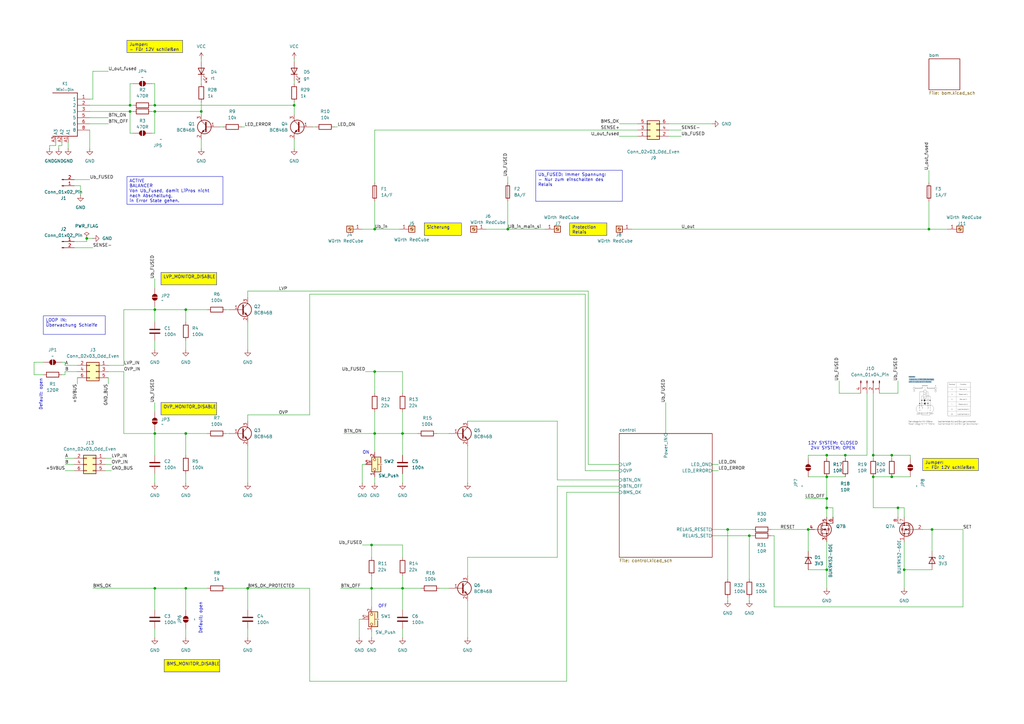
<source format=kicad_sch>
(kicad_sch
	(version 20231120)
	(generator "eeschema")
	(generator_version "8.0")
	(uuid "c138cc6a-756d-4318-83c4-a5413b81ee5f")
	(paper "A3")
	(lib_symbols
		(symbol "Connector:Conn_01x02_Pin"
			(pin_names
				(offset 1.016) hide)
			(exclude_from_sim no)
			(in_bom yes)
			(on_board yes)
			(property "Reference" "J"
				(at 0 2.54 0)
				(effects
					(font
						(size 1.27 1.27)
					)
				)
			)
			(property "Value" "Conn_01x02_Pin"
				(at 0 -5.08 0)
				(effects
					(font
						(size 1.27 1.27)
					)
				)
			)
			(property "Footprint" ""
				(at 0 0 0)
				(effects
					(font
						(size 1.27 1.27)
					)
					(hide yes)
				)
			)
			(property "Datasheet" "~"
				(at 0 0 0)
				(effects
					(font
						(size 1.27 1.27)
					)
					(hide yes)
				)
			)
			(property "Description" "Generic connector, single row, 01x02, script generated"
				(at 0 0 0)
				(effects
					(font
						(size 1.27 1.27)
					)
					(hide yes)
				)
			)
			(property "ki_locked" ""
				(at 0 0 0)
				(effects
					(font
						(size 1.27 1.27)
					)
				)
			)
			(property "ki_keywords" "connector"
				(at 0 0 0)
				(effects
					(font
						(size 1.27 1.27)
					)
					(hide yes)
				)
			)
			(property "ki_fp_filters" "Connector*:*_1x??_*"
				(at 0 0 0)
				(effects
					(font
						(size 1.27 1.27)
					)
					(hide yes)
				)
			)
			(symbol "Conn_01x02_Pin_1_1"
				(polyline
					(pts
						(xy 1.27 -2.54) (xy 0.8636 -2.54)
					)
					(stroke
						(width 0.1524)
						(type default)
					)
					(fill
						(type none)
					)
				)
				(polyline
					(pts
						(xy 1.27 0) (xy 0.8636 0)
					)
					(stroke
						(width 0.1524)
						(type default)
					)
					(fill
						(type none)
					)
				)
				(rectangle
					(start 0.8636 -2.413)
					(end 0 -2.667)
					(stroke
						(width 0.1524)
						(type default)
					)
					(fill
						(type outline)
					)
				)
				(rectangle
					(start 0.8636 0.127)
					(end 0 -0.127)
					(stroke
						(width 0.1524)
						(type default)
					)
					(fill
						(type outline)
					)
				)
				(pin passive line
					(at 5.08 0 180)
					(length 3.81)
					(name "Pin_1"
						(effects
							(font
								(size 1.27 1.27)
							)
						)
					)
					(number "1"
						(effects
							(font
								(size 1.27 1.27)
							)
						)
					)
				)
				(pin passive line
					(at 5.08 -2.54 180)
					(length 3.81)
					(name "Pin_2"
						(effects
							(font
								(size 1.27 1.27)
							)
						)
					)
					(number "2"
						(effects
							(font
								(size 1.27 1.27)
							)
						)
					)
				)
			)
		)
		(symbol "Connector:Conn_01x04_Pin"
			(pin_names
				(offset 1.016) hide)
			(exclude_from_sim no)
			(in_bom yes)
			(on_board yes)
			(property "Reference" "J"
				(at 0 5.08 0)
				(effects
					(font
						(size 1.27 1.27)
					)
				)
			)
			(property "Value" "Conn_01x04_Pin"
				(at 0 -7.62 0)
				(effects
					(font
						(size 1.27 1.27)
					)
				)
			)
			(property "Footprint" ""
				(at 0 0 0)
				(effects
					(font
						(size 1.27 1.27)
					)
					(hide yes)
				)
			)
			(property "Datasheet" "~"
				(at 0 0 0)
				(effects
					(font
						(size 1.27 1.27)
					)
					(hide yes)
				)
			)
			(property "Description" "Generic connector, single row, 01x04, script generated"
				(at 0 0 0)
				(effects
					(font
						(size 1.27 1.27)
					)
					(hide yes)
				)
			)
			(property "ki_locked" ""
				(at 0 0 0)
				(effects
					(font
						(size 1.27 1.27)
					)
				)
			)
			(property "ki_keywords" "connector"
				(at 0 0 0)
				(effects
					(font
						(size 1.27 1.27)
					)
					(hide yes)
				)
			)
			(property "ki_fp_filters" "Connector*:*_1x??_*"
				(at 0 0 0)
				(effects
					(font
						(size 1.27 1.27)
					)
					(hide yes)
				)
			)
			(symbol "Conn_01x04_Pin_1_1"
				(polyline
					(pts
						(xy 1.27 -5.08) (xy 0.8636 -5.08)
					)
					(stroke
						(width 0.1524)
						(type default)
					)
					(fill
						(type none)
					)
				)
				(polyline
					(pts
						(xy 1.27 -2.54) (xy 0.8636 -2.54)
					)
					(stroke
						(width 0.1524)
						(type default)
					)
					(fill
						(type none)
					)
				)
				(polyline
					(pts
						(xy 1.27 0) (xy 0.8636 0)
					)
					(stroke
						(width 0.1524)
						(type default)
					)
					(fill
						(type none)
					)
				)
				(polyline
					(pts
						(xy 1.27 2.54) (xy 0.8636 2.54)
					)
					(stroke
						(width 0.1524)
						(type default)
					)
					(fill
						(type none)
					)
				)
				(rectangle
					(start 0.8636 -4.953)
					(end 0 -5.207)
					(stroke
						(width 0.1524)
						(type default)
					)
					(fill
						(type outline)
					)
				)
				(rectangle
					(start 0.8636 -2.413)
					(end 0 -2.667)
					(stroke
						(width 0.1524)
						(type default)
					)
					(fill
						(type outline)
					)
				)
				(rectangle
					(start 0.8636 0.127)
					(end 0 -0.127)
					(stroke
						(width 0.1524)
						(type default)
					)
					(fill
						(type outline)
					)
				)
				(rectangle
					(start 0.8636 2.667)
					(end 0 2.413)
					(stroke
						(width 0.1524)
						(type default)
					)
					(fill
						(type outline)
					)
				)
				(pin passive line
					(at 5.08 2.54 180)
					(length 3.81)
					(name "Pin_1"
						(effects
							(font
								(size 1.27 1.27)
							)
						)
					)
					(number "1"
						(effects
							(font
								(size 1.27 1.27)
							)
						)
					)
				)
				(pin passive line
					(at 5.08 0 180)
					(length 3.81)
					(name "Pin_2"
						(effects
							(font
								(size 1.27 1.27)
							)
						)
					)
					(number "2"
						(effects
							(font
								(size 1.27 1.27)
							)
						)
					)
				)
				(pin passive line
					(at 5.08 -2.54 180)
					(length 3.81)
					(name "Pin_3"
						(effects
							(font
								(size 1.27 1.27)
							)
						)
					)
					(number "3"
						(effects
							(font
								(size 1.27 1.27)
							)
						)
					)
				)
				(pin passive line
					(at 5.08 -5.08 180)
					(length 3.81)
					(name "Pin_4"
						(effects
							(font
								(size 1.27 1.27)
							)
						)
					)
					(number "4"
						(effects
							(font
								(size 1.27 1.27)
							)
						)
					)
				)
			)
		)
		(symbol "Connector:Screw_Terminal_01x01"
			(pin_names
				(offset 1.016) hide)
			(exclude_from_sim no)
			(in_bom yes)
			(on_board yes)
			(property "Reference" "J"
				(at 0 2.54 0)
				(effects
					(font
						(size 1.27 1.27)
					)
				)
			)
			(property "Value" "Screw_Terminal_01x01"
				(at 0 -2.54 0)
				(effects
					(font
						(size 1.27 1.27)
					)
				)
			)
			(property "Footprint" ""
				(at 0 0 0)
				(effects
					(font
						(size 1.27 1.27)
					)
					(hide yes)
				)
			)
			(property "Datasheet" "~"
				(at 0 0 0)
				(effects
					(font
						(size 1.27 1.27)
					)
					(hide yes)
				)
			)
			(property "Description" "Generic screw terminal, single row, 01x01, script generated (kicad-library-utils/schlib/autogen/connector/)"
				(at 0 0 0)
				(effects
					(font
						(size 1.27 1.27)
					)
					(hide yes)
				)
			)
			(property "ki_keywords" "screw terminal"
				(at 0 0 0)
				(effects
					(font
						(size 1.27 1.27)
					)
					(hide yes)
				)
			)
			(property "ki_fp_filters" "TerminalBlock*:*"
				(at 0 0 0)
				(effects
					(font
						(size 1.27 1.27)
					)
					(hide yes)
				)
			)
			(symbol "Screw_Terminal_01x01_1_1"
				(rectangle
					(start -1.27 1.27)
					(end 1.27 -1.27)
					(stroke
						(width 0.254)
						(type default)
					)
					(fill
						(type background)
					)
				)
				(polyline
					(pts
						(xy -0.5334 0.3302) (xy 0.3302 -0.508)
					)
					(stroke
						(width 0.1524)
						(type default)
					)
					(fill
						(type none)
					)
				)
				(polyline
					(pts
						(xy -0.3556 0.508) (xy 0.508 -0.3302)
					)
					(stroke
						(width 0.1524)
						(type default)
					)
					(fill
						(type none)
					)
				)
				(circle
					(center 0 0)
					(radius 0.635)
					(stroke
						(width 0.1524)
						(type default)
					)
					(fill
						(type none)
					)
				)
				(pin passive line
					(at -5.08 0 0)
					(length 3.81)
					(name "Pin_1"
						(effects
							(font
								(size 1.27 1.27)
							)
						)
					)
					(number "1"
						(effects
							(font
								(size 1.27 1.27)
							)
						)
					)
				)
			)
		)
		(symbol "Connector_Generic:Conn_02x03_Odd_Even"
			(pin_names
				(offset 1.016) hide)
			(exclude_from_sim no)
			(in_bom yes)
			(on_board yes)
			(property "Reference" "J"
				(at 1.27 5.08 0)
				(effects
					(font
						(size 1.27 1.27)
					)
				)
			)
			(property "Value" "Conn_02x03_Odd_Even"
				(at 1.27 -5.08 0)
				(effects
					(font
						(size 1.27 1.27)
					)
				)
			)
			(property "Footprint" ""
				(at 0 0 0)
				(effects
					(font
						(size 1.27 1.27)
					)
					(hide yes)
				)
			)
			(property "Datasheet" "~"
				(at 0 0 0)
				(effects
					(font
						(size 1.27 1.27)
					)
					(hide yes)
				)
			)
			(property "Description" "Generic connector, double row, 02x03, odd/even pin numbering scheme (row 1 odd numbers, row 2 even numbers), script generated (kicad-library-utils/schlib/autogen/connector/)"
				(at 0 0 0)
				(effects
					(font
						(size 1.27 1.27)
					)
					(hide yes)
				)
			)
			(property "ki_keywords" "connector"
				(at 0 0 0)
				(effects
					(font
						(size 1.27 1.27)
					)
					(hide yes)
				)
			)
			(property "ki_fp_filters" "Connector*:*_2x??_*"
				(at 0 0 0)
				(effects
					(font
						(size 1.27 1.27)
					)
					(hide yes)
				)
			)
			(symbol "Conn_02x03_Odd_Even_1_1"
				(rectangle
					(start -1.27 -2.413)
					(end 0 -2.667)
					(stroke
						(width 0.1524)
						(type default)
					)
					(fill
						(type none)
					)
				)
				(rectangle
					(start -1.27 0.127)
					(end 0 -0.127)
					(stroke
						(width 0.1524)
						(type default)
					)
					(fill
						(type none)
					)
				)
				(rectangle
					(start -1.27 2.667)
					(end 0 2.413)
					(stroke
						(width 0.1524)
						(type default)
					)
					(fill
						(type none)
					)
				)
				(rectangle
					(start -1.27 3.81)
					(end 3.81 -3.81)
					(stroke
						(width 0.254)
						(type default)
					)
					(fill
						(type background)
					)
				)
				(rectangle
					(start 3.81 -2.413)
					(end 2.54 -2.667)
					(stroke
						(width 0.1524)
						(type default)
					)
					(fill
						(type none)
					)
				)
				(rectangle
					(start 3.81 0.127)
					(end 2.54 -0.127)
					(stroke
						(width 0.1524)
						(type default)
					)
					(fill
						(type none)
					)
				)
				(rectangle
					(start 3.81 2.667)
					(end 2.54 2.413)
					(stroke
						(width 0.1524)
						(type default)
					)
					(fill
						(type none)
					)
				)
				(pin passive line
					(at -5.08 2.54 0)
					(length 3.81)
					(name "Pin_1"
						(effects
							(font
								(size 1.27 1.27)
							)
						)
					)
					(number "1"
						(effects
							(font
								(size 1.27 1.27)
							)
						)
					)
				)
				(pin passive line
					(at 7.62 2.54 180)
					(length 3.81)
					(name "Pin_2"
						(effects
							(font
								(size 1.27 1.27)
							)
						)
					)
					(number "2"
						(effects
							(font
								(size 1.27 1.27)
							)
						)
					)
				)
				(pin passive line
					(at -5.08 0 0)
					(length 3.81)
					(name "Pin_3"
						(effects
							(font
								(size 1.27 1.27)
							)
						)
					)
					(number "3"
						(effects
							(font
								(size 1.27 1.27)
							)
						)
					)
				)
				(pin passive line
					(at 7.62 0 180)
					(length 3.81)
					(name "Pin_4"
						(effects
							(font
								(size 1.27 1.27)
							)
						)
					)
					(number "4"
						(effects
							(font
								(size 1.27 1.27)
							)
						)
					)
				)
				(pin passive line
					(at -5.08 -2.54 0)
					(length 3.81)
					(name "Pin_5"
						(effects
							(font
								(size 1.27 1.27)
							)
						)
					)
					(number "5"
						(effects
							(font
								(size 1.27 1.27)
							)
						)
					)
				)
				(pin passive line
					(at 7.62 -2.54 180)
					(length 3.81)
					(name "Pin_6"
						(effects
							(font
								(size 1.27 1.27)
							)
						)
					)
					(number "6"
						(effects
							(font
								(size 1.27 1.27)
							)
						)
					)
				)
			)
		)
		(symbol "Device:C"
			(pin_numbers hide)
			(pin_names
				(offset 0.254)
			)
			(exclude_from_sim no)
			(in_bom yes)
			(on_board yes)
			(property "Reference" "C"
				(at 0.635 2.54 0)
				(effects
					(font
						(size 1.27 1.27)
					)
					(justify left)
				)
			)
			(property "Value" "C"
				(at 0.635 -2.54 0)
				(effects
					(font
						(size 1.27 1.27)
					)
					(justify left)
				)
			)
			(property "Footprint" ""
				(at 0.9652 -3.81 0)
				(effects
					(font
						(size 1.27 1.27)
					)
					(hide yes)
				)
			)
			(property "Datasheet" "~"
				(at 0 0 0)
				(effects
					(font
						(size 1.27 1.27)
					)
					(hide yes)
				)
			)
			(property "Description" "Unpolarized capacitor"
				(at 0 0 0)
				(effects
					(font
						(size 1.27 1.27)
					)
					(hide yes)
				)
			)
			(property "ki_keywords" "cap capacitor"
				(at 0 0 0)
				(effects
					(font
						(size 1.27 1.27)
					)
					(hide yes)
				)
			)
			(property "ki_fp_filters" "C_*"
				(at 0 0 0)
				(effects
					(font
						(size 1.27 1.27)
					)
					(hide yes)
				)
			)
			(symbol "C_0_1"
				(polyline
					(pts
						(xy -2.032 -0.762) (xy 2.032 -0.762)
					)
					(stroke
						(width 0.508)
						(type default)
					)
					(fill
						(type none)
					)
				)
				(polyline
					(pts
						(xy -2.032 0.762) (xy 2.032 0.762)
					)
					(stroke
						(width 0.508)
						(type default)
					)
					(fill
						(type none)
					)
				)
			)
			(symbol "C_1_1"
				(pin passive line
					(at 0 3.81 270)
					(length 2.794)
					(name "~"
						(effects
							(font
								(size 1.27 1.27)
							)
						)
					)
					(number "1"
						(effects
							(font
								(size 1.27 1.27)
							)
						)
					)
				)
				(pin passive line
					(at 0 -3.81 90)
					(length 2.794)
					(name "~"
						(effects
							(font
								(size 1.27 1.27)
							)
						)
					)
					(number "2"
						(effects
							(font
								(size 1.27 1.27)
							)
						)
					)
				)
			)
		)
		(symbol "Device:D_Zener"
			(pin_numbers hide)
			(pin_names
				(offset 1.016) hide)
			(exclude_from_sim no)
			(in_bom yes)
			(on_board yes)
			(property "Reference" "D"
				(at 0 2.54 0)
				(effects
					(font
						(size 1.27 1.27)
					)
				)
			)
			(property "Value" "D_Zener"
				(at 0 -2.54 0)
				(effects
					(font
						(size 1.27 1.27)
					)
				)
			)
			(property "Footprint" ""
				(at 0 0 0)
				(effects
					(font
						(size 1.27 1.27)
					)
					(hide yes)
				)
			)
			(property "Datasheet" "~"
				(at 0 0 0)
				(effects
					(font
						(size 1.27 1.27)
					)
					(hide yes)
				)
			)
			(property "Description" "Zener diode"
				(at 0 0 0)
				(effects
					(font
						(size 1.27 1.27)
					)
					(hide yes)
				)
			)
			(property "ki_keywords" "diode"
				(at 0 0 0)
				(effects
					(font
						(size 1.27 1.27)
					)
					(hide yes)
				)
			)
			(property "ki_fp_filters" "TO-???* *_Diode_* *SingleDiode* D_*"
				(at 0 0 0)
				(effects
					(font
						(size 1.27 1.27)
					)
					(hide yes)
				)
			)
			(symbol "D_Zener_0_1"
				(polyline
					(pts
						(xy 1.27 0) (xy -1.27 0)
					)
					(stroke
						(width 0)
						(type default)
					)
					(fill
						(type none)
					)
				)
				(polyline
					(pts
						(xy -1.27 -1.27) (xy -1.27 1.27) (xy -0.762 1.27)
					)
					(stroke
						(width 0.254)
						(type default)
					)
					(fill
						(type none)
					)
				)
				(polyline
					(pts
						(xy 1.27 -1.27) (xy 1.27 1.27) (xy -1.27 0) (xy 1.27 -1.27)
					)
					(stroke
						(width 0.254)
						(type default)
					)
					(fill
						(type none)
					)
				)
			)
			(symbol "D_Zener_1_1"
				(pin passive line
					(at -3.81 0 0)
					(length 2.54)
					(name "K"
						(effects
							(font
								(size 1.27 1.27)
							)
						)
					)
					(number "1"
						(effects
							(font
								(size 1.27 1.27)
							)
						)
					)
				)
				(pin passive line
					(at 3.81 0 180)
					(length 2.54)
					(name "A"
						(effects
							(font
								(size 1.27 1.27)
							)
						)
					)
					(number "2"
						(effects
							(font
								(size 1.27 1.27)
							)
						)
					)
				)
			)
		)
		(symbol "Device:Fuse"
			(pin_numbers hide)
			(pin_names
				(offset 0)
			)
			(exclude_from_sim no)
			(in_bom yes)
			(on_board yes)
			(property "Reference" "F"
				(at 2.032 0 90)
				(effects
					(font
						(size 1.27 1.27)
					)
				)
			)
			(property "Value" "Fuse"
				(at -1.905 0 90)
				(effects
					(font
						(size 1.27 1.27)
					)
				)
			)
			(property "Footprint" ""
				(at -1.778 0 90)
				(effects
					(font
						(size 1.27 1.27)
					)
					(hide yes)
				)
			)
			(property "Datasheet" "~"
				(at 0 0 0)
				(effects
					(font
						(size 1.27 1.27)
					)
					(hide yes)
				)
			)
			(property "Description" "Fuse"
				(at 0 0 0)
				(effects
					(font
						(size 1.27 1.27)
					)
					(hide yes)
				)
			)
			(property "ki_keywords" "fuse"
				(at 0 0 0)
				(effects
					(font
						(size 1.27 1.27)
					)
					(hide yes)
				)
			)
			(property "ki_fp_filters" "*Fuse*"
				(at 0 0 0)
				(effects
					(font
						(size 1.27 1.27)
					)
					(hide yes)
				)
			)
			(symbol "Fuse_0_1"
				(rectangle
					(start -0.762 -2.54)
					(end 0.762 2.54)
					(stroke
						(width 0.254)
						(type default)
					)
					(fill
						(type none)
					)
				)
				(polyline
					(pts
						(xy 0 2.54) (xy 0 -2.54)
					)
					(stroke
						(width 0)
						(type default)
					)
					(fill
						(type none)
					)
				)
			)
			(symbol "Fuse_1_1"
				(pin passive line
					(at 0 3.81 270)
					(length 1.27)
					(name "~"
						(effects
							(font
								(size 1.27 1.27)
							)
						)
					)
					(number "1"
						(effects
							(font
								(size 1.27 1.27)
							)
						)
					)
				)
				(pin passive line
					(at 0 -3.81 90)
					(length 1.27)
					(name "~"
						(effects
							(font
								(size 1.27 1.27)
							)
						)
					)
					(number "2"
						(effects
							(font
								(size 1.27 1.27)
							)
						)
					)
				)
			)
		)
		(symbol "Device:LED"
			(pin_numbers hide)
			(pin_names
				(offset 1.016) hide)
			(exclude_from_sim no)
			(in_bom yes)
			(on_board yes)
			(property "Reference" "D"
				(at 0 2.54 0)
				(effects
					(font
						(size 1.27 1.27)
					)
				)
			)
			(property "Value" "LED"
				(at 0 -2.54 0)
				(effects
					(font
						(size 1.27 1.27)
					)
				)
			)
			(property "Footprint" ""
				(at 0 0 0)
				(effects
					(font
						(size 1.27 1.27)
					)
					(hide yes)
				)
			)
			(property "Datasheet" "~"
				(at 0 0 0)
				(effects
					(font
						(size 1.27 1.27)
					)
					(hide yes)
				)
			)
			(property "Description" "Light emitting diode"
				(at 0 0 0)
				(effects
					(font
						(size 1.27 1.27)
					)
					(hide yes)
				)
			)
			(property "ki_keywords" "LED diode"
				(at 0 0 0)
				(effects
					(font
						(size 1.27 1.27)
					)
					(hide yes)
				)
			)
			(property "ki_fp_filters" "LED* LED_SMD:* LED_THT:*"
				(at 0 0 0)
				(effects
					(font
						(size 1.27 1.27)
					)
					(hide yes)
				)
			)
			(symbol "LED_0_1"
				(polyline
					(pts
						(xy -1.27 -1.27) (xy -1.27 1.27)
					)
					(stroke
						(width 0.254)
						(type default)
					)
					(fill
						(type none)
					)
				)
				(polyline
					(pts
						(xy -1.27 0) (xy 1.27 0)
					)
					(stroke
						(width 0)
						(type default)
					)
					(fill
						(type none)
					)
				)
				(polyline
					(pts
						(xy 1.27 -1.27) (xy 1.27 1.27) (xy -1.27 0) (xy 1.27 -1.27)
					)
					(stroke
						(width 0.254)
						(type default)
					)
					(fill
						(type none)
					)
				)
				(polyline
					(pts
						(xy -3.048 -0.762) (xy -4.572 -2.286) (xy -3.81 -2.286) (xy -4.572 -2.286) (xy -4.572 -1.524)
					)
					(stroke
						(width 0)
						(type default)
					)
					(fill
						(type none)
					)
				)
				(polyline
					(pts
						(xy -1.778 -0.762) (xy -3.302 -2.286) (xy -2.54 -2.286) (xy -3.302 -2.286) (xy -3.302 -1.524)
					)
					(stroke
						(width 0)
						(type default)
					)
					(fill
						(type none)
					)
				)
			)
			(symbol "LED_1_1"
				(pin passive line
					(at -3.81 0 0)
					(length 2.54)
					(name "K"
						(effects
							(font
								(size 1.27 1.27)
							)
						)
					)
					(number "1"
						(effects
							(font
								(size 1.27 1.27)
							)
						)
					)
				)
				(pin passive line
					(at 3.81 0 180)
					(length 2.54)
					(name "A"
						(effects
							(font
								(size 1.27 1.27)
							)
						)
					)
					(number "2"
						(effects
							(font
								(size 1.27 1.27)
							)
						)
					)
				)
			)
		)
		(symbol "Device:Q_Dual_NMOS_S1G1S2G2D2D2D1D1"
			(pin_names
				(offset 0) hide)
			(exclude_from_sim no)
			(in_bom yes)
			(on_board yes)
			(property "Reference" "Q"
				(at 5.08 1.27 0)
				(effects
					(font
						(size 1.27 1.27)
					)
					(justify left)
				)
			)
			(property "Value" "Q_Dual_NMOS_S1G1S2G2D2D2D1D1"
				(at 5.08 -1.27 0)
				(effects
					(font
						(size 1.27 1.27)
					)
					(justify left)
				)
			)
			(property "Footprint" ""
				(at 5.08 0 0)
				(effects
					(font
						(size 1.27 1.27)
					)
					(hide yes)
				)
			)
			(property "Datasheet" "~"
				(at 5.08 0 0)
				(effects
					(font
						(size 1.27 1.27)
					)
					(hide yes)
				)
			)
			(property "Description" "Dual NMOS transistor, 8 pin package"
				(at 0 0 0)
				(effects
					(font
						(size 1.27 1.27)
					)
					(hide yes)
				)
			)
			(property "ki_keywords" "transistor NMOS N-MOS N-MOSFET"
				(at 0 0 0)
				(effects
					(font
						(size 1.27 1.27)
					)
					(hide yes)
				)
			)
			(property "ki_fp_filters" "SO* SOIC*"
				(at 0 0 0)
				(effects
					(font
						(size 1.27 1.27)
					)
					(hide yes)
				)
			)
			(symbol "Q_Dual_NMOS_S1G1S2G2D2D2D1D1_0_1"
				(polyline
					(pts
						(xy 0.254 0) (xy -2.54 0)
					)
					(stroke
						(width 0)
						(type default)
					)
					(fill
						(type none)
					)
				)
				(polyline
					(pts
						(xy 0.254 1.905) (xy 0.254 -1.905)
					)
					(stroke
						(width 0.254)
						(type default)
					)
					(fill
						(type none)
					)
				)
				(polyline
					(pts
						(xy 0.762 -1.27) (xy 0.762 -2.286)
					)
					(stroke
						(width 0.254)
						(type default)
					)
					(fill
						(type none)
					)
				)
				(polyline
					(pts
						(xy 0.762 0.508) (xy 0.762 -0.508)
					)
					(stroke
						(width 0.254)
						(type default)
					)
					(fill
						(type none)
					)
				)
				(polyline
					(pts
						(xy 0.762 2.286) (xy 0.762 1.27)
					)
					(stroke
						(width 0.254)
						(type default)
					)
					(fill
						(type none)
					)
				)
				(polyline
					(pts
						(xy 2.54 2.54) (xy 2.54 1.778)
					)
					(stroke
						(width 0)
						(type default)
					)
					(fill
						(type none)
					)
				)
				(polyline
					(pts
						(xy 5.08 2.54) (xy 2.54 2.54)
					)
					(stroke
						(width 0)
						(type default)
					)
					(fill
						(type none)
					)
				)
				(polyline
					(pts
						(xy 2.54 -2.54) (xy 2.54 0) (xy 0.762 0)
					)
					(stroke
						(width 0)
						(type default)
					)
					(fill
						(type none)
					)
				)
				(polyline
					(pts
						(xy 0.762 -1.778) (xy 3.302 -1.778) (xy 3.302 1.778) (xy 0.762 1.778)
					)
					(stroke
						(width 0)
						(type default)
					)
					(fill
						(type none)
					)
				)
				(polyline
					(pts
						(xy 1.016 0) (xy 2.032 0.381) (xy 2.032 -0.381) (xy 1.016 0)
					)
					(stroke
						(width 0)
						(type default)
					)
					(fill
						(type outline)
					)
				)
				(polyline
					(pts
						(xy 2.794 0.508) (xy 2.921 0.381) (xy 3.683 0.381) (xy 3.81 0.254)
					)
					(stroke
						(width 0)
						(type default)
					)
					(fill
						(type none)
					)
				)
				(polyline
					(pts
						(xy 3.302 0.381) (xy 2.921 -0.254) (xy 3.683 -0.254) (xy 3.302 0.381)
					)
					(stroke
						(width 0)
						(type default)
					)
					(fill
						(type none)
					)
				)
				(circle
					(center 1.651 0)
					(radius 2.794)
					(stroke
						(width 0.254)
						(type default)
					)
					(fill
						(type none)
					)
				)
				(circle
					(center 2.54 -1.778)
					(radius 0.254)
					(stroke
						(width 0)
						(type default)
					)
					(fill
						(type outline)
					)
				)
				(circle
					(center 2.54 1.778)
					(radius 0.254)
					(stroke
						(width 0)
						(type default)
					)
					(fill
						(type outline)
					)
				)
				(circle
					(center 2.54 2.54)
					(radius 0.254)
					(stroke
						(width 0)
						(type default)
					)
					(fill
						(type outline)
					)
				)
			)
			(symbol "Q_Dual_NMOS_S1G1S2G2D2D2D1D1_1_1"
				(pin passive line
					(at 2.54 -5.08 90)
					(length 2.54)
					(name "S"
						(effects
							(font
								(size 1.27 1.27)
							)
						)
					)
					(number "1"
						(effects
							(font
								(size 1.27 1.27)
							)
						)
					)
				)
				(pin input line
					(at -5.08 0 0)
					(length 2.54)
					(name "G"
						(effects
							(font
								(size 1.27 1.27)
							)
						)
					)
					(number "2"
						(effects
							(font
								(size 1.27 1.27)
							)
						)
					)
				)
				(pin passive line
					(at 2.54 5.08 270)
					(length 2.54)
					(name "D"
						(effects
							(font
								(size 1.27 1.27)
							)
						)
					)
					(number "7"
						(effects
							(font
								(size 1.27 1.27)
							)
						)
					)
				)
				(pin passive line
					(at 5.08 5.08 270)
					(length 2.54)
					(name "D"
						(effects
							(font
								(size 1.27 1.27)
							)
						)
					)
					(number "8"
						(effects
							(font
								(size 1.27 1.27)
							)
						)
					)
				)
			)
			(symbol "Q_Dual_NMOS_S1G1S2G2D2D2D1D1_2_1"
				(pin passive line
					(at 2.54 -5.08 90)
					(length 2.54)
					(name "S"
						(effects
							(font
								(size 1.27 1.27)
							)
						)
					)
					(number "3"
						(effects
							(font
								(size 1.27 1.27)
							)
						)
					)
				)
				(pin input line
					(at -5.08 0 0)
					(length 2.54)
					(name "G"
						(effects
							(font
								(size 1.27 1.27)
							)
						)
					)
					(number "4"
						(effects
							(font
								(size 1.27 1.27)
							)
						)
					)
				)
				(pin passive line
					(at 2.54 5.08 270)
					(length 2.54)
					(name "D"
						(effects
							(font
								(size 1.27 1.27)
							)
						)
					)
					(number "5"
						(effects
							(font
								(size 1.27 1.27)
							)
						)
					)
				)
				(pin passive line
					(at 5.08 5.08 270)
					(length 2.54)
					(name "D"
						(effects
							(font
								(size 1.27 1.27)
							)
						)
					)
					(number "6"
						(effects
							(font
								(size 1.27 1.27)
							)
						)
					)
				)
			)
		)
		(symbol "Device:Q_NPN_BEC"
			(pin_names
				(offset 0) hide)
			(exclude_from_sim no)
			(in_bom yes)
			(on_board yes)
			(property "Reference" "Q"
				(at 5.08 1.27 0)
				(effects
					(font
						(size 1.27 1.27)
					)
					(justify left)
				)
			)
			(property "Value" "Q_NPN_BEC"
				(at 5.08 -1.27 0)
				(effects
					(font
						(size 1.27 1.27)
					)
					(justify left)
				)
			)
			(property "Footprint" ""
				(at 5.08 2.54 0)
				(effects
					(font
						(size 1.27 1.27)
					)
					(hide yes)
				)
			)
			(property "Datasheet" "~"
				(at 0 0 0)
				(effects
					(font
						(size 1.27 1.27)
					)
					(hide yes)
				)
			)
			(property "Description" "NPN transistor, base/emitter/collector"
				(at 0 0 0)
				(effects
					(font
						(size 1.27 1.27)
					)
					(hide yes)
				)
			)
			(property "ki_keywords" "transistor NPN"
				(at 0 0 0)
				(effects
					(font
						(size 1.27 1.27)
					)
					(hide yes)
				)
			)
			(symbol "Q_NPN_BEC_0_1"
				(polyline
					(pts
						(xy 0.635 0.635) (xy 2.54 2.54)
					)
					(stroke
						(width 0)
						(type default)
					)
					(fill
						(type none)
					)
				)
				(polyline
					(pts
						(xy 0.635 -0.635) (xy 2.54 -2.54) (xy 2.54 -2.54)
					)
					(stroke
						(width 0)
						(type default)
					)
					(fill
						(type none)
					)
				)
				(polyline
					(pts
						(xy 0.635 1.905) (xy 0.635 -1.905) (xy 0.635 -1.905)
					)
					(stroke
						(width 0.508)
						(type default)
					)
					(fill
						(type none)
					)
				)
				(polyline
					(pts
						(xy 1.27 -1.778) (xy 1.778 -1.27) (xy 2.286 -2.286) (xy 1.27 -1.778) (xy 1.27 -1.778)
					)
					(stroke
						(width 0)
						(type default)
					)
					(fill
						(type outline)
					)
				)
				(circle
					(center 1.27 0)
					(radius 2.8194)
					(stroke
						(width 0.254)
						(type default)
					)
					(fill
						(type none)
					)
				)
			)
			(symbol "Q_NPN_BEC_1_1"
				(pin input line
					(at -5.08 0 0)
					(length 5.715)
					(name "B"
						(effects
							(font
								(size 1.27 1.27)
							)
						)
					)
					(number "1"
						(effects
							(font
								(size 1.27 1.27)
							)
						)
					)
				)
				(pin passive line
					(at 2.54 -5.08 90)
					(length 2.54)
					(name "E"
						(effects
							(font
								(size 1.27 1.27)
							)
						)
					)
					(number "2"
						(effects
							(font
								(size 1.27 1.27)
							)
						)
					)
				)
				(pin passive line
					(at 2.54 5.08 270)
					(length 2.54)
					(name "C"
						(effects
							(font
								(size 1.27 1.27)
							)
						)
					)
					(number "3"
						(effects
							(font
								(size 1.27 1.27)
							)
						)
					)
				)
			)
		)
		(symbol "Device:R"
			(pin_numbers hide)
			(pin_names
				(offset 0)
			)
			(exclude_from_sim no)
			(in_bom yes)
			(on_board yes)
			(property "Reference" "R"
				(at 2.032 0 90)
				(effects
					(font
						(size 1.27 1.27)
					)
				)
			)
			(property "Value" "R"
				(at 0 0 90)
				(effects
					(font
						(size 1.27 1.27)
					)
				)
			)
			(property "Footprint" ""
				(at -1.778 0 90)
				(effects
					(font
						(size 1.27 1.27)
					)
					(hide yes)
				)
			)
			(property "Datasheet" "~"
				(at 0 0 0)
				(effects
					(font
						(size 1.27 1.27)
					)
					(hide yes)
				)
			)
			(property "Description" "Resistor"
				(at 0 0 0)
				(effects
					(font
						(size 1.27 1.27)
					)
					(hide yes)
				)
			)
			(property "ki_keywords" "R res resistor"
				(at 0 0 0)
				(effects
					(font
						(size 1.27 1.27)
					)
					(hide yes)
				)
			)
			(property "ki_fp_filters" "R_*"
				(at 0 0 0)
				(effects
					(font
						(size 1.27 1.27)
					)
					(hide yes)
				)
			)
			(symbol "R_0_1"
				(rectangle
					(start -1.016 -2.54)
					(end 1.016 2.54)
					(stroke
						(width 0.254)
						(type default)
					)
					(fill
						(type none)
					)
				)
			)
			(symbol "R_1_1"
				(pin passive line
					(at 0 3.81 270)
					(length 1.27)
					(name "~"
						(effects
							(font
								(size 1.27 1.27)
							)
						)
					)
					(number "1"
						(effects
							(font
								(size 1.27 1.27)
							)
						)
					)
				)
				(pin passive line
					(at 0 -3.81 90)
					(length 1.27)
					(name "~"
						(effects
							(font
								(size 1.27 1.27)
							)
						)
					)
					(number "2"
						(effects
							(font
								(size 1.27 1.27)
							)
						)
					)
				)
			)
		)
		(symbol "Jumper:SolderJumper_2_Open"
			(pin_numbers hide)
			(pin_names
				(offset 0) hide)
			(exclude_from_sim yes)
			(in_bom no)
			(on_board yes)
			(property "Reference" "JP"
				(at 0 2.032 0)
				(effects
					(font
						(size 1.27 1.27)
					)
				)
			)
			(property "Value" "SolderJumper_2_Open"
				(at 0 -2.54 0)
				(effects
					(font
						(size 1.27 1.27)
					)
				)
			)
			(property "Footprint" ""
				(at 0 0 0)
				(effects
					(font
						(size 1.27 1.27)
					)
					(hide yes)
				)
			)
			(property "Datasheet" "~"
				(at 0 0 0)
				(effects
					(font
						(size 1.27 1.27)
					)
					(hide yes)
				)
			)
			(property "Description" "Solder Jumper, 2-pole, open"
				(at 0 0 0)
				(effects
					(font
						(size 1.27 1.27)
					)
					(hide yes)
				)
			)
			(property "ki_keywords" "solder jumper SPST"
				(at 0 0 0)
				(effects
					(font
						(size 1.27 1.27)
					)
					(hide yes)
				)
			)
			(property "ki_fp_filters" "SolderJumper*Open*"
				(at 0 0 0)
				(effects
					(font
						(size 1.27 1.27)
					)
					(hide yes)
				)
			)
			(symbol "SolderJumper_2_Open_0_1"
				(arc
					(start -0.254 1.016)
					(mid -1.2656 0)
					(end -0.254 -1.016)
					(stroke
						(width 0)
						(type default)
					)
					(fill
						(type none)
					)
				)
				(arc
					(start -0.254 1.016)
					(mid -1.2656 0)
					(end -0.254 -1.016)
					(stroke
						(width 0)
						(type default)
					)
					(fill
						(type outline)
					)
				)
				(polyline
					(pts
						(xy -0.254 1.016) (xy -0.254 -1.016)
					)
					(stroke
						(width 0)
						(type default)
					)
					(fill
						(type none)
					)
				)
				(polyline
					(pts
						(xy 0.254 1.016) (xy 0.254 -1.016)
					)
					(stroke
						(width 0)
						(type default)
					)
					(fill
						(type none)
					)
				)
				(arc
					(start 0.254 -1.016)
					(mid 1.2656 0)
					(end 0.254 1.016)
					(stroke
						(width 0)
						(type default)
					)
					(fill
						(type none)
					)
				)
				(arc
					(start 0.254 -1.016)
					(mid 1.2656 0)
					(end 0.254 1.016)
					(stroke
						(width 0)
						(type default)
					)
					(fill
						(type outline)
					)
				)
			)
			(symbol "SolderJumper_2_Open_1_1"
				(pin passive line
					(at -3.81 0 0)
					(length 2.54)
					(name "A"
						(effects
							(font
								(size 1.27 1.27)
							)
						)
					)
					(number "1"
						(effects
							(font
								(size 1.27 1.27)
							)
						)
					)
				)
				(pin passive line
					(at 3.81 0 180)
					(length 2.54)
					(name "B"
						(effects
							(font
								(size 1.27 1.27)
							)
						)
					)
					(number "2"
						(effects
							(font
								(size 1.27 1.27)
							)
						)
					)
				)
			)
		)
		(symbol "Switch:SW_Push_Shielded"
			(pin_names
				(offset 1.016) hide)
			(exclude_from_sim no)
			(in_bom yes)
			(on_board yes)
			(property "Reference" "SW"
				(at 4.318 2.032 0)
				(effects
					(font
						(size 1.27 1.27)
					)
					(justify left)
				)
			)
			(property "Value" "SW_Push_Shielded"
				(at 0 4.572 0)
				(effects
					(font
						(size 1.27 1.27)
					)
				)
			)
			(property "Footprint" ""
				(at 0 5.08 0)
				(effects
					(font
						(size 1.27 1.27)
					)
					(hide yes)
				)
			)
			(property "Datasheet" "~"
				(at 0 5.08 0)
				(effects
					(font
						(size 1.27 1.27)
					)
					(hide yes)
				)
			)
			(property "Description" "Generic push-button switch, two contact pins and shield pin(s)"
				(at 0 0 0)
				(effects
					(font
						(size 1.27 1.27)
					)
					(hide yes)
				)
			)
			(property "ki_keywords" "switch normally-open pushbutton momentary"
				(at 0 0 0)
				(effects
					(font
						(size 1.27 1.27)
					)
					(hide yes)
				)
			)
			(symbol "SW_Push_Shielded_0_1"
				(circle
					(center -2.032 0)
					(radius 0.508)
					(stroke
						(width 0)
						(type default)
					)
					(fill
						(type none)
					)
				)
				(polyline
					(pts
						(xy 0 1.27) (xy 0 3.048)
					)
					(stroke
						(width 0)
						(type default)
					)
					(fill
						(type none)
					)
				)
				(polyline
					(pts
						(xy 2.54 1.27) (xy -2.54 1.27)
					)
					(stroke
						(width 0)
						(type default)
					)
					(fill
						(type none)
					)
				)
				(polyline
					(pts
						(xy 0.508 2.54) (xy 3.048 2.54) (xy 3.048 -1.143) (xy -3.048 -1.143) (xy -3.048 2.54) (xy -0.508 2.54)
					)
					(stroke
						(width -0.0254)
						(type default)
					)
					(fill
						(type none)
					)
				)
				(polyline
					(pts
						(xy 0.508 2.54) (xy 3.048 2.54) (xy 3.048 -1.143) (xy -3.048 -1.143) (xy -3.048 2.54) (xy -0.508 2.54)
					)
					(stroke
						(width 0.254)
						(type default)
					)
					(fill
						(type none)
					)
				)
				(circle
					(center 2.032 0)
					(radius 0.508)
					(stroke
						(width 0)
						(type default)
					)
					(fill
						(type none)
					)
				)
				(pin passive line
					(at -5.08 0 0)
					(length 2.54)
					(name "1"
						(effects
							(font
								(size 1.27 1.27)
							)
						)
					)
					(number "1"
						(effects
							(font
								(size 1.27 1.27)
							)
						)
					)
				)
				(pin passive line
					(at 5.08 0 180)
					(length 2.54)
					(name "2"
						(effects
							(font
								(size 1.27 1.27)
							)
						)
					)
					(number "2"
						(effects
							(font
								(size 1.27 1.27)
							)
						)
					)
				)
			)
			(symbol "SW_Push_Shielded_1_1"
				(rectangle
					(start -3.048 2.54)
					(end 3.048 -1.27)
					(stroke
						(width -0.0254)
						(type default)
					)
					(fill
						(type background)
					)
				)
				(pin passive line
					(at 0 -3.81 90)
					(length 2.54)
					(name "B"
						(effects
							(font
								(size 1.27 1.27)
							)
						)
					)
					(number "SH"
						(effects
							(font
								(size 1.27 1.27)
							)
						)
					)
				)
			)
		)
		(symbol "myGreenMeterLibInport:EB-DIOS-M06_EB-DIOSM06"
			(exclude_from_sim no)
			(in_bom yes)
			(on_board yes)
			(property "Reference" "K"
				(at -5.08 12.7 0)
				(effects
					(font
						(size 1.27 1.0795)
					)
					(justify left bottom)
				)
			)
			(property "Value" ""
				(at -5.08 -10.16 0)
				(effects
					(font
						(size 1.27 1.0795)
					)
					(justify left bottom)
				)
			)
			(property "Footprint" "greenMeter_v3:EB-DIOS-M06_PS_2-6"
				(at 0 0 0)
				(effects
					(font
						(size 1.27 1.27)
					)
					(hide yes)
				)
			)
			(property "Datasheet" ""
				(at 0 0 0)
				(effects
					(font
						(size 1.27 1.27)
					)
					(hide yes)
				)
			)
			(property "Description" "EB-DIOS M06 6-pol. Mini-DIN-Buchse, vollgeschirmt"
				(at 0 0 0)
				(effects
					(font
						(size 1.27 1.27)
					)
					(hide yes)
				)
			)
			(property "ki_locked" ""
				(at 0 0 0)
				(effects
					(font
						(size 1.27 1.27)
					)
				)
			)
			(symbol "EB-DIOS-M06_EB-DIOSM06_1_0"
				(polyline
					(pts
						(xy -5.08 -7.62) (xy 5.08 -7.62)
					)
					(stroke
						(width 0.254)
						(type solid)
					)
					(fill
						(type none)
					)
				)
				(polyline
					(pts
						(xy -5.08 10.16) (xy -5.08 -7.62)
					)
					(stroke
						(width 0.254)
						(type solid)
					)
					(fill
						(type none)
					)
				)
				(polyline
					(pts
						(xy 5.08 10.16) (xy -5.08 10.16)
					)
					(stroke
						(width 0.254)
						(type solid)
					)
					(fill
						(type none)
					)
				)
				(pin passive line
					(at -10.16 7.62 0)
					(length 5.08)
					(name "1"
						(effects
							(font
								(size 1.27 1.27)
							)
						)
					)
					(number "1"
						(effects
							(font
								(size 1.27 1.27)
							)
						)
					)
				)
				(pin passive line
					(at -10.16 5.08 0)
					(length 5.08)
					(name "2"
						(effects
							(font
								(size 1.27 1.27)
							)
						)
					)
					(number "2"
						(effects
							(font
								(size 1.27 1.27)
							)
						)
					)
				)
				(pin passive line
					(at -10.16 2.54 0)
					(length 5.08)
					(name "3"
						(effects
							(font
								(size 1.27 1.27)
							)
						)
					)
					(number "3"
						(effects
							(font
								(size 1.27 1.27)
							)
						)
					)
				)
				(pin passive line
					(at -10.16 0 0)
					(length 5.08)
					(name "5"
						(effects
							(font
								(size 1.27 1.27)
							)
						)
					)
					(number "5"
						(effects
							(font
								(size 1.27 1.27)
							)
						)
					)
				)
				(pin passive line
					(at -10.16 -2.54 0)
					(length 5.08)
					(name "6"
						(effects
							(font
								(size 1.27 1.27)
							)
						)
					)
					(number "6"
						(effects
							(font
								(size 1.27 1.27)
							)
						)
					)
				)
				(pin passive line
					(at -10.16 -5.08 0)
					(length 5.08)
					(name "8"
						(effects
							(font
								(size 1.27 1.27)
							)
						)
					)
					(number "8"
						(effects
							(font
								(size 1.27 1.27)
							)
						)
					)
				)
			)
			(symbol "EB-DIOS-M06_EB-DIOSM06_1_1"
				(pin power_in line
					(at -1.27 -10.16 90)
					(length 2.54)
					(name "A1"
						(effects
							(font
								(size 1.27 1.27)
							)
						)
					)
					(number "A1"
						(effects
							(font
								(size 1.27 1.27)
							)
						)
					)
				)
				(pin power_in line
					(at 1.27 -10.16 90)
					(length 2.54)
					(name "A2"
						(effects
							(font
								(size 1.27 1.27)
							)
						)
					)
					(number "A2"
						(effects
							(font
								(size 1.27 1.27)
							)
						)
					)
				)
				(pin power_in line
					(at 3.81 -10.16 90)
					(length 2.54)
					(name "A3"
						(effects
							(font
								(size 1.27 1.27)
							)
						)
					)
					(number "A3"
						(effects
							(font
								(size 1.27 1.27)
							)
						)
					)
				)
			)
		)
		(symbol "power:GND"
			(power)
			(pin_numbers hide)
			(pin_names
				(offset 0) hide)
			(exclude_from_sim no)
			(in_bom yes)
			(on_board yes)
			(property "Reference" "#PWR"
				(at 0 -6.35 0)
				(effects
					(font
						(size 1.27 1.27)
					)
					(hide yes)
				)
			)
			(property "Value" "GND"
				(at 0 -3.81 0)
				(effects
					(font
						(size 1.27 1.27)
					)
				)
			)
			(property "Footprint" ""
				(at 0 0 0)
				(effects
					(font
						(size 1.27 1.27)
					)
					(hide yes)
				)
			)
			(property "Datasheet" ""
				(at 0 0 0)
				(effects
					(font
						(size 1.27 1.27)
					)
					(hide yes)
				)
			)
			(property "Description" "Power symbol creates a global label with name \"GND\" , ground"
				(at 0 0 0)
				(effects
					(font
						(size 1.27 1.27)
					)
					(hide yes)
				)
			)
			(property "ki_keywords" "global power"
				(at 0 0 0)
				(effects
					(font
						(size 1.27 1.27)
					)
					(hide yes)
				)
			)
			(symbol "GND_0_1"
				(polyline
					(pts
						(xy 0 0) (xy 0 -1.27) (xy 1.27 -1.27) (xy 0 -2.54) (xy -1.27 -1.27) (xy 0 -1.27)
					)
					(stroke
						(width 0)
						(type default)
					)
					(fill
						(type none)
					)
				)
			)
			(symbol "GND_1_1"
				(pin power_in line
					(at 0 0 270)
					(length 0)
					(name "~"
						(effects
							(font
								(size 1.27 1.27)
							)
						)
					)
					(number "1"
						(effects
							(font
								(size 1.27 1.27)
							)
						)
					)
				)
			)
		)
		(symbol "power:PWR_FLAG"
			(power)
			(pin_numbers hide)
			(pin_names
				(offset 0) hide)
			(exclude_from_sim no)
			(in_bom yes)
			(on_board yes)
			(property "Reference" "#FLG"
				(at 0 1.905 0)
				(effects
					(font
						(size 1.27 1.27)
					)
					(hide yes)
				)
			)
			(property "Value" "PWR_FLAG"
				(at 0 3.81 0)
				(effects
					(font
						(size 1.27 1.27)
					)
				)
			)
			(property "Footprint" ""
				(at 0 0 0)
				(effects
					(font
						(size 1.27 1.27)
					)
					(hide yes)
				)
			)
			(property "Datasheet" "~"
				(at 0 0 0)
				(effects
					(font
						(size 1.27 1.27)
					)
					(hide yes)
				)
			)
			(property "Description" "Special symbol for telling ERC where power comes from"
				(at 0 0 0)
				(effects
					(font
						(size 1.27 1.27)
					)
					(hide yes)
				)
			)
			(property "ki_keywords" "flag power"
				(at 0 0 0)
				(effects
					(font
						(size 1.27 1.27)
					)
					(hide yes)
				)
			)
			(symbol "PWR_FLAG_0_0"
				(pin power_out line
					(at 0 0 90)
					(length 0)
					(name "~"
						(effects
							(font
								(size 1.27 1.27)
							)
						)
					)
					(number "1"
						(effects
							(font
								(size 1.27 1.27)
							)
						)
					)
				)
			)
			(symbol "PWR_FLAG_0_1"
				(polyline
					(pts
						(xy 0 0) (xy 0 1.27) (xy -1.016 1.905) (xy 0 2.54) (xy 1.016 1.905) (xy 0 1.27)
					)
					(stroke
						(width 0)
						(type default)
					)
					(fill
						(type none)
					)
				)
			)
		)
		(symbol "power:VCC"
			(power)
			(pin_numbers hide)
			(pin_names
				(offset 0) hide)
			(exclude_from_sim no)
			(in_bom yes)
			(on_board yes)
			(property "Reference" "#PWR"
				(at 0 -3.81 0)
				(effects
					(font
						(size 1.27 1.27)
					)
					(hide yes)
				)
			)
			(property "Value" "VCC"
				(at 0 3.556 0)
				(effects
					(font
						(size 1.27 1.27)
					)
				)
			)
			(property "Footprint" ""
				(at 0 0 0)
				(effects
					(font
						(size 1.27 1.27)
					)
					(hide yes)
				)
			)
			(property "Datasheet" ""
				(at 0 0 0)
				(effects
					(font
						(size 1.27 1.27)
					)
					(hide yes)
				)
			)
			(property "Description" "Power symbol creates a global label with name \"VCC\""
				(at 0 0 0)
				(effects
					(font
						(size 1.27 1.27)
					)
					(hide yes)
				)
			)
			(property "ki_keywords" "global power"
				(at 0 0 0)
				(effects
					(font
						(size 1.27 1.27)
					)
					(hide yes)
				)
			)
			(symbol "VCC_0_1"
				(polyline
					(pts
						(xy -0.762 1.27) (xy 0 2.54)
					)
					(stroke
						(width 0)
						(type default)
					)
					(fill
						(type none)
					)
				)
				(polyline
					(pts
						(xy 0 0) (xy 0 2.54)
					)
					(stroke
						(width 0)
						(type default)
					)
					(fill
						(type none)
					)
				)
				(polyline
					(pts
						(xy 0 2.54) (xy 0.762 1.27)
					)
					(stroke
						(width 0)
						(type default)
					)
					(fill
						(type none)
					)
				)
			)
			(symbol "VCC_1_1"
				(pin power_in line
					(at 0 0 90)
					(length 0)
					(name "~"
						(effects
							(font
								(size 1.27 1.27)
							)
						)
					)
					(number "1"
						(effects
							(font
								(size 1.27 1.27)
							)
						)
					)
				)
			)
		)
	)
	(junction
		(at 153.67 93.98)
		(diameter 0)
		(color 0 0 0 0)
		(uuid "05ec8bf7-1e36-47a4-9a7f-7b4ab868e2b0")
	)
	(junction
		(at 339.09 186.69)
		(diameter 0)
		(color 0 0 0 0)
		(uuid "0c39b07d-53e7-4c47-8f09-b61ecd459043")
	)
	(junction
		(at 370.84 233.68)
		(diameter 0)
		(color 0 0 0 0)
		(uuid "1222ef7b-bcb1-4a47-b7c5-3f628c02fbd0")
	)
	(junction
		(at 358.14 186.69)
		(diameter 0)
		(color 0 0 0 0)
		(uuid "1ec32e59-5efe-42a8-ae7c-a64518ae2a68")
	)
	(junction
		(at 307.34 219.71)
		(diameter 0)
		(color 0 0 0 0)
		(uuid "1f0386f9-bcad-41f9-85b0-e35743d82d51")
	)
	(junction
		(at 346.71 186.69)
		(diameter 0)
		(color 0 0 0 0)
		(uuid "21599851-c025-4056-b774-98c3b517a31e")
	)
	(junction
		(at 53.34 43.18)
		(diameter 0)
		(color 0 0 0 0)
		(uuid "2e6aba7b-d7e1-4b92-bb2e-7e0ac8ea996e")
	)
	(junction
		(at 368.3 208.28)
		(diameter 0)
		(color 0 0 0 0)
		(uuid "35a535fe-817d-4e29-8df6-64fabbdd0b9f")
	)
	(junction
		(at 63.5 127)
		(diameter 0)
		(color 0 0 0 0)
		(uuid "46e96857-456f-4289-a236-7f694438071a")
	)
	(junction
		(at 382.27 217.17)
		(diameter 0)
		(color 0 0 0 0)
		(uuid "50d395b8-2358-476c-9146-63c9d0e42f6e")
	)
	(junction
		(at 152.4 241.3)
		(diameter 0)
		(color 0 0 0 0)
		(uuid "5affe84e-9b05-422c-8f49-5dd67ecbae66")
	)
	(junction
		(at 76.2 241.3)
		(diameter 0)
		(color 0 0 0 0)
		(uuid "5b9aba1d-075f-4c4a-904a-f2f5fc4b6d94")
	)
	(junction
		(at 208.28 93.98)
		(diameter 0)
		(color 0 0 0 0)
		(uuid "61de3a91-0f41-4271-8189-bd6d1550fb86")
	)
	(junction
		(at 153.67 152.4)
		(diameter 0)
		(color 0 0 0 0)
		(uuid "6e6276bb-0fcc-436a-9c63-c4a281b6a200")
	)
	(junction
		(at 82.55 45.72)
		(diameter 0)
		(color 0 0 0 0)
		(uuid "752cf541-7bf5-478a-9154-5b390d577943")
	)
	(junction
		(at 63.5 177.8)
		(diameter 0)
		(color 0 0 0 0)
		(uuid "776fc5ef-c5aa-4bb3-8894-0452854fe371")
	)
	(junction
		(at 358.14 195.58)
		(diameter 0)
		(color 0 0 0 0)
		(uuid "7abacaf8-d624-442a-bef0-43816c870bb0")
	)
	(junction
		(at 339.09 233.68)
		(diameter 0)
		(color 0 0 0 0)
		(uuid "7dda9141-e784-41b6-acc5-213e23234eee")
	)
	(junction
		(at 365.76 186.69)
		(diameter 0)
		(color 0 0 0 0)
		(uuid "890373dc-c3a3-48c4-964e-78e6afef875a")
	)
	(junction
		(at 120.65 43.18)
		(diameter 0)
		(color 0 0 0 0)
		(uuid "8afab3da-c8fa-48f8-b6c0-af2b18b3fbcb")
	)
	(junction
		(at 298.45 217.17)
		(diameter 0)
		(color 0 0 0 0)
		(uuid "8c28678a-a3f3-4655-96ab-b6d5f071d79b")
	)
	(junction
		(at 165.1 241.3)
		(diameter 0)
		(color 0 0 0 0)
		(uuid "94fd905c-335e-429d-bc98-8574652e5868")
	)
	(junction
		(at 101.6 241.3)
		(diameter 0)
		(color 0 0 0 0)
		(uuid "9fde5b4f-a65f-4047-9da8-41a3cfb8c0e5")
	)
	(junction
		(at 331.47 217.17)
		(diameter 0)
		(color 0 0 0 0)
		(uuid "a6b224d8-e652-4bf7-90d7-7cd935f49542")
	)
	(junction
		(at 63.5 43.18)
		(diameter 0)
		(color 0 0 0 0)
		(uuid "a7054f5a-4aca-4b2e-b3f1-856f417bff29")
	)
	(junction
		(at 35.56 97.79)
		(diameter 0)
		(color 0 0 0 0)
		(uuid "a9c1a00c-81e5-4b79-8222-54343d546803")
	)
	(junction
		(at 63.5 45.72)
		(diameter 0)
		(color 0 0 0 0)
		(uuid "ad04e0b4-1f3c-4626-92c9-cde5d43333f4")
	)
	(junction
		(at 365.76 195.58)
		(diameter 0)
		(color 0 0 0 0)
		(uuid "b2665f54-f015-48f7-a577-613b31200c80")
	)
	(junction
		(at 76.2 127)
		(diameter 0)
		(color 0 0 0 0)
		(uuid "b2f01e3f-fb74-42d3-b943-db6dbc0eab16")
	)
	(junction
		(at 339.09 204.47)
		(diameter 0)
		(color 0 0 0 0)
		(uuid "b5c9793d-ab51-492c-9f19-3db7894844aa")
	)
	(junction
		(at 53.34 45.72)
		(diameter 0)
		(color 0 0 0 0)
		(uuid "bba558cb-c279-4ac8-83f0-3e35fad4feb7")
	)
	(junction
		(at 381 93.98)
		(diameter 0)
		(color 0 0 0 0)
		(uuid "c11a177b-d9df-480d-8e11-f173f70b89a8")
	)
	(junction
		(at 339.09 195.58)
		(diameter 0)
		(color 0 0 0 0)
		(uuid "c618e464-3104-41eb-94e2-38043b572827")
	)
	(junction
		(at 153.67 177.8)
		(diameter 0)
		(color 0 0 0 0)
		(uuid "cc821c16-ae01-42b4-bcb4-e5f7d5bd14d0")
	)
	(junction
		(at 76.2 177.8)
		(diameter 0)
		(color 0 0 0 0)
		(uuid "d83b7e0f-082e-40da-a286-7272f5ed69ed")
	)
	(junction
		(at 339.09 208.28)
		(diameter 0)
		(color 0 0 0 0)
		(uuid "da49e487-2bdc-4f39-8c58-6cd242e04ef4")
	)
	(junction
		(at 152.4 223.52)
		(diameter 0)
		(color 0 0 0 0)
		(uuid "e3c0732e-4000-4f2f-bcde-d7b2b5464c66")
	)
	(junction
		(at 165.1 177.8)
		(diameter 0)
		(color 0 0 0 0)
		(uuid "faaee668-e199-4d2e-a73a-bbc48340e427")
	)
	(junction
		(at 63.5 241.3)
		(diameter 0)
		(color 0 0 0 0)
		(uuid "ff6074c2-65cb-49f4-af09-3d8f076af7f0")
	)
	(wire
		(pts
			(xy 139.7 241.3) (xy 152.4 241.3)
		)
		(stroke
			(width 0)
			(type default)
		)
		(uuid "00fa99d2-ab9a-4766-96f9-8450152a6ec3")
	)
	(wire
		(pts
			(xy 254 55.88) (xy 261.62 55.88)
		)
		(stroke
			(width 0)
			(type default)
		)
		(uuid "02412847-cb1b-4ccb-872a-fa6ce958f4e0")
	)
	(wire
		(pts
			(xy 254 50.8) (xy 261.62 50.8)
		)
		(stroke
			(width 0)
			(type default)
		)
		(uuid "02567b7f-ec6a-4c6f-bc2c-1b8f30083269")
	)
	(wire
		(pts
			(xy 152.4 236.22) (xy 152.4 241.3)
		)
		(stroke
			(width 0)
			(type default)
		)
		(uuid "044065e6-1652-41b5-b006-c387b67f3a5f")
	)
	(wire
		(pts
			(xy 120.65 43.18) (xy 120.65 46.99)
		)
		(stroke
			(width 0)
			(type default)
		)
		(uuid "048e1701-12a2-4cbf-a92b-145d921a72e9")
	)
	(wire
		(pts
			(xy 36.83 48.26) (xy 44.45 48.26)
		)
		(stroke
			(width 0)
			(type default)
		)
		(uuid "04f1b8b3-9086-41cb-9aa2-2abed2e24d8c")
	)
	(wire
		(pts
			(xy 274.32 50.8) (xy 292.1 50.8)
		)
		(stroke
			(width 0)
			(type default)
		)
		(uuid "04fb76a5-944e-4486-b820-244f5bd829fa")
	)
	(wire
		(pts
			(xy 152.4 241.3) (xy 152.4 248.92)
		)
		(stroke
			(width 0)
			(type default)
		)
		(uuid "06ca3525-8ce3-4d4e-9610-0088e791e700")
	)
	(wire
		(pts
			(xy 63.5 34.29) (xy 63.5 43.18)
		)
		(stroke
			(width 0)
			(type default)
		)
		(uuid "074ad072-0716-4d0f-bfcc-d7f4a64c4e8c")
	)
	(wire
		(pts
			(xy 180.34 241.3) (xy 184.15 241.3)
		)
		(stroke
			(width 0)
			(type default)
		)
		(uuid "09472c56-31f7-411d-a7f1-d9f552ed39d7")
	)
	(wire
		(pts
			(xy 339.09 208.28) (xy 339.09 212.09)
		)
		(stroke
			(width 0)
			(type default)
		)
		(uuid "09c17507-ad3a-4268-b864-2ea341eb1d41")
	)
	(wire
		(pts
			(xy 382.27 217.17) (xy 382.27 226.06)
		)
		(stroke
			(width 0)
			(type default)
		)
		(uuid "0a2e9b58-1d70-48d2-8a72-a09d496ae6ca")
	)
	(wire
		(pts
			(xy 331.47 186.69) (xy 339.09 186.69)
		)
		(stroke
			(width 0)
			(type default)
		)
		(uuid "0bd54d11-1c51-4311-8261-dbab6d38b7ca")
	)
	(wire
		(pts
			(xy 232.41 201.93) (xy 232.41 279.4)
		)
		(stroke
			(width 0)
			(type default)
		)
		(uuid "0d9dcd72-7c71-43c1-83a2-e437b53bf6fb")
	)
	(wire
		(pts
			(xy 317.5 219.71) (xy 317.5 248.92)
		)
		(stroke
			(width 0)
			(type default)
		)
		(uuid "0dac92e0-c05b-4d39-b8af-96d371ff16ac")
	)
	(wire
		(pts
			(xy 43.18 187.96) (xy 45.72 187.96)
		)
		(stroke
			(width 0)
			(type default)
		)
		(uuid "0e999816-20b1-4307-bcfd-0a5362ba010b")
	)
	(wire
		(pts
			(xy 394.97 217.17) (xy 382.27 217.17)
		)
		(stroke
			(width 0)
			(type default)
		)
		(uuid "0eced2fa-63d2-4a6c-a7d3-5bab6c450068")
	)
	(wire
		(pts
			(xy 63.5 241.3) (xy 63.5 250.19)
		)
		(stroke
			(width 0)
			(type default)
		)
		(uuid "10ac65ed-00a9-4226-9e46-8aa1455f6a5f")
	)
	(wire
		(pts
			(xy 241.3 190.5) (xy 254 190.5)
		)
		(stroke
			(width 0)
			(type default)
		)
		(uuid "11548a1f-b902-4ecf-a0d3-0f49cc885ccc")
	)
	(wire
		(pts
			(xy 22.86 58.42) (xy 22.86 59.69)
		)
		(stroke
			(width 0)
			(type default)
		)
		(uuid "1361df34-634d-4dbd-85df-3700da49ca24")
	)
	(wire
		(pts
			(xy 365.76 187.96) (xy 365.76 186.69)
		)
		(stroke
			(width 0)
			(type default)
		)
		(uuid "1383e83f-9490-45ea-bd62-52bf661c66e6")
	)
	(wire
		(pts
			(xy 26.67 187.96) (xy 30.48 187.96)
		)
		(stroke
			(width 0)
			(type default)
		)
		(uuid "15076391-ee37-4b1b-9b6d-2c343bf3b3f4")
	)
	(wire
		(pts
			(xy 368.3 208.28) (xy 358.14 208.28)
		)
		(stroke
			(width 0)
			(type default)
		)
		(uuid "15af1ee3-fa9a-40a0-b37a-2c8400124269")
	)
	(wire
		(pts
			(xy 63.5 45.72) (xy 82.55 45.72)
		)
		(stroke
			(width 0)
			(type default)
		)
		(uuid "1644019a-6f56-4d3c-bb2b-d365524034ca")
	)
	(wire
		(pts
			(xy 346.71 186.69) (xy 346.71 187.96)
		)
		(stroke
			(width 0)
			(type default)
		)
		(uuid "17722e6f-41ef-4ac8-823c-9d76c14f6116")
	)
	(wire
		(pts
			(xy 191.77 228.6) (xy 228.6 228.6)
		)
		(stroke
			(width 0)
			(type default)
		)
		(uuid "18542156-17a9-436b-a36c-5fb7f6d8414f")
	)
	(wire
		(pts
			(xy 147.32 254) (xy 147.32 261.62)
		)
		(stroke
			(width 0)
			(type default)
		)
		(uuid "194fe07f-7ebb-4270-b850-4242869a15e3")
	)
	(wire
		(pts
			(xy 165.1 241.3) (xy 172.72 241.3)
		)
		(stroke
			(width 0)
			(type default)
		)
		(uuid "1998c4cb-e761-4b0a-bd70-ad65787b7a71")
	)
	(wire
		(pts
			(xy 317.5 248.92) (xy 394.97 248.92)
		)
		(stroke
			(width 0)
			(type default)
		)
		(uuid "1a5cdd4e-d7ea-48b1-ad30-3cee5be95197")
	)
	(wire
		(pts
			(xy 153.67 177.8) (xy 165.1 177.8)
		)
		(stroke
			(width 0)
			(type default)
		)
		(uuid "1acb7f0d-f2df-4c45-9c09-abe9a984ae6a")
	)
	(wire
		(pts
			(xy 381 82.55) (xy 381 93.98)
		)
		(stroke
			(width 0)
			(type default)
		)
		(uuid "1bf70308-f354-4ce6-bd11-17f63b10edec")
	)
	(wire
		(pts
			(xy 38.1 241.3) (xy 63.5 241.3)
		)
		(stroke
			(width 0)
			(type default)
		)
		(uuid "1d7f1b81-b958-468e-ae03-0c38e8fc0e76")
	)
	(wire
		(pts
			(xy 30.48 73.66) (xy 36.83 73.66)
		)
		(stroke
			(width 0)
			(type default)
		)
		(uuid "1da55177-9880-4389-a749-b1009d5d0683")
	)
	(wire
		(pts
			(xy 13.97 148.59) (xy 13.97 153.67)
		)
		(stroke
			(width 0)
			(type default)
		)
		(uuid "1f4555bc-25a8-4d8d-ae85-ec5720d9dbba")
	)
	(wire
		(pts
			(xy 82.55 24.13) (xy 82.55 25.4)
		)
		(stroke
			(width 0)
			(type default)
		)
		(uuid "222adf2b-d1c7-4af2-bfd2-4b53191c909f")
	)
	(wire
		(pts
			(xy 44.45 154.94) (xy 44.45 157.48)
		)
		(stroke
			(width 0)
			(type default)
		)
		(uuid "2431c006-0e3e-405a-b9a7-0dc2d7c587f2")
	)
	(wire
		(pts
			(xy 101.6 119.38) (xy 241.3 119.38)
		)
		(stroke
			(width 0)
			(type default)
		)
		(uuid "26503c5f-33d3-426c-a94e-86eedb942ca9")
	)
	(wire
		(pts
			(xy 165.1 236.22) (xy 165.1 241.3)
		)
		(stroke
			(width 0)
			(type default)
		)
		(uuid "271cb51b-5b3e-4eab-b8b3-c194f746565f")
	)
	(wire
		(pts
			(xy 228.6 196.85) (xy 254 196.85)
		)
		(stroke
			(width 0)
			(type default)
		)
		(uuid "284f4bd0-bedb-42c5-889d-29e38af72f39")
	)
	(wire
		(pts
			(xy 101.6 182.88) (xy 101.6 198.12)
		)
		(stroke
			(width 0)
			(type default)
		)
		(uuid "28f18ced-c003-432a-a977-f4f9ee0a4b61")
	)
	(wire
		(pts
			(xy 228.6 172.72) (xy 228.6 196.85)
		)
		(stroke
			(width 0)
			(type default)
		)
		(uuid "29673db4-e379-44d1-b5c4-e24f8ddd02dd")
	)
	(wire
		(pts
			(xy 259.08 93.98) (xy 381 93.98)
		)
		(stroke
			(width 0)
			(type default)
		)
		(uuid "29be4b87-bf9e-4f20-be99-a11904e3fdb4")
	)
	(wire
		(pts
			(xy 273.05 165.1) (xy 273.05 177.8)
		)
		(stroke
			(width 0)
			(type default)
		)
		(uuid "2a3d0481-5ddf-4940-81ec-2ac2a5920bca")
	)
	(wire
		(pts
			(xy 153.67 82.55) (xy 153.67 93.98)
		)
		(stroke
			(width 0)
			(type default)
		)
		(uuid "2c8697f7-b32b-4d3a-8ff0-93cb5e68ded5")
	)
	(wire
		(pts
			(xy 228.6 199.39) (xy 254 199.39)
		)
		(stroke
			(width 0)
			(type default)
		)
		(uuid "2ced510b-2abc-47f2-a0b1-433bb3a19a63")
	)
	(wire
		(pts
			(xy 241.3 119.38) (xy 241.3 190.5)
		)
		(stroke
			(width 0)
			(type default)
		)
		(uuid "2d020aa3-af87-462b-b948-a4f6a94912b1")
	)
	(wire
		(pts
			(xy 92.71 127) (xy 93.98 127)
		)
		(stroke
			(width 0)
			(type default)
		)
		(uuid "2d1e2c8e-a111-4b02-ad37-4b5b39123b0a")
	)
	(wire
		(pts
			(xy 339.09 195.58) (xy 339.09 204.47)
		)
		(stroke
			(width 0)
			(type default)
		)
		(uuid "2df773c2-d1be-4b6a-aec2-1fcb891e1219")
	)
	(wire
		(pts
			(xy 38.1 40.64) (xy 36.83 40.64)
		)
		(stroke
			(width 0)
			(type default)
		)
		(uuid "32dea9e4-5156-44fc-947c-7e3d697f25af")
	)
	(wire
		(pts
			(xy 153.67 53.34) (xy 153.67 74.93)
		)
		(stroke
			(width 0)
			(type default)
		)
		(uuid "3346097e-8a31-4f61-a9b6-52ba40813191")
	)
	(wire
		(pts
			(xy 274.32 53.34) (xy 279.4 53.34)
		)
		(stroke
			(width 0)
			(type default)
		)
		(uuid "33f06302-bf04-4f58-bdb1-7432853abb18")
	)
	(wire
		(pts
			(xy 208.28 93.98) (xy 223.52 93.98)
		)
		(stroke
			(width 0)
			(type default)
		)
		(uuid "34c75a46-6ac1-4fab-8f08-66554981a843")
	)
	(wire
		(pts
			(xy 38.1 29.21) (xy 44.45 29.21)
		)
		(stroke
			(width 0)
			(type default)
		)
		(uuid "34d6471f-80fc-4483-ab7a-6301d2410783")
	)
	(wire
		(pts
			(xy 339.09 187.96) (xy 339.09 186.69)
		)
		(stroke
			(width 0)
			(type default)
		)
		(uuid "34f61a0e-4e4b-4f9f-9238-5e3dfdb522ac")
	)
	(wire
		(pts
			(xy 63.5 127) (xy 76.2 127)
		)
		(stroke
			(width 0)
			(type default)
		)
		(uuid "390656bf-9971-4144-8b72-0fc1c9ea4491")
	)
	(wire
		(pts
			(xy 140.97 177.8) (xy 153.67 177.8)
		)
		(stroke
			(width 0)
			(type default)
		)
		(uuid "390d5322-2f52-4a40-b43d-cfcdafa7b8a7")
	)
	(wire
		(pts
			(xy 152.4 223.52) (xy 152.4 228.6)
		)
		(stroke
			(width 0)
			(type default)
		)
		(uuid "3944ffbf-90ba-4545-b8ea-26f1690134e1")
	)
	(wire
		(pts
			(xy 36.83 43.18) (xy 53.34 43.18)
		)
		(stroke
			(width 0)
			(type default)
		)
		(uuid "39874727-920a-466c-864b-cffae53b8b58")
	)
	(wire
		(pts
			(xy 199.39 93.98) (xy 208.28 93.98)
		)
		(stroke
			(width 0)
			(type default)
		)
		(uuid "3a5bfb3e-c162-461b-933d-2dd3cfe5b7ff")
	)
	(wire
		(pts
			(xy 153.67 53.34) (xy 261.62 53.34)
		)
		(stroke
			(width 0)
			(type default)
		)
		(uuid "3ad250e2-3512-4bab-8719-6b8ccd9ba319")
	)
	(wire
		(pts
			(xy 373.38 195.58) (xy 365.76 195.58)
		)
		(stroke
			(width 0)
			(type default)
		)
		(uuid "3c7cd507-0d66-48e9-accc-cb538b5a1836")
	)
	(wire
		(pts
			(xy 165.1 194.31) (xy 165.1 198.12)
		)
		(stroke
			(width 0)
			(type default)
		)
		(uuid "3e5a6ad6-164c-4b1e-b939-4f9470235101")
	)
	(wire
		(pts
			(xy 153.67 195.58) (xy 153.67 198.12)
		)
		(stroke
			(width 0)
			(type default)
		)
		(uuid "3eaeef85-ccce-492e-94c7-503c811eaf4f")
	)
	(wire
		(pts
			(xy 179.07 177.8) (xy 184.15 177.8)
		)
		(stroke
			(width 0)
			(type default)
		)
		(uuid "3f1bdd18-8b00-4c8a-bf5e-9341487d956f")
	)
	(wire
		(pts
			(xy 368.3 156.21) (xy 368.3 161.29)
		)
		(stroke
			(width 0)
			(type default)
		)
		(uuid "41258546-60aa-4be3-9df6-76e5b6eda4b3")
	)
	(wire
		(pts
			(xy 62.23 54.61) (xy 63.5 54.61)
		)
		(stroke
			(width 0)
			(type default)
		)
		(uuid "41b9df76-35bb-4c04-b2a3-1726a6a429b8")
	)
	(wire
		(pts
			(xy 26.67 153.67) (xy 26.67 152.4)
		)
		(stroke
			(width 0)
			(type default)
		)
		(uuid "4222e793-2c41-4eb9-8b48-9b5c1e4e674a")
	)
	(wire
		(pts
			(xy 339.09 195.58) (xy 346.71 195.58)
		)
		(stroke
			(width 0)
			(type default)
		)
		(uuid "42d76f58-df52-4a31-a3ce-1a5a7b9719ac")
	)
	(wire
		(pts
			(xy 120.65 57.15) (xy 120.65 60.96)
		)
		(stroke
			(width 0)
			(type default)
		)
		(uuid "43bf73f9-9490-491e-8963-a7600c95792a")
	)
	(wire
		(pts
			(xy 76.2 194.31) (xy 76.2 198.12)
		)
		(stroke
			(width 0)
			(type default)
		)
		(uuid "43cd4621-b2d1-448c-a1de-9223086bd84b")
	)
	(wire
		(pts
			(xy 368.3 208.28) (xy 368.3 212.09)
		)
		(stroke
			(width 0)
			(type default)
		)
		(uuid "44298a70-ce06-49fc-aec0-b56088d54a25")
	)
	(wire
		(pts
			(xy 101.6 241.3) (xy 127 241.3)
		)
		(stroke
			(width 0)
			(type default)
		)
		(uuid "46b8cde9-e66c-4cb4-a0cd-b9a56d3eee7f")
	)
	(wire
		(pts
			(xy 20.32 59.69) (xy 20.32 60.96)
		)
		(stroke
			(width 0)
			(type default)
		)
		(uuid "475868df-6ce4-4805-a42f-981dc21e68c4")
	)
	(wire
		(pts
			(xy 370.84 208.28) (xy 370.84 212.09)
		)
		(stroke
			(width 0)
			(type default)
		)
		(uuid "475fcb02-6c97-4112-a137-e61a4f41602d")
	)
	(wire
		(pts
			(xy 355.6 186.69) (xy 355.6 161.29)
		)
		(stroke
			(width 0)
			(type default)
		)
		(uuid "47be890f-82f9-489a-970f-74c742a41b2e")
	)
	(wire
		(pts
			(xy 53.34 34.29) (xy 54.61 34.29)
		)
		(stroke
			(width 0)
			(type default)
		)
		(uuid "48a5e37d-ed2b-4b40-8b41-5e2f86cf7cc8")
	)
	(wire
		(pts
			(xy 76.2 127) (xy 76.2 132.08)
		)
		(stroke
			(width 0)
			(type default)
		)
		(uuid "48ed82e5-8fb9-4dd4-a358-a137f2fc4a98")
	)
	(wire
		(pts
			(xy 63.5 177.8) (xy 63.5 186.69)
		)
		(stroke
			(width 0)
			(type default)
		)
		(uuid "495b9a38-3beb-4316-8bbe-f8f58a39d48a")
	)
	(wire
		(pts
			(xy 63.5 177.8) (xy 76.2 177.8)
		)
		(stroke
			(width 0)
			(type default)
		)
		(uuid "496b941d-9082-4c48-aaa9-6fe62e17b54e")
	)
	(wire
		(pts
			(xy 50.8 149.86) (xy 50.8 127)
		)
		(stroke
			(width 0)
			(type default)
		)
		(uuid "4aabf126-8f91-47dd-8d5f-a6d80aea274a")
	)
	(wire
		(pts
			(xy 63.5 139.7) (xy 63.5 143.51)
		)
		(stroke
			(width 0)
			(type default)
		)
		(uuid "4cac58dd-5404-4d6c-99b2-b2112d2e408b")
	)
	(wire
		(pts
			(xy 191.77 182.88) (xy 191.77 198.12)
		)
		(stroke
			(width 0)
			(type default)
		)
		(uuid "4d77a477-26b4-43b9-898e-0988abbfb8e6")
	)
	(wire
		(pts
			(xy 346.71 186.69) (xy 355.6 186.69)
		)
		(stroke
			(width 0)
			(type default)
		)
		(uuid "4ef8b873-5db8-40c7-8d33-56eb84277263")
	)
	(wire
		(pts
			(xy 153.67 177.8) (xy 153.67 185.42)
		)
		(stroke
			(width 0)
			(type default)
		)
		(uuid "4fef94d6-f65f-4358-9c46-7ccd6792570e")
	)
	(wire
		(pts
			(xy 381 69.85) (xy 381 74.93)
		)
		(stroke
			(width 0)
			(type default)
		)
		(uuid "52af0bd9-742c-43b3-9fc1-5f720b7469d8")
	)
	(wire
		(pts
			(xy 76.2 241.3) (xy 85.09 241.3)
		)
		(stroke
			(width 0)
			(type default)
		)
		(uuid "53520983-df9d-4b83-9668-700fc83b64c5")
	)
	(wire
		(pts
			(xy 316.23 217.17) (xy 331.47 217.17)
		)
		(stroke
			(width 0)
			(type default)
		)
		(uuid "53f82c0d-5cc7-48fd-9899-e0145af319de")
	)
	(wire
		(pts
			(xy 127 279.4) (xy 232.41 279.4)
		)
		(stroke
			(width 0)
			(type default)
		)
		(uuid "5590ec1a-f16b-4ca1-8aa4-aea80d157447")
	)
	(wire
		(pts
			(xy 191.77 246.38) (xy 191.77 261.62)
		)
		(stroke
			(width 0)
			(type default)
		)
		(uuid "56264065-0fb2-4c69-a828-8f6ee9c98fab")
	)
	(wire
		(pts
			(xy 208.28 72.39) (xy 208.28 74.93)
		)
		(stroke
			(width 0)
			(type default)
		)
		(uuid "5939b433-44d5-44dc-872c-0a1462e7f5c2")
	)
	(wire
		(pts
			(xy 165.1 241.3) (xy 165.1 250.19)
		)
		(stroke
			(width 0)
			(type default)
		)
		(uuid "5b29c40a-1729-40e3-9f0e-8eb68c0d500e")
	)
	(wire
		(pts
			(xy 331.47 195.58) (xy 339.09 195.58)
		)
		(stroke
			(width 0)
			(type default)
		)
		(uuid "5c1611d6-2222-41f0-a6f4-aa6f0deb6285")
	)
	(wire
		(pts
			(xy 26.67 190.5) (xy 30.48 190.5)
		)
		(stroke
			(width 0)
			(type default)
		)
		(uuid "5df151ab-c239-4185-ac0d-9d60b2d5f3d9")
	)
	(wire
		(pts
			(xy 232.41 201.93) (xy 254 201.93)
		)
		(stroke
			(width 0)
			(type default)
		)
		(uuid "607248ed-3c19-4314-b348-cc5add0fbb2d")
	)
	(wire
		(pts
			(xy 191.77 228.6) (xy 191.77 236.22)
		)
		(stroke
			(width 0)
			(type default)
		)
		(uuid "61d086a6-cb9f-4d1f-8084-01894bcf7485")
	)
	(wire
		(pts
			(xy 63.5 194.31) (xy 63.5 198.12)
		)
		(stroke
			(width 0)
			(type default)
		)
		(uuid "62d2c99a-0118-4b88-8aa2-fe8ca8d96396")
	)
	(wire
		(pts
			(xy 292.1 217.17) (xy 298.45 217.17)
		)
		(stroke
			(width 0)
			(type default)
		)
		(uuid "65e4cac7-94bc-4529-855f-80119a9c9ede")
	)
	(wire
		(pts
			(xy 228.6 199.39) (xy 228.6 228.6)
		)
		(stroke
			(width 0)
			(type default)
		)
		(uuid "665b9fb5-b25a-4101-85ca-3ca43ab7e458")
	)
	(wire
		(pts
			(xy 44.45 152.4) (xy 50.8 152.4)
		)
		(stroke
			(width 0)
			(type default)
		)
		(uuid "685ab4b0-66de-47fa-adcf-298495555908")
	)
	(wire
		(pts
			(xy 63.5 257.81) (xy 63.5 261.62)
		)
		(stroke
			(width 0)
			(type default)
		)
		(uuid "6894489e-1113-42de-9440-ec22c5f9f2ff")
	)
	(wire
		(pts
			(xy 26.67 193.04) (xy 30.48 193.04)
		)
		(stroke
			(width 0)
			(type default)
		)
		(uuid "6b8b2030-473f-4758-8854-0bc048bc60c6")
	)
	(wire
		(pts
			(xy 292.1 193.04) (xy 294.64 193.04)
		)
		(stroke
			(width 0)
			(type default)
		)
		(uuid "6e96fe9d-8137-4042-aa78-ab5c88d16a28")
	)
	(wire
		(pts
			(xy 147.32 254) (xy 148.59 254)
		)
		(stroke
			(width 0)
			(type default)
		)
		(uuid "6eaa7947-7af3-4f73-bcb3-2394e0881097")
	)
	(wire
		(pts
			(xy 331.47 217.17) (xy 331.47 226.06)
		)
		(stroke
			(width 0)
			(type default)
		)
		(uuid "74a4a8a4-dbc8-4edb-b335-5e0f12816349")
	)
	(wire
		(pts
			(xy 62.23 45.72) (xy 63.5 45.72)
		)
		(stroke
			(width 0)
			(type default)
		)
		(uuid "75531082-46d0-4a42-9e11-246641f2b8f9")
	)
	(wire
		(pts
			(xy 101.6 257.81) (xy 101.6 261.62)
		)
		(stroke
			(width 0)
			(type default)
		)
		(uuid "77333f28-d50e-4841-bcc4-a9bfb67ef586")
	)
	(wire
		(pts
			(xy 358.14 186.69) (xy 358.14 187.96)
		)
		(stroke
			(width 0)
			(type default)
		)
		(uuid "7882750a-4502-4785-bd78-b00477acdeb7")
	)
	(wire
		(pts
			(xy 30.48 99.06) (xy 35.56 99.06)
		)
		(stroke
			(width 0)
			(type default)
		)
		(uuid "800778be-2b58-481d-961d-82c9a72374ba")
	)
	(wire
		(pts
			(xy 137.16 52.07) (xy 138.43 52.07)
		)
		(stroke
			(width 0)
			(type default)
		)
		(uuid "8178f360-e160-43ab-80ff-388b6c0e3f0b")
	)
	(wire
		(pts
			(xy 292.1 219.71) (xy 307.34 219.71)
		)
		(stroke
			(width 0)
			(type default)
		)
		(uuid "8188f290-99fc-4619-82ba-1ae486915700")
	)
	(wire
		(pts
			(xy 370.84 233.68) (xy 370.84 241.3)
		)
		(stroke
			(width 0)
			(type default)
		)
		(uuid "8334a39f-57ac-4a1c-aa57-9e10c2ddaf60")
	)
	(wire
		(pts
			(xy 25.4 148.59) (xy 26.67 148.59)
		)
		(stroke
			(width 0)
			(type default)
		)
		(uuid "84218f5c-4857-4dc3-8a29-956e27525837")
	)
	(wire
		(pts
			(xy 120.65 33.02) (xy 120.65 34.29)
		)
		(stroke
			(width 0)
			(type default)
		)
		(uuid "84c35c9f-55c0-47d5-a6ec-0d68200407b6")
	)
	(wire
		(pts
			(xy 298.45 217.17) (xy 308.61 217.17)
		)
		(stroke
			(width 0)
			(type default)
		)
		(uuid "85d2da18-3e11-46ef-a290-6965e8a342cb")
	)
	(wire
		(pts
			(xy 27.94 58.42) (xy 27.94 60.96)
		)
		(stroke
			(width 0)
			(type default)
		)
		(uuid "86524e68-5b1b-4381-b928-51f4667b2f7d")
	)
	(wire
		(pts
			(xy 358.14 186.69) (xy 358.14 161.29)
		)
		(stroke
			(width 0)
			(type default)
		)
		(uuid "87074f00-3c0e-4a8e-aa0a-09045227ee91")
	)
	(wire
		(pts
			(xy 90.17 52.07) (xy 91.44 52.07)
		)
		(stroke
			(width 0)
			(type default)
		)
		(uuid "871c034d-ddac-4513-b62e-5a44386937ca")
	)
	(wire
		(pts
			(xy 127 120.65) (xy 240.03 120.65)
		)
		(stroke
			(width 0)
			(type default)
		)
		(uuid "87683c16-e43e-46b7-894b-fde476ac07ac")
	)
	(wire
		(pts
			(xy 36.83 50.8) (xy 44.45 50.8)
		)
		(stroke
			(width 0)
			(type default)
		)
		(uuid "8a846640-0dea-4f91-a114-192efc7db59b")
	)
	(wire
		(pts
			(xy 101.6 170.18) (xy 101.6 172.72)
		)
		(stroke
			(width 0)
			(type default)
		)
		(uuid "8aadb53d-5aa8-4a51-9a23-ff18afcaf16f")
	)
	(wire
		(pts
			(xy 339.09 204.47) (xy 339.09 208.28)
		)
		(stroke
			(width 0)
			(type default)
		)
		(uuid "8bfcd18f-3715-46f7-9650-e2e0546f1496")
	)
	(wire
		(pts
			(xy 152.4 223.52) (xy 165.1 223.52)
		)
		(stroke
			(width 0)
			(type default)
		)
		(uuid "8c742742-fa32-48b2-a001-e4fa9b702152")
	)
	(wire
		(pts
			(xy 149.86 152.4) (xy 153.67 152.4)
		)
		(stroke
			(width 0)
			(type default)
		)
		(uuid "8cc2a407-7f77-4adf-85dd-a997da736e9e")
	)
	(wire
		(pts
			(xy 165.1 177.8) (xy 165.1 186.69)
		)
		(stroke
			(width 0)
			(type default)
		)
		(uuid "8cf6208f-c2e9-40ba-96e5-6abbd51979bc")
	)
	(wire
		(pts
			(xy 43.18 190.5) (xy 45.72 190.5)
		)
		(stroke
			(width 0)
			(type default)
		)
		(uuid "8dd0841c-2eea-4f19-826b-69255d2cd318")
	)
	(wire
		(pts
			(xy 63.5 118.11) (xy 63.5 114.3)
		)
		(stroke
			(width 0)
			(type default)
		)
		(uuid "8ea6a01e-f1e6-4d5b-b7ea-820f80ff653d")
	)
	(wire
		(pts
			(xy 153.67 93.98) (xy 163.83 93.98)
		)
		(stroke
			(width 0)
			(type default)
		)
		(uuid "8ec53a95-728e-48aa-849f-a4e0fc8d2842")
	)
	(wire
		(pts
			(xy 63.5 125.73) (xy 63.5 127)
		)
		(stroke
			(width 0)
			(type default)
		)
		(uuid "90a1c81f-ee11-4fed-8fb2-4e6f7e3d642b")
	)
	(wire
		(pts
			(xy 101.6 119.38) (xy 101.6 121.92)
		)
		(stroke
			(width 0)
			(type default)
		)
		(uuid "927c1067-bc0e-41ea-a867-bdb97b9d28dd")
	)
	(wire
		(pts
			(xy 53.34 43.18) (xy 54.61 43.18)
		)
		(stroke
			(width 0)
			(type default)
		)
		(uuid "92aac5d5-45ee-45d8-9f0b-41d34f2a5625")
	)
	(wire
		(pts
			(xy 24.13 59.69) (xy 24.13 60.96)
		)
		(stroke
			(width 0)
			(type default)
		)
		(uuid "92d3cc5e-0667-4c6a-a9b2-ade4304cd339")
	)
	(wire
		(pts
			(xy 165.1 152.4) (xy 165.1 161.29)
		)
		(stroke
			(width 0)
			(type default)
		)
		(uuid "93a3fe99-418b-4d65-980a-6bbd3b756836")
	)
	(wire
		(pts
			(xy 152.4 259.08) (xy 152.4 261.62)
		)
		(stroke
			(width 0)
			(type default)
		)
		(uuid "952c5e4a-392e-4cd9-9a4b-746f3618b531")
	)
	(wire
		(pts
			(xy 344.17 161.29) (xy 353.06 161.29)
		)
		(stroke
			(width 0)
			(type default)
		)
		(uuid "97150696-facc-443e-afae-bd9b3cdc979c")
	)
	(wire
		(pts
			(xy 153.67 152.4) (xy 165.1 152.4)
		)
		(stroke
			(width 0)
			(type default)
		)
		(uuid "99066059-f379-4a36-aaea-2f29c80442ff")
	)
	(wire
		(pts
			(xy 53.34 54.61) (xy 54.61 54.61)
		)
		(stroke
			(width 0)
			(type default)
		)
		(uuid "9a670b4d-07fd-40da-af7e-b1737e844b9a")
	)
	(wire
		(pts
			(xy 307.34 245.11) (xy 307.34 246.38)
		)
		(stroke
			(width 0)
			(type default)
		)
		(uuid "9c6946ce-a7fc-405e-846f-405923425d2f")
	)
	(wire
		(pts
			(xy 378.46 217.17) (xy 382.27 217.17)
		)
		(stroke
			(width 0)
			(type default)
		)
		(uuid "9edee974-d1f8-41a8-ba78-33486f16bae0")
	)
	(wire
		(pts
			(xy 316.23 219.71) (xy 317.5 219.71)
		)
		(stroke
			(width 0)
			(type default)
		)
		(uuid "a01b6ef0-249f-49dc-b2cd-deb34a8e726d")
	)
	(wire
		(pts
			(xy 360.68 161.29) (xy 368.3 161.29)
		)
		(stroke
			(width 0)
			(type default)
		)
		(uuid "a05c9b52-1a0f-4d5f-8af7-b5a811d09fe9")
	)
	(wire
		(pts
			(xy 25.4 153.67) (xy 26.67 153.67)
		)
		(stroke
			(width 0)
			(type default)
		)
		(uuid "a1a10617-a04c-4fac-8c03-24157c540c80")
	)
	(wire
		(pts
			(xy 50.8 149.86) (xy 44.45 149.86)
		)
		(stroke
			(width 0)
			(type default)
		)
		(uuid "a2f71f73-b695-48ad-baf6-aed5100b3c91")
	)
	(wire
		(pts
			(xy 82.55 57.15) (xy 82.55 60.96)
		)
		(stroke
			(width 0)
			(type default)
		)
		(uuid "a3f843ab-a803-4a6b-a9a4-8c1c41274820")
	)
	(wire
		(pts
			(xy 30.48 101.6) (xy 38.1 101.6)
		)
		(stroke
			(width 0)
			(type default)
		)
		(uuid "a40c22cb-4a61-46f3-b62c-d399744a1736")
	)
	(wire
		(pts
			(xy 35.56 97.79) (xy 38.1 97.79)
		)
		(stroke
			(width 0)
			(type default)
		)
		(uuid "a4bb175c-ca8d-4855-ada8-1bb9b113152d")
	)
	(wire
		(pts
			(xy 341.63 208.28) (xy 341.63 212.09)
		)
		(stroke
			(width 0)
			(type default)
		)
		(uuid "a7ed0401-7111-4213-a182-45ddc45cc38f")
	)
	(wire
		(pts
			(xy 26.67 148.59) (xy 26.67 149.86)
		)
		(stroke
			(width 0)
			(type default)
		)
		(uuid "aa8c6149-e319-4e50-8a84-ddfa530bd518")
	)
	(wire
		(pts
			(xy 76.2 177.8) (xy 76.2 186.69)
		)
		(stroke
			(width 0)
			(type default)
		)
		(uuid "ab1c7adf-96d1-4cd8-ad3e-3dc1a731f9d7")
	)
	(wire
		(pts
			(xy 25.4 59.69) (xy 24.13 59.69)
		)
		(stroke
			(width 0)
			(type default)
		)
		(uuid "ac59206a-05a9-48ba-a1c6-d73edd78cbeb")
	)
	(wire
		(pts
			(xy 127 120.65) (xy 127 170.18)
		)
		(stroke
			(width 0)
			(type default)
		)
		(uuid "acb05508-3f23-49c7-b3f4-3ddd8d23215d")
	)
	(wire
		(pts
			(xy 76.2 257.81) (xy 76.2 261.62)
		)
		(stroke
			(width 0)
			(type default)
		)
		(uuid "aeecfb1c-5829-46b6-9a13-5103c3323d31")
	)
	(wire
		(pts
			(xy 339.09 233.68) (xy 339.09 241.3)
		)
		(stroke
			(width 0)
			(type default)
		)
		(uuid "b16ad98a-b794-4030-bc3f-571ed6e8d450")
	)
	(wire
		(pts
			(xy 82.55 41.91) (xy 82.55 45.72)
		)
		(stroke
			(width 0)
			(type default)
		)
		(uuid "b31ca512-6878-4d08-9ad7-7ffefe07a46d")
	)
	(wire
		(pts
			(xy 331.47 233.68) (xy 339.09 233.68)
		)
		(stroke
			(width 0)
			(type default)
		)
		(uuid "b852e27a-67ba-4771-b51e-5d387939bc2f")
	)
	(wire
		(pts
			(xy 339.09 222.25) (xy 339.09 233.68)
		)
		(stroke
			(width 0)
			(type default)
		)
		(uuid "b92e6171-2bfe-4846-b716-c2a693bffb50")
	)
	(wire
		(pts
			(xy 63.5 45.72) (xy 63.5 54.61)
		)
		(stroke
			(width 0)
			(type default)
		)
		(uuid "b9348808-82ea-4bfd-a251-db2be76065b4")
	)
	(wire
		(pts
			(xy 370.84 233.68) (xy 382.27 233.68)
		)
		(stroke
			(width 0)
			(type default)
		)
		(uuid "b9727f36-d001-49a9-a2bb-c6c12fb36f30")
	)
	(wire
		(pts
			(xy 76.2 241.3) (xy 76.2 250.19)
		)
		(stroke
			(width 0)
			(type default)
		)
		(uuid "b9c5aa51-78a8-40d8-8507-b68389d00164")
	)
	(wire
		(pts
			(xy 36.83 53.34) (xy 36.83 60.96)
		)
		(stroke
			(width 0)
			(type default)
		)
		(uuid "ba56acab-668e-4385-9e3b-c87e2055375f")
	)
	(wire
		(pts
			(xy 330.2 204.47) (xy 339.09 204.47)
		)
		(stroke
			(width 0)
			(type default)
		)
		(uuid "babc6262-f55d-4453-b673-9738832653ae")
	)
	(wire
		(pts
			(xy 373.38 186.69) (xy 365.76 186.69)
		)
		(stroke
			(width 0)
			(type default)
		)
		(uuid "bb4a1f08-59b3-4ade-831e-88c87e656181")
	)
	(wire
		(pts
			(xy 101.6 241.3) (xy 101.6 250.19)
		)
		(stroke
			(width 0)
			(type default)
		)
		(uuid "bc9d3631-278d-4a10-b322-895bcb825efd")
	)
	(wire
		(pts
			(xy 165.1 168.91) (xy 165.1 177.8)
		)
		(stroke
			(width 0)
			(type default)
		)
		(uuid "be2c61b8-8f3d-4cd6-acf6-4e29f117c87d")
	)
	(wire
		(pts
			(xy 128.27 52.07) (xy 129.54 52.07)
		)
		(stroke
			(width 0)
			(type default)
		)
		(uuid "be47285a-a1d8-43f0-a949-146400e39b40")
	)
	(wire
		(pts
			(xy 152.4 241.3) (xy 165.1 241.3)
		)
		(stroke
			(width 0)
			(type default)
		)
		(uuid "be47d8ef-9bbc-41cd-84d5-f6d74d05ef8e")
	)
	(wire
		(pts
			(xy 50.8 152.4) (xy 50.8 177.8)
		)
		(stroke
			(width 0)
			(type default)
		)
		(uuid "be5b4a88-78b4-4117-9236-b7ee7dbf93fb")
	)
	(wire
		(pts
			(xy 381 93.98) (xy 388.62 93.98)
		)
		(stroke
			(width 0)
			(type default)
		)
		(uuid "be7e14ce-f6b8-4ec8-b000-9f9950043ffd")
	)
	(wire
		(pts
			(xy 35.56 97.79) (xy 35.56 99.06)
		)
		(stroke
			(width 0)
			(type default)
		)
		(uuid "bff904d9-4d57-4d38-b7a9-0917b1cbc2f7")
	)
	(wire
		(pts
			(xy 63.5 127) (xy 63.5 132.08)
		)
		(stroke
			(width 0)
			(type default)
		)
		(uuid "c0623a83-cde4-4b1b-be54-52a2e7d4936a")
	)
	(wire
		(pts
			(xy 50.8 127) (xy 63.5 127)
		)
		(stroke
			(width 0)
			(type default)
		)
		(uuid "c0aa42da-61c7-4690-99fd-7da32c8dfdf3")
	)
	(wire
		(pts
			(xy 165.1 257.81) (xy 165.1 261.62)
		)
		(stroke
			(width 0)
			(type default)
		)
		(uuid "c2b54639-75ee-4f9f-bd54-bd005089f4aa")
	)
	(wire
		(pts
			(xy 298.45 245.11) (xy 298.45 246.38)
		)
		(stroke
			(width 0)
			(type default)
		)
		(uuid "c43383df-5b64-41f0-8b78-a02165928765")
	)
	(wire
		(pts
			(xy 63.5 241.3) (xy 76.2 241.3)
		)
		(stroke
			(width 0)
			(type default)
		)
		(uuid "c447fb56-afb5-49e8-abdd-a0b5b649a607")
	)
	(wire
		(pts
			(xy 365.76 186.69) (xy 358.14 186.69)
		)
		(stroke
			(width 0)
			(type default)
		)
		(uuid "c44db74e-57f9-482c-a18a-e60bc4fc799e")
	)
	(wire
		(pts
			(xy 148.59 190.5) (xy 148.59 198.12)
		)
		(stroke
			(width 0)
			(type default)
		)
		(uuid "c4b30491-f450-47dd-bece-9ed7dc764e05")
	)
	(wire
		(pts
			(xy 26.67 149.86) (xy 31.75 149.86)
		)
		(stroke
			(width 0)
			(type default)
		)
		(uuid "c5317a80-2602-407a-ae75-ba0700de5c80")
	)
	(wire
		(pts
			(xy 365.76 195.58) (xy 358.14 195.58)
		)
		(stroke
			(width 0)
			(type default)
		)
		(uuid "c76b1c05-ad4a-482e-98ff-8ea89c036b12")
	)
	(wire
		(pts
			(xy 101.6 170.18) (xy 127 170.18)
		)
		(stroke
			(width 0)
			(type default)
		)
		(uuid "c77a858a-5949-456b-965d-b1fb4f6e882a")
	)
	(wire
		(pts
			(xy 153.67 152.4) (xy 153.67 161.29)
		)
		(stroke
			(width 0)
			(type default)
		)
		(uuid "c7845fbf-9d04-4256-b966-b60931e8c9ec")
	)
	(wire
		(pts
			(xy 82.55 33.02) (xy 82.55 34.29)
		)
		(stroke
			(width 0)
			(type default)
		)
		(uuid "c7f406d4-6717-4ebb-a6ae-b4b09a9605bc")
	)
	(wire
		(pts
			(xy 331.47 187.96) (xy 331.47 186.69)
		)
		(stroke
			(width 0)
			(type default)
		)
		(uuid "c816888e-aadd-465e-9496-26eda41b84a4")
	)
	(wire
		(pts
			(xy 240.03 193.04) (xy 254 193.04)
		)
		(stroke
			(width 0)
			(type default)
		)
		(uuid "c84e6168-0b56-4d86-9bf7-c02c15ef8b9a")
	)
	(wire
		(pts
			(xy 99.06 52.07) (xy 100.33 52.07)
		)
		(stroke
			(width 0)
			(type default)
		)
		(uuid "ca9efcb3-6b8d-4e0f-8a36-9b5df795df9c")
	)
	(wire
		(pts
			(xy 38.1 29.21) (xy 38.1 40.64)
		)
		(stroke
			(width 0)
			(type default)
		)
		(uuid "caf84a96-95bb-4463-b0e9-9e23f4eb1747")
	)
	(wire
		(pts
			(xy 165.1 223.52) (xy 165.1 228.6)
		)
		(stroke
			(width 0)
			(type default)
		)
		(uuid "cb3a903f-0b3b-4e9c-a470-94812a8d31a8")
	)
	(wire
		(pts
			(xy 339.09 186.69) (xy 346.71 186.69)
		)
		(stroke
			(width 0)
			(type default)
		)
		(uuid "cb4e8c13-672c-446e-999b-a462f3ebc23d")
	)
	(wire
		(pts
			(xy 53.34 34.29) (xy 53.34 43.18)
		)
		(stroke
			(width 0)
			(type default)
		)
		(uuid "cb8eb9f0-b70d-46fe-b636-f38fcc3c0fe8")
	)
	(wire
		(pts
			(xy 339.09 208.28) (xy 341.63 208.28)
		)
		(stroke
			(width 0)
			(type default)
		)
		(uuid "cbb78fe3-8b11-4c43-b5cc-265ba3b0b4d1")
	)
	(wire
		(pts
			(xy 33.02 76.2) (xy 33.02 80.01)
		)
		(stroke
			(width 0)
			(type default)
		)
		(uuid "ce9da521-63ce-43ae-ad91-734f99dde4f1")
	)
	(wire
		(pts
			(xy 13.97 148.59) (xy 17.78 148.59)
		)
		(stroke
			(width 0)
			(type default)
		)
		(uuid "ced0df1f-4b60-442e-be36-b42446290656")
	)
	(wire
		(pts
			(xy 62.23 34.29) (xy 63.5 34.29)
		)
		(stroke
			(width 0)
			(type default)
		)
		(uuid "cfbb8e22-97ff-4415-8779-73a5de961fa2")
	)
	(wire
		(pts
			(xy 13.97 153.67) (xy 17.78 153.67)
		)
		(stroke
			(width 0)
			(type default)
		)
		(uuid "d485525c-2c59-4524-9515-85243e99f86b")
	)
	(wire
		(pts
			(xy 25.4 58.42) (xy 25.4 59.69)
		)
		(stroke
			(width 0)
			(type default)
		)
		(uuid "d4b46f30-e666-4f55-81dc-1e1f3795ab3d")
	)
	(wire
		(pts
			(xy 240.03 120.65) (xy 240.03 193.04)
		)
		(stroke
			(width 0)
			(type default)
		)
		(uuid "d716d1d6-0ba1-40cb-a6a8-1d7bac9caab9")
	)
	(wire
		(pts
			(xy 165.1 177.8) (xy 171.45 177.8)
		)
		(stroke
			(width 0)
			(type default)
		)
		(uuid "d782fdda-b246-4ecf-9b71-d47cf0bf66bb")
	)
	(wire
		(pts
			(xy 373.38 187.96) (xy 373.38 186.69)
		)
		(stroke
			(width 0)
			(type default)
		)
		(uuid "d8d2fa6a-82cc-441b-8439-66015df362b9")
	)
	(wire
		(pts
			(xy 63.5 176.53) (xy 63.5 177.8)
		)
		(stroke
			(width 0)
			(type default)
		)
		(uuid "db38ba71-6c21-4a1d-9e76-05f417f2ca9e")
	)
	(wire
		(pts
			(xy 191.77 172.72) (xy 228.6 172.72)
		)
		(stroke
			(width 0)
			(type default)
		)
		(uuid "dc617946-ce5f-4eed-85d3-4cb29de73518")
	)
	(wire
		(pts
			(xy 76.2 177.8) (xy 85.09 177.8)
		)
		(stroke
			(width 0)
			(type default)
		)
		(uuid "dc68eb89-0371-4794-9d7f-029e366d77f5")
	)
	(wire
		(pts
			(xy 53.34 45.72) (xy 53.34 54.61)
		)
		(stroke
			(width 0)
			(type default)
		)
		(uuid "dc99fb3e-dfff-4b89-b84e-7e43f78a0f33")
	)
	(wire
		(pts
			(xy 76.2 139.7) (xy 76.2 143.51)
		)
		(stroke
			(width 0)
			(type default)
		)
		(uuid "ddf29f64-5f91-4869-ae3f-bd68c5a01448")
	)
	(wire
		(pts
			(xy 30.48 76.2) (xy 33.02 76.2)
		)
		(stroke
			(width 0)
			(type default)
		)
		(uuid "ddff74d5-8dc8-4d0d-9598-f915c666aa9d")
	)
	(wire
		(pts
			(xy 358.14 208.28) (xy 358.14 195.58)
		)
		(stroke
			(width 0)
			(type default)
		)
		(uuid "def444a1-0f6f-4333-923f-4325276f5dec")
	)
	(wire
		(pts
			(xy 274.32 55.88) (xy 279.4 55.88)
		)
		(stroke
			(width 0)
			(type default)
		)
		(uuid "dfb21027-705a-4cea-b30c-625fbf86e75c")
	)
	(wire
		(pts
			(xy 120.65 24.13) (xy 120.65 25.4)
		)
		(stroke
			(width 0)
			(type default)
		)
		(uuid "e1130541-0bcf-4651-973c-9e22eb74637c")
	)
	(wire
		(pts
			(xy 370.84 222.25) (xy 370.84 233.68)
		)
		(stroke
			(width 0)
			(type default)
		)
		(uuid "e11f097b-43ab-4eb1-80cf-984c710fcbad")
	)
	(wire
		(pts
			(xy 370.84 208.28) (xy 368.3 208.28)
		)
		(stroke
			(width 0)
			(type default)
		)
		(uuid "e15f594c-1a07-4866-a5f9-2c3f26db8918")
	)
	(wire
		(pts
			(xy 63.5 168.91) (xy 63.5 165.1)
		)
		(stroke
			(width 0)
			(type default)
		)
		(uuid "e2a494d2-dc61-4a8b-9c58-4605fc935c29")
	)
	(wire
		(pts
			(xy 62.23 43.18) (xy 63.5 43.18)
		)
		(stroke
			(width 0)
			(type default)
		)
		(uuid "e2d6b2fe-c122-4642-8f4a-871661b3fc1e")
	)
	(wire
		(pts
			(xy 26.67 152.4) (xy 31.75 152.4)
		)
		(stroke
			(width 0)
			(type default)
		)
		(uuid "e3a8bbb4-a268-4ea3-9fb1-1143b054b615")
	)
	(wire
		(pts
			(xy 298.45 217.17) (xy 298.45 237.49)
		)
		(stroke
			(width 0)
			(type default)
		)
		(uuid "e45deb58-6898-4882-b1ac-75db4170a9b6")
	)
	(wire
		(pts
			(xy 63.5 43.18) (xy 120.65 43.18)
		)
		(stroke
			(width 0)
			(type default)
		)
		(uuid "e6332cfa-5acb-4e7c-987d-0b367bc93a48")
	)
	(wire
		(pts
			(xy 344.17 156.21) (xy 344.17 161.29)
		)
		(stroke
			(width 0)
			(type default)
		)
		(uuid "e6767e8e-be07-453c-8a18-8ac57ca789ed")
	)
	(wire
		(pts
			(xy 307.34 219.71) (xy 307.34 237.49)
		)
		(stroke
			(width 0)
			(type default)
		)
		(uuid "e7687ae2-eefa-468d-aed5-5cf27ac346a3")
	)
	(wire
		(pts
			(xy 50.8 177.8) (xy 63.5 177.8)
		)
		(stroke
			(width 0)
			(type default)
		)
		(uuid "e780bb70-c541-4ae4-bd75-569fa79137f7")
	)
	(wire
		(pts
			(xy 153.67 168.91) (xy 153.67 177.8)
		)
		(stroke
			(width 0)
			(type default)
		)
		(uuid "eaad1378-cc5d-4fc0-92f1-63733811d3d5")
	)
	(wire
		(pts
			(xy 148.59 190.5) (xy 149.86 190.5)
		)
		(stroke
			(width 0)
			(type default)
		)
		(uuid "eb00a37e-3747-49bd-be9a-b70f8b751ef2")
	)
	(wire
		(pts
			(xy 76.2 127) (xy 85.09 127)
		)
		(stroke
			(width 0)
			(type default)
		)
		(uuid "ee014604-3de0-4d2d-80c9-0d8733e3ad79")
	)
	(wire
		(pts
			(xy 22.86 59.69) (xy 20.32 59.69)
		)
		(stroke
			(width 0)
			(type default)
		)
		(uuid "ee6e3dff-26b5-4004-a2dd-3e06053cb029")
	)
	(wire
		(pts
			(xy 127 241.3) (xy 127 279.4)
		)
		(stroke
			(width 0)
			(type default)
		)
		(uuid "efecbb9a-acca-4154-9357-03a807a2b817")
	)
	(wire
		(pts
			(xy 148.59 223.52) (xy 152.4 223.52)
		)
		(stroke
			(width 0)
			(type default)
		)
		(uuid "f14f549f-f260-491d-a768-92b140317c95")
	)
	(wire
		(pts
			(xy 307.34 219.71) (xy 308.61 219.71)
		)
		(stroke
			(width 0)
			(type default)
		)
		(uuid "f2d0e9ab-7dd8-4df4-b1c4-ad053ca7c961")
	)
	(wire
		(pts
			(xy 82.55 45.72) (xy 82.55 46.99)
		)
		(stroke
			(width 0)
			(type default)
		)
		(uuid "f4fddb65-0e1c-437e-9545-881b8e865717")
	)
	(wire
		(pts
			(xy 53.34 45.72) (xy 54.61 45.72)
		)
		(stroke
			(width 0)
			(type default)
		)
		(uuid "f5c05fff-30c1-418f-bfc8-731b00c4cabf")
	)
	(wire
		(pts
			(xy 292.1 190.5) (xy 294.64 190.5)
		)
		(stroke
			(width 0)
			(type default)
		)
		(uuid "f86101f6-5556-4cbe-acb6-5a21cc9a1c55")
	)
	(wire
		(pts
			(xy 92.71 241.3) (xy 101.6 241.3)
		)
		(stroke
			(width 0)
			(type default)
		)
		(uuid "f8a5f094-c0a2-47f3-bebc-69dfecee54da")
	)
	(wire
		(pts
			(xy 36.83 45.72) (xy 53.34 45.72)
		)
		(stroke
			(width 0)
			(type default)
		)
		(uuid "f9e63b8f-f8a5-4491-9bde-4227313f0892")
	)
	(wire
		(pts
			(xy 92.71 177.8) (xy 93.98 177.8)
		)
		(stroke
			(width 0)
			(type default)
		)
		(uuid "fb9087f7-38fe-44b9-bf4a-ae22f41a2441")
	)
	(wire
		(pts
			(xy 31.75 154.94) (xy 31.75 157.48)
		)
		(stroke
			(width 0)
			(type default)
		)
		(uuid "fb9bc9d3-7ebe-435e-8a5f-6776cd11adee")
	)
	(wire
		(pts
			(xy 43.18 193.04) (xy 45.72 193.04)
		)
		(stroke
			(width 0)
			(type default)
		)
		(uuid "fbd5f098-bd4c-49a7-b6cc-a7d31537ade1")
	)
	(wire
		(pts
			(xy 208.28 82.55) (xy 208.28 93.98)
		)
		(stroke
			(width 0)
			(type default)
		)
		(uuid "fd2f026d-55e0-4374-874a-efd6e407515a")
	)
	(wire
		(pts
			(xy 394.97 217.17) (xy 394.97 248.92)
		)
		(stroke
			(width 0)
			(type default)
		)
		(uuid "fd40a63c-2848-4f2f-8e2e-390e498eb83f")
	)
	(wire
		(pts
			(xy 120.65 41.91) (xy 120.65 43.18)
		)
		(stroke
			(width 0)
			(type default)
		)
		(uuid "fdb762f0-864f-495b-9803-77e99987d9b7")
	)
	(wire
		(pts
			(xy 148.59 93.98) (xy 153.67 93.98)
		)
		(stroke
			(width 0)
			(type default)
		)
		(uuid "fe629668-129f-4022-bc93-b58935320f1d")
	)
	(wire
		(pts
			(xy 101.6 132.08) (xy 101.6 143.51)
		)
		(stroke
			(width 0)
			(type default)
		)
		(uuid "ff7f366b-04f7-49cd-971e-c458589135fb")
	)
	(image
		(at 386.842 164.084)
		(scale 0.11677)
		(uuid "0d762633-4dce-4d5a-9ca4-d009ed22ba5b")
		(data "iVBORw0KGgoAAAANSUhEUgAAA5gAAAKWCAYAAAAstTZ5AAAAAXNSR0IArs4c6QAAAARnQU1BAACx"
			"jwv8YQUAAAAJcEhZcwAADsMAAA7DAcdvqGQAAP+lSURBVHhe7N0HYBTV3sbh324a6Z3Qa2ih994R"
			"kCpYKCIXVEBBQLAgRVEpgoA06aAIohTpvXdCCxBaIIQWAqT3nuzu3Q0DUpKQhiTwf/zmu9kzM7uz"
			"M7PLvHvOnKPS6SGEEEIIIYQQQmSTWvlfIYQQQgghhBAiWyRgCiGEEEIIIYTIERIwhRBCCCGEEELk"
			"CAmYQgghhBBCCCFyhARMIYQQQgghhBA5QgKmEEIIIYQQQogcIQFTCCGEEEIIIUSOkIAphBBCCCGE"
			"ECJHSMAUQgghhBBCCJEjJGAKIYQQQgghhMgREjCFEEIIIYQQQuQICZhCCCGEEEIIIXKEBEwhhBBC"
			"CCGEEDlCAqYQQgghhBBCiBwhAVMIIYQQQgghRI6QgPkCJcYnoFH+FkIIIYQQQohXnUqnp/z9fNow"
			"js75kRWXEijY5mtGdSmBkTIrbdF4LPqB3zziKNbxG75sX+SpdTRE+Z7luMc17ofEorNwpGi5GtSq"
			"VgybVJ88Dvdfv2LZhSTl8WNUKozNbHHI70zBEpWo3bgB1YrZZGAbDTK7HU/TEua1m43rtrHn4Gm8"
			"7wURHp2MsU1+ChcrSemKdWnTrQfta7hgqqwhhBBCCCGEEK+SzAVMvTlLv+O373/jjlF12o/7mfpF"
			"jJU5qYs7P4sFk9YT5tKFD8YNwdVKmaGXdHc/e39fxIkL90l6YitUmLrUpHa3z2jZqPhTgUwfWCd1"
			"Zf2ZZNQmZhg9VgerS04kWaNVHhmYYuvWhkbvfECdSs5pBs2sbcdj4q5z7u+Z7Nh9gWiNGrP8ZSla"
			"ohA21vnQRN4n+O5N/O+Fo1FZUqBxf7p82InCFsq6ev2blFH+EkIIIYQQQoi8K9MBc+GhSwRsGsHC"
			"FZ7gNpABo98hfxoZUxvlzqZR33I6tASNxsykbQVLZQ5o7m7m7x9nciXakdJt3qdho9oUcjQhLvAW"
			"9y7u5djWXdyNsqVM36m837YU/76EEjDPFaTRj4toW/bx2KdFkxBDdOBN7l47zzX3nZy/4EeC2ply"
			"3b/nnQ5umD/VKDjr26GIucyhX8aw+0I4psVb07L3/6hZsSBmT7xOIpFXd7D3t8V43IzGvHwfPhjZ"
			"m2LmD+ZKwBRCCCGEEEK8Coy+11P+zhCP2xFYlXbDzGcvXhfPEmhen6rl7J+9mVMbyuXF37H7chKF"
			"unzP280K/1uDqPHn9JyxHPW1pfLAmfTsVBMne2tM81lg6ViIAhUaUa26Pf4nDuJ9/h42DVpQ2PLh"
			"KyRy/8gqrvhbU6x5J1wdH6+XVKE2NiOfrQvOJatQvklnqrvCvfMn8Dl1gvBCzXErZqlfSpGt7dDT"
			"v8eLC79i06kwrGoO4aNRH1OhkDXGj17gISPMnMpRoWE1jK4d4qrXaW7FuVG9RqGUwFqzuOODxYQQ"
			"QgghhBAiD3smF2aIcTHq9BtAeZtYbq6byTHfRGXGQ1oijv3KlsMBmJbrxVtd3J5oXqrx28HpCzGY"
			"VX6fNg0LpLoRJkXb07ZdeYxiznHBI0j/jFlhhE21vrw/9D0KmARzcfkivKKVWXrZ3Y64s4vZfiQQ"
			"VeEuvDv4LVzMlBlpsahA408/poyllpCDf3M2ULoAEkIIIYQQQrw6shYw9dT529KhdxOs4zw5sOgf"
			"/B/rc0cbuIstyw4SZVGdFv3fpdATNy9qiblykQCNCUVqN8ImzS0wwr68G3ZqDWH37merN9Z8br1o"
			"1dAJwg5z4oi/EhKzuR1af85vP0AETlTp9gElHrunMj3q/K2pX88JVfxFrnpGZDE4CyGEEEIIIUTu"
			"k+WAaVjVruEQ2jdyIfHqn2za4kNKxtT4cWrxPLwirCjTYzj1iz7dNU4yEcHBaFX2OBa0yuAGPNPm"
			"NJMsKd20KfbqeHzPnCI2JdVlbzu0QYc47xWHKn8TatawzcSOzEepLmPoMWw0Dcqk30GSEEIIIYQQ"
			"QuQl2QiYemoH3HoPoYZLIr7rp3PkRiwBO35ht2c0VrU/pVPLIqm8gDG2NXrQvu9HVEm3B1ot0beu"
			"E6E1xqHwY/dvZpFJCTcKmuvz7+0r3Es2lGRvOxK9L+KfpMaqYh2KpNm9bOqM81fBrX4TypawyeYB"
			"EEIIIYQQQojcI9v5Rm3bgLb9OuGU7MWh2cNYteocCfZNade3NfappkI1NhXaUK9ta0rYp/Pycec5"
			"tvM8yRZVqVTDMfsbaloIJwcjdNGBhMcZCrKzHckE37lDkv6RcwnXbIdfIYQQQgghhHgVZDu3GZhX"
			"+YjObYuhuetNYGJ+qn34GZUcs/HUCbc5Pecnjt81ptCbfaiWPwc2U2WBmWFYEG0s8TEZvKMzze3Q"
			"EhsVjQ4zLG0tc2YnCiGEEEIIIUQelzPZSBNB8H2lwxpdHNGhhvCVNdrwc+ybPIyNJ0OwqvMZ73Z9"
			"sgfarDNBnfJuk9FkIF8+bzs0+ifRqYz0zynxUgghhBBCCCEMciAdJRO0ezq7zkSQz7U2RSyiuLZq"
			"Ou7PDF3yPImEn/mdZSO/Yt+lRFxafkPfIR1wNlFmZ5cuhvgE/f+qLMhnmV6nQRnbDnNLS1T6MB0f"
			"m9n3KYQQQgghhBCvpmwHzGTff9i0yoM467q0GTqe93rVwyL2HPsWruSuIdBlRNwtPH8bxtyfl3E9"
			"qQx1B8+h/4BWOOdM1eUD2lCiw3VgaoulRRpvO8PbYYyds5N+52kIveurj9iZFH2BU6uWsGfXOaJl"
			"nBIhhBBCCCHEKyJ7ATPhGocXLuNmrD1uHwylpospDs2G0La2A0nef7Fh3UXSr9/TEuu9jtWjB7Fm"
			"5y0s6/anz+RZdGxUPIeaxf5LG+iNf6QWdeGyFHymVjSz26HGyrUCDmotod4XiMzkIJ1Jt/ZycN2f"
			"uJ8Pwlha2AohhBBCCCFeEdmIN/H4rp/CQe8EbBt+RofGBR48mVEBqvUdSCX7JO5vmcqei9EpSz8r"
			"kdBjv7B4/K9ciCxJvcFz+XRYD0o7voixITUEn3LnvkaNfbkqT/Vum7XtMC5RnzIuajQ++/F8MO5J"
			"BiXif+4sEToTXMpWyPEgLYQQQgghhBAvS5YDZvzlpWzcfA2tcxva926KzWPPpHZsTrs+LbBNvs3x"
			"hQu5GvV0O1At0Wd+5Y8524go2InuE3+hwwuotXxIG3Gco3uuoDEpR/XmFfg3OmZjO0zdqNmsPMbJ"
			"1zjxz0EiM9jUVRt1nBOH/dCZuFGxbsFsViELIYQQQgghRO6RtXwTfZo9C9cSoC1CrY8/obzd00+j"
			"xrrup7RvWgCd/1Y2/XGExzOmNmQ3m+ZvJcyhLW+PGELF/C+wHi/mKsfnTudMkArHZv+jduF/qy+z"
			"tx1GuLTtT72iRkQfn8fGXTdJUuakSRvKlT8XcD4MbBt1o4aLjKAphBBCCCGEeHVkPmBqw/QhaTon"
			"76nI33Y4ravbpP4kagfKfzCEmi4qIg7PZsvRgAfDmJDI3R1/cyXCloo9BlDe4QXV4SUEcfvgElaM"
			"Gca2s2GYu/2Pt9+vi+Wjl8uB7TCvSvMB/6OEVRhX/xjBitXHCUsrZSb4cv63Eaw9cA9VgTa0714X"
			"w7CcQgghhBBCCPGqUOn0lL8zQMu0nz9m/oxdxBTvSd/v+1H8OSkpznMG8ydtJMSyPp0njKO24w12"
			"j/yUg3ccKN6gJg4ZuOXSqHhb2rWvqjRdjcZjUlfWnzWlQI1GFLR+bMgRTQKJ8bHEhvgRcOcesUn6"
			"t2biRLHmH9P5gza4mCnLGSRfy+Z2/CvOeyVrZ/7OlaBkzPJXoly9hpQuWRhbe0tUcaEEXTvNpcP7"
			"uRkUj0mhlnT44mtqFv33Wfo3KaP8JYQQQgghhBB5V6YCpvbeRlq1HMzFuLK0+G4mLVwz0qQ0mutL"
			"P2PZNl9MKw+i/xf27Pl0HJfilNkZYFT9K74Z2U6p8VMC5pnUqwpVJpaY29hjW6A0Rd1q4da4Ja4F"
			"UknBCfv4u392tuMpsTc5v2kZ7odP4BcUx9M7VW1VgrItu9O80xsUtn6ytlQCphBCCCGEEOJVkMka"
			"TFh46Jryl0hdHOE3rxIQEERkRAyY2WDl4kqJMsUwT6OWVAKmEEIIIYQQ4lUgATMXkIAphBBCCCGE"
			"eBW8oB52hBBCCCGEEEK8bjJdgymEEEIIIYQQQqRGajCFEEIIIYQQQuQICZhCCCGEEEIIIXKEBEwh"
			"hBBCCCGEEDlCAqYQQgghhBBCiBwhAVMIIYQQQgghRI6QgCmEEEIIIYQQIkdIwBRCCCGEEEIIkSMk"
			"YIpXiJaEuAQ0yiORCm0C0eHhxCQqj8VzJUaHEx6doDwSQgghhBDpUen0lL+zTxuE17GLRBWoSS1X"
			"m+yl13hfDq1exe5zvkQkmlG683AGv1HolUvE2rAjzPvhTy4lFKL1iNG8VcJImZOO6NMs+WEJHrHF"
			"6TDyK9oVycA6WZEDxzPywAzG/O2FxrY+/b/vQ1ULZUZ6tPfYPnkCm+6UpOsPw3nDOa1XTiTAYxvr"
			"N2xn71FPbt4PISIuGbWZNQ4FilOxXktad36bjg2KYq6skTlxuP/6FcsuJCmPH6NSYWxmi0N+ZwqW"
			"qETtxg2oVsyGtI6ENmQPM75dwzV9+jUu1pFvvulA4cwctuSrrBo7gwPBWjCpRp9pn1LXTJmXYRpu"
			"Lf0fXWdbMHrzfN52OMHcL5dypXQPxg1rhq2yVM5J5PSCr/jtfHHe+fFzWjhm9gxK5MIfY5h/wpY3"
			"R35Dh6Iv6DxPl4abi9+nyzxbvts6j64FXrVvICGEEEKInJWzV0tqR6yvzOd/bd9h2rlkpTALNLdY"
			"OfBtPv5uHmv3n+XS+eOcvBKO/tL6laO2r02z0oEc3b6UH0ct4/pzd1sER6eMYOqavVx3akSjFxUu"
			"9bR3N/Fj3/6MXXsji/teS+IdD3bv3MXO1T8xeuYpYpQ56dLFcMN9F7t3neBWXOq/f2iDT7N02Fu0"
			"fXcYU5fv55a6GFWbduDd93vQqVUdSlsE4r56JqPeb0vHAb9yxD8r9ZpJ3D2zW7/9u9l/4DBHDv07"
			"Hdqzm+0bV7Ni0Rymjv6Ubk3q0Kz7aP5w9yfVQxh3m1O79e9Jvy+2/76Atdcy9/lI8FjFwpU7Utbf"
			"vess97JwQLRBW/llzmmK/28YnQvpP/rJdzm3S/98J2+T8EI+XBr8z+1h166T3I5XijJFR9DF/fr1"
			"j+ETlXO/g2WOESW7D6KTxX5mzz5MtFIqhBBCCCFSl60azIWHril/KZJvc+j7/uzyKUjjcYtpU8ZY"
			"mZE5yd4LmfPdSqKrfs4nX3bC0USZ8apKusGRiUPYcRlK9p5Dn/bF06gJ0xJz5hcWTNlKRJHu9P1h"
			"ACUyUiOYJckEbvicuX954dB5NoPed0uzdi5tWqJ3fs2UJR4Pmq2aFKfByF9pV8kqZW6aNLfYP+Zj"
			"9t6qQJsZM2js8uQra8OOs33SONxvJmBV4S1a9+pB5TKOPHmaJBNz+wjuK+Zz+FwAqkJv0nXUcKrk"
			"z8w5GY3HpK6sP1eQRj8uom1ZU6XcQIsmIYbowJvcvXaea+47OX/BjwS1M+W6f887Hdwwf+znG23g"
			"GpZ8PpfbKblSjWOHGXzWu/JT25yWGLzm9uGvA8H6yKVn0pC3fxtP9UzVYCZy569PWLyvGF2nfkdV"
			"O/3Gxe5geb/J+JQdzBffdsUmxyvn4jk/rQurPcrx5sxfaJhmTXRaErkytzt/Hnak2U/zaFUia98n"
			"2achdMfXzPkriWYTp9M4Az/q9G9SRvlLCCGEEOL1knOXlAn3ubxiEgevZf/mLm3AHcK1RhSs3gj7"
			"Vz1cGpiUov7HH+FqGcvNf6bjfif12i1Dc9rti7cTalyWxv3+9wLDZSKhpxawdsPl1GvjMk2NZaEi"
			"mCff5vjixfhkpxpI48uJXyfow2USzi2+45NvP6PGM+HSwBjL4s1o9c08PuhQBvX97ayfsYK7OXbv"
			"oRojM2tsi1bBrUUvOo9eytBvelPSOoSrK8ay6VhQqrW+6oIVKGSpI/TYdm7EKYXPoY04ytlTIeBY"
			"nsL2WfzIRh3l2H5frOt1xM0QLv8T+Sj34WI+nzaaGg7/1Wu+CEY4NOpEuXyXObH9rP7TIYQQQggh"
			"0pKNq75E7uyeyfq541kxYRDTB/bmr61XSMh2SzYtcdHR+v+vwszcPAcTcO5mVLgTnXo1wDL2PPuX"
			"/EPA07f9aYO4sHQ2nsH5KNb1K5qWzafMyBnJ1zaxef4kVk/9mgVD32XmlH+4G5tTzRJVWNYeQOva"
			"9ujubWHTCndistQkU0PYvrnsuxiNmduHdP+oCXbPq9RS2+P6/o+0q2FLks9Ktm67+aA2NccZYVOt"
			"L+8PfY8CJsFcXL4Ir9SCdL7qVK+bH8KOcuZ0hFKYHi2R7rvwiVHj3KAVhbP0g4uW8KNbuRpdELdG"
			"Ga01zRlm9oVxKuiM+Ytryf3fsKpLtVqORBzbyKXwF9KeWAghhBDilZCN/KYjMSKYqIhoktXWOLjW"
			"pEz1OhRxfrwZYWbEEnbzIrevXORuUExKU8D4wCv6xxe4fdWH8Gc6cUwm9s4pPDYuYdviKWxYPJfd"
			"m3Zw/a4hnKZGS/SdS9z2uUvcowUSibx1Fq9ju/G5l6xfJJTAqxfx84968BzJYdw7vo59K2axYeFs"
			"dq3fwY3AJ28m00b5cHnHUnbot2H94jns2bqPO2FZqeMwwqHZYN6s60ji5eVs3OrzWO2hPlgdnMX2"
			"4yGYVuxD5w6uOR4SdAlhRIaFE5ekJl+BCpSqXpcyZVzIsUaJaieq9fkUN3sdoftnseN0aBrHKR3J"
			"PpzedZo4dQnq9OyKS0Z3glEBqvd8j6Im8dzZs5FbL7BD0HxuvWjV0EkfIA9z4oh/Ku/RlOLNW+Ck"
			"iuTawQM8N6to7uB56DyJJuWp1rRk1j6wmgAuHb9AkmNtypdK7/OpIe7OUU6uW8TWhVPZtGwJh/d7"
			"EBSdeiTXht/G96oXIdH/vomkMB+un97PufO++mfTf+b8Lus/vzeITKWfpBQJAfi6r2Xfn/rP2IIZ"
			"7FjzD+e9g0lr8SdpiQ84x7nNv7N98TQ2LP2NwwfPEaYc36SwG/rtu0RQROo7WRt3n5uHVrNn+cwH"
			"r71qNee8/NOoocxHybp1sYk7jefJkMyfu0IIIYQQrwmj7/WUvzPJmJuWVanauBXVHk1Nsbu7Fc+b"
			"phRr0QnXzPQamXw95T7EdRu3ccE7VB8wtYRf3smZ/ds5c+gq5g3aUdL2wfNpwz05On80f/22hosX"
			"LhEQFEqE30V8Th/k7M7NePmbUcCtPLZmqpTlH4jl4vy+rNgaQ4m2DbG8tZmtM75n/d/r8Tx+nPjS"
			"71HF5RjrvhzDsdgq1C58lc3jv2bzzhPc8w8k0u8SPh4HObP7IMEOtShb0pywIzNZOvEXjp+9TlhY"
			"EME+Z/A+fQCPfe5EFahD2SJWPL4Fz6WyIn95F8KO7+Wq53VMqreihJ0R2vubWTNjDf6mtWn/1WeU"
			"U/ZDTjLKX40qTxzLVlR08sXjyDWMy7WjThXnLIQbHYnXd3PsrD8WFdpRt25tSjj6cVEfdm5fDSV/"
			"w0a4mKeyh3Th3Nq3iZvhzri2bUtxqwevnOy9ii2bLpHo+h6du1bDMhMbpLYuhO7aFq7cuIe6TBcq"
			"FMpIlVoi94+s4oq/NcWaG87njKxjiq1lIOcPXSBQW5zaDcthqn+LupjLnN1xikjbatTt2grj81u5"
			"5hOGZd22lEjneGqur2bzOk+SK39A5zfs8N21C7/4orh1bkHBDKZ/bdhe9q5wJ6F6T9rWL/bvvbRJ"
			"PpzffJRQx7o0qK3D49evWPH7Bi5f0Z/PoYEEXj3FleM7ObnXnQjrCpQq6fDEDw4J7j8za8o/JFTQ"
			"70/ra5z6/UdWzl/M8UMHuRpTnkaNinJt0Ycs//s6Ns1bU8zy8WOdTNjpJfz903j27DvOrZv3iArz"
			"w8/zCJ571nP2chxOlSrDpXWc97WgRKsOlHq8aW/CLc4t/ZY/5y3nnOdF/XdACBG+nlw5uoWT+u8L"
			"dema2HtOZt6Mvwgv8S5Vij++5fEEHpnDip8mceDwSXx9/YkK8cX3/BEu7FuPx6VYHNyq4Gz55PE2"
			"skvm/p69XIsrQi39cX3i6+UpNYs7Kn8JIYQQQrxeMp8ZXhR1Eap9NJ5eI8bT9Y1S+g0zpljnH/WP"
			"J9Drq0FUdnpwsaeN8mDXT6PY4R6EfdNB9JmxkTGL1/D14q2MnDaJtg2d9MFvDn/89Ds307jXT+O7"
			"mr8mTMfjTj5KNO/BG32HUK/sv9VhuoRL7JoykztF+9Bn9gZGL1zNV4s3MnxUb0qa3+X8kkkc3Pcb"
			"K5ecwaHrFIb/tokRc1fxzW8bGDy0K4VVNzi18FfOhWa+nkNt35i2H7XFIekyBxev4l7cLdwXLuZa"
			"tB0Veg2jVsGMhJzcSo1NvYG0b+ICIfvYtnQfaVQupUJDxFUvwrRG5K9SG4fM7ga1PWWqlsVIF4Hf"
			"1esvqJnsAyYl3Chort/i21cwVIw/Q12Uqk2qYpp0FU99GEp7W+K5dXAfQTobyjZpSlZ/V0i8fIa7"
			"ycYUcK2QRo10MGd/HcNOL1uq95/BF7/rP0vz1zBq6QaGftMPN2tfPBZ+w+rdt1PfVs11jkwbwcZ9"
			"NzAu/yaNe3xGh7YV0+kUSkv06Vksm/4XtzQVaTR4HiN+38iIeWsZ88caBg7rSaHgdayaspz7qe2/"
			"ZF9OzfyKdbuvY1a7Hx9M26B8B2xh1LQJNCvly77JP3Ai1Z6DNYQenMQfczZwz6wWzYYv0X9u1/P1"
			"/HX6z/kSer5bG+Nrq1n1069cebp6OV8lipcyIenaGW5mqVdcIYQQQohXXy4KmFY4u9WjfM36lCpk"
			"jUq/aZZFa+sfN6B8jSo4pQxkGMm1v6Zx9JaOwm9N4KOB7+Ba0FJ5E2rMi9Sl0Wcz6Nm+NFqfv9mw"
			"8rT+Ev0p2mDOLV9GQLFe/G/ab/T5tD9N3+ygf56Hl946Yk6uwqvwIHoPeofS+S2U5zfFrlpv3upc"
			"BeNELw4u2oRxh+95p2MN7B/25mlkhUvDT+navgxG0Sc5dzJUmZEZaqxqfkKnN4qgufYXa374nr2X"
			"Y7Gpr79ob1pA2ZY8TO1A+V6DqZFfRdTxeWw5lFoz0tRoCLhzB63KkvzFi6QTXtKi36/FS+lDmj5g"
			"3LmdwSaYWWRaCCd9AtZFBxKeakc+auwatKWMtY6gYzu4mVaT3egTeJwIBMfGVK9loxRmViIBN2+S"
			"qMqPS3HrVM8fza2tHPEpwRujp9GhZdV/z2fDZ7JGT7p9+zWVHcK4+tccTgc8Hdq0RB6cz/47JWk2"
			"ailDxnxNmy5vU7tqOsdI/9nYow+xQaZVaTVyMm0bl8fq4e87xg4Uqt+HnmO/wS12E8fOPj2wjYbg"
			"PbPY4RGKTeMRfPh5T8oVsVLel5p8RRrQbNgUOlW8y/H93s8EYm3wbrYvP0SkdUM6jvmRVvVKYaF8"
			"9NVWJXF7dxx9P2qIxb2tbPvnzFPfH9YUKlkQddx17t2Rrn6EEEIIIVKTp/KK1n8nRw7fR128Kx3f"
			"rpr64PlqW0p3G0rdIhByaBXnAp+KL5EeXAlpQpdhfXB1SL0+R6crRs2uLbF75grZCNvybhg68tSZ"
			"1qBOq9TuhTTGsWLllCAT4ndbKcssa1y7D6du4SSCbujDkNMbdOjTLMs1WLmN2rY+bT5qj6M6FK8/"
			"Z+HxTGhJTSJx0fq0prLBMos7Qm1jh6FFrjYmgtiMvGRWqSwwM5yc2ljiY9J4Iev61KjtBMFHOHMm"
			"Sil8nJaok7u4GqnCsf6blMpyn05xBPoFoFO74Fgg9fOdmDgc231G/RKp35+pdmpGm661MYs9w4l9"
			"154MbboIfDyCqPTJWFpUdcpA8Dd0WrSeC0EqXNoMoEHJtF6zCW3eq4kq9qkgl3SF0zvOkmBRn+Y9"
			"m6T+mTAqRLX336WI6umfEZIJ2r+Oq1HmlO76GTUKpvba+s9v04E0qWhG6JH1XH6iFtMYhwL6gKn1"
			"J/DuC7yRVwghhBAiD8tDkUVLhMdRfBNNKdasA4XS66vErAK1mlXAKN4TrzNhT9aQ6Ywo2vr9dO9j"
			"VDlWoVSR1C/G1bZ2WOhXVReuQNE0hnNUWVmTT6UjMS6D41CkQhvlR0jkgy3XxYcSGZuxer68QY1F"
			"9X50al0Mo8jj7FqymeDnBr4kNCnLGGGU+erLB4yNHwSg5ORnarZylgnqlNNL/zppvpAFpZs3x1EV"
			"xtWDh1AO9b80/pw/5EGCURmqNiuXRtPWDEgOIsIQkvI5YmM4cVNjUpGqjUukEw7V2NVtSWkLLcHn"
			"ThD8RLNVLeoynWlS3T6DXyYxXPe8oH9frlRqWDad96XGulZr/ef0yRsdNXdP4hOgI1/lFrilM/SJ"
			"2qU5lco99SWhucdVzxtoLWpRvVE6rQGMXKjcoDImcZ5cvfjkZ9jYwQkLlZbokEClRAghhBBCPC5j"
			"14S5QjL3b9xEY1SU4hWcnrPhRtiVr4yDOpmAm081k9OvX6KiS7rrq+zzp1J7qVCpU9ZV2ThgncYy"
			"qpT/DLI4zEeyLycWLeRqlCVFqlbAPPo0uxetfXbokjzNitLdhlGvqDFxnkvYtCON+/seMcfcQh8Y"
			"dDHEPd1qMoN0MdEpTR5VltYvdtgM/TbGGyq4VBbke6JjmycZl25L1ZLGJFzYxfmnanE1frvwvJqA"
			"SfnWVCuc5Xhp+KVCv790qKxsUn4YSY0qf3kKP29sTItyFC6kRnv/BgFPBEwjnNyqpf15eVrSbfz9"
			"ElDZlqWoy3NWMqtAEf358TiN301CNWqcSrrysCVvqtS2FCrh8mQnW8k3uX9XH4gLlsQhLoDw4LSm"
			"IBJtXbBWxRPs5/fEeanKlw8TlY6E2CyehEIIIYQQr7jnXFXmJnHERMXpt9gBW6fnX3CrnZ2xVuuI"
			"i4x4MriobLB6ThNLlbEpxmnnghQqY6MXtPMSCdj2C3suRGNRvT/vff0trWvYknDpDzZsuvpi7x38"
			"r1lUo0W/dyhgHM2NNdM55pvefW1qbJ0dUenCCbn3VK10BiXe8yVCH04sHF3SDyfZpQ0lOlwHprZY"
			"ppXqDIyLU61pFUyTLnHu0OPjcybid3Af97VWuDbNZtNoXQLJSfqAaWKW5jmttrFP88eSR4wcsbbR"
			"b0hyFDH/jvOjp8LCxu7JIJcebQSxhsBr64DSOXDa1Fb6z+rjbYO1JMbE6veTGnPb59WYGum3y+bJ"
			"7YqPIC5Rh9bnDxYM6s7UgWlPv0zZTKjW8P0Rmeq5lpz0Sn0ShRBCCCFyTHYuXf9j+kBnuFrUadFq"
			"MhAvNJqU+kOVkfqpi1/9oxdZe5VNSTdWsuEfTxJtG9H2w3Y4mBSkZt8BVLBL4M76aRy4mvVmt7mR"
			"WfnedO5UBuNYT/YvXM29NDOmKQXKlMVcpcH/6iUyfwdcPHeueOujmymFypbP8XFEH6cN9MY/Uou6"
			"cFkKpvtC+tBcvw2ulloCjuzgUb6OO8OZY3fBrhE1ajtk70OqMkZtpD/nlZr31Oi0WnTPrWzXGT56"
			"ekYYnu4J6kzUsBq2x/BB1r/m8z/F+u3SL/cvNcZmhp8GdCQnJj5nff0yCU+dTMp3gbpYG978eBid"
			"njsNpVWDok98XeiSEtHo95WRyYs8g4QQQggh8q48FDBNsbazQaUNIPTJNnqp0vjfI1yjxtLOMe+8"
			"yYTLHFzwF3cSnKncZwjV8j+4tFXnb02H3k2xTrrGkQW/cf2Vap2Xj6JvfUHTMvlI9F7Bxo1eJKUR"
			"dkzd6lPaWp+/zu/D6+khJJ4n5jTnTwejM69MuSr6J3lhNASfcue+/tyzL1cF++f8mKG2bUT1Oo4Q"
			"eIAzng8ObKzHTrzCwL6ePnxapBRlncocQybTJcWTmMZ+1YUF6j8ryoO0JPsTZtjnZrZYmWfjE6W2"
			"w8pahVb/mhHPe01tOOGhT/bjauSUH2uVljC/5zWpTiDw7r0nQ6iJHZb59BHTtChlW3aiTuvnTzUq"
			"PXWvZrShmbUKM3NLpUAIIYQQQjwuDwVMYwqVc8VEe5+bnr7PubhMJvDCOSJ05hQqU/aF1lblnBhu"
			"rp7G4ZvJ2DUbQrt6j99nqsa2wWe0b5Qfrd96Nq44Tkwm81WuZlaORv0+oJh5PHc3TueATxr1k9aN"
			"qN2gIKqY4xzeeD4TtZiJ3Nv2JxfDdVjV6kBlpxd32msjjnN0zxU0JuWo3jytcScfZ4Frs2Y4qELx"
			"OniEaE0Qlw6dJFZdiirNK2X/3DVywsZOjS4yLM1zRhdykdv+6f9oow2/iO9dDUbFypJWZ7QZYlyM"
			"QsX04Sz6MrdvpdckWi/Kk9t3ntxokxKVKGyhI+L8MfzSOwGiTuB1KVZ5oDAuTYEiRmjvXsI3Kv0P"
			"UOLlv1j187fscA94LKRqiQ8PJUmnxkofdIUQQgghxLPyUMBUY1GjBa5WWu4fWId3aiM7KLThRzh6"
			"4DZa27pUqfEia6tyTtz5JWzcfgNdwfZ06tXg2fvT1A64fTCYas46QvfNYPvJ0Oc0EcxbTEq8Q+e3"
			"q2JmqKVdtIJ7qYYHU0p0+ZjKDjqCdv3CthNBGdgHWqLPL2b95qskW9eh5XsNUx/eJifEXOX43Omc"
			"CVLh2Ox/1C6csbbYJmXaULW4mnjPnZz32s1ZfTAyLtea6k91cJMlanscXWwgPoDQtKopNdc5u+dC"
			"OoE9mYADO7idaEqRWg0z3qFPqswpVac2lrq7XNh3mrQbfGsIOriN6zFPVbta1aVabUcI2MG+nTfT"
			"uCc5mpvrV3D56e8Io/yUq1EOo7izeBxM50cqbRhe21dx4cxtdA6P3+uZTIh/IFq1C84FX+hdvEII"
			"IYQQeVYeCpj6jbVrRrN25TEJ3sWWhdsJSq0CJOEWpxfO4UK4OcU79qRCHsiX2ohj7Fi0iWBVcer1"
			"60dZ69QPi9quAW0/aoeDKgDP32dxPvjxeBXPhdnvMqFvZ36ec1Apy0tMcWk3nFaVrNDcOYyXX+qX"
			"/2r7prTr3xkXozt4zPmKNdsvEZ1myozm/v7pLJv+D/c1hanW93NqPq/n0qxICOL2wSWsGDOMbWfD"
			"MHf7H2+/XxfLjH66jEtSrUlljBPOc3jueu4kW1K6ScvnNq/NGGMKliyBkfYOAbdTi2MqzFwKkrhv"
			"OttPBqca2OO9V7B5qzda55Y0alYw218a5jXepW4pEyIOz2PHibRe8082rPfGsoDTU/dQW1Hunb6U"
			"s4nj5qox/LPtItGPnypJAfisGcvq3TqqNC7/1LYa4dj0HSraJ+K7YTqHvFNra64h4uQC9p6OwqxC"
			"J2q7PjbUiTaaoHtB6MxKUKjok0OgJB6byOQPOzHhk0lczHjVuhBCCCHEKydPBUxDCCnU+Rva13Mm"
			"+sRUFo2dzKGjngQEhhIVeIObR5bzz3dD2Hw6AvuGQ+jSrnTWxw/8r2hDubx8FmcCjCjY/kta6gNW"
			"2tRY1uhPp5ZFUYUdYtuSbYQ+dnGtSYgkLkY/xeXRHi6Ni1H3436UsX66F5nHqbGqMYj/fd6dYmZ+"
			"XPh9KDO/+Jr1q9Zx1t2d65fP4X18NyfXzuDPEb2ZP28L93Gl9sCf6ZLe2Ifp0YXgs/4X1s6d/O80"
			"+0f+nvINS77pxcQPu7Fozp94BVpSrPXXfDTyA4pl6t5JI+watqGMpZao4GB0NvWoXiebnfs8ot9f"
			"Favioo7irvcNUmsIa+rWk9Z1Ejk741N+X/wPl67cIiwslLA75/D850cWTvwDX40rDfr3o1waP35k"
			"imk5Gg34GFere3jM+oxlyzbjff0ukeFBBF8/yem/v2X++GUEu35Im4aOTwVM/TvK3453vupPebtg"
			"Li0dwtSB/Vgy6VtWTBrG7EEfsHTDfYr1HkXj4ibPrmvXhLb9OpA/6Tx7J37GyjW7uH7bn6iIEEKu"
			"H+PEH1+zcPZOwqxr0UofGJ0eD/lJV/G7lYxRqaoUf/r4JscRF20YEsbQy60QQgghxOsrjwVMPZNi"
			"1Bw8gw96NsU2cA+7Zn7O7M/eZvJnH7Fk1m9cCClAlV4/8/HA1mRgNJOXTEv40dlsPRyAiWsPOr9d"
			"KQPDZ1jj2mMYdQsbEXtmIRt2+SrlrwZ1wfZ0fL8+FullTH0gs6kxgI+nzKTTm7Wxi/HEY+1s1k4f"
			"xe/fD2PZLxPZtGoj14JtKN7yU/pM/ZXODQs90Rtopuhi8PfYydkDO/6dDu/n8rmLBESosC3bhDrv"
			"fkGfacvo/3EbXLLQelJt14jqtez1gUiNXd03KZve7wyZpC7YgLJFVYRcPkNYqunHgcqf/EK3TmWJ"
			"Pjqfv7/ry7QBbzPti2GsWX2YmIJt6DB6Mm2qPm9okIwzLfEOPb8dTcPyKny3/sKykb34uf97zBg5"
			"go36c9qxzRg+/rILzml8hvOV7UavqYv44MMeVCltjSbsPuHRahxq9qLbhPl0e6MkqqREdCoTTEwe"
			"32o1NrWG0HfkJ1RxCcNrzU/8/lUPJvd7h+kjR7N522Uo+zZvf/s99Z+qpUy+dZZbkWoKVqmTvaFj"
			"hBBCCCFeYSqdnvJ3pi08dE356yVJCsX/ykX8A8NIUFlgnb80xcqVwuq1HUEgkRu/9WVNwiBGfNpA"
			"KXsNaKIJuX6VwOBgoiMTUFs5YO1UlEKli7/G58LjNASs/Yy5a9W0nDKLJuncG6qNvY/flSsEh0Si"
			"yWePQ/FKFC/m8AJbAmiJ97/ETR8/DMPcmjsWp3D58jikN35ohiRyfXFvlu4xou63v9Oh4pNh8YFE"
			"om9d4PYdf6JjNBhZOuFcpjJFClin8mNEMndXDmDBZkvemDqdxgWfXSLp4ixmz46n3ayv+eWNMkqp"
			"EEIIIcTrJW8HTPGkpKvsHv0Ffi0W07dtAaVQCH2MC9nM8i9nEdNuHgPedc16be7LpvHnwsoleEVX"
			"ouGHnSmc1g8IydfZN3oA++7Vpsvcn6iZ3Xuxky6x46uhnCr4BUO/ehObZ/Jvoj6ADuS3ax0YPPot"
			"vm4mAVMIIYQQrydp6PWq0Ebg/edkTia9QcNGEi7Fk9SOLWnY0JmAQ1u49eTQknmLkRXqUA/O7/uT"
			"o6fT6klZS7THajxuaTCr2IiyOTBkZbznVs4HuFC1XbNUwqWWmDMLWbsriWodW2In36pCCCGEeI3J"
			"pdArI5Fkx1a8/c2nOXr/nnhVWFCq03uUjN7DgX1+aQSzvMCKch3fpbhFCOcXfsPGHR6ExD72bhJD"
			"8N03nWXzdxNhWp6G775Btvsl0tzj7NaDJFR6j8ZuqQ9yk5zsSNVBP9G2Wt4YFkkIIYQQ4kWRJrJC"
			"vDYSubNyEEsOlaHbz19TIc/+EKEl+vJKNi74E6/7cahMbbBxdCSfUQIxwf5Ex2sxsq9GwwGjaVXD"
			"KZu/ommJOfkzc3+9SY2xs2lZOrV7OZ/Vv4k0kRVCCCHE60kCphCvk/h7+F4NxKxEFVzyeleoSaHc"
			"O3sE7+u+hAcHE5tsgrmNC/nL1qJCrWo4pF7ZmEn6MHvrHP5JhShepgAZ7TNKAqYQQgghXlcSMIUQ"
			"IodJwBRCCCHE60ruwRRCCCGEEEIIkSMkYAohhBBCCCGEyBHZaiIrhBBCCCGEEEI8JDWYQgghhBBC"
			"CCFyhARMIYQQQgghhBA5QgKmEEIIIYQQQogcYfS9nvL3S5TI6QXDGf+7F+b16lLSQqWUpyeSQzO/"
			"YNLy6zg0q0vRjI1/niWaSF/OHtzHoSPHOHnuCr4hSVg45sc2X17J56nv38RTC/hy3FK8zOtSt5QF"
			"Gdnrr55ELvwxkh8XnkRXpSFlszA25Ms6PxLP/8HosYs4patK43I2D8pe4jFNbXuEEEIIIcTrJZck"
			"JA3+5/awa9dJbscrRSmSubLpV2bN+oezkUrRI4n4nd7F7t0e3ElWinJa/HW2TexNq7rN6NZ/OGPG"
			"jmfi96P54qO3admgBX0mbMYn9sGiuVvq+1dz35O9O3Zx+tYTO/01oyPo4n79vjmGT1Qm+7t6yeeH"
			"Lugi+3fuwv3avx+Ol3lMU9seIYQQQgjxesl0L7ILD11T/spJ8Zyf1oXVHuV4c+YvNHR+mHvjOTe1"
			"M/+cqfBUuUEoJ8d3Y5NXDTovmExtK6U4pyT7cuqXL9h8OgLryp1p2r41rqWcMI65T+CNc3huW825"
			"61FYVhtE36+64mKirJcrpb5/E4+MZdKsYxT+33L6ti/wmraXTuTK3O78ediRZj/No1UJY6X8OXLB"
			"+ZHkMZmpP+/Gput8BnVzTSl7mcc0te35L/VvUkb5SwghhBBCvCy5JFPko9yHi/l82mhqOOSGTdIQ"
			"tu9XdniEYt3gaz4eNYg6NcrgYGePTWE3XBv35O0fZtKxph0xnr+xY78/WmXN3Cm37d+8LveeH6Y1"
			"hzBo5u+809RZbrAWQgghhBD/uVxzDWpmXxings6YGykFL1PyLc7uPUNCvpo07dUC+9S2ybQ4tXq9"
			"TRHjGG64HyUydyfM3LV/87rcfH6YO+JYsAi2VnKghRBCCCHEfy+TnfwksP/wMfz9o1DbOGCW6jVs"
			"HOG3rhIQEIbWwgnzVJsGJhN9x4v7/pFg7UA+Yy3RfvrH9/XPa2uPWZI/96/fJDQ4kHtndnMz2JL8"
			"FUpgGhVIRGgCdo62+ueI4+6hf7gaXJDyHd+gsKl+6+6d5OyebZw9tJfL5y9yPzAGY4dC2GYyVWkj"
			"DnNwpTuRZbvRuU15zNLoKUVlDoFHdnInqiDlWtfDIbPX9MmRBF7Yh8eBXXgeOYDXhcsEhCaSz7kQ"
			"VmbpZf9kYu94cP7ADs4d2culM57c8QsBqwLY2Zim0rHLU/tX2U6N7wGOnLiDTbWuVC9r9eR6CUHc"
			"Ob2X88cOcOHIIa5du05IaDxmTgWxNM1i1zHJYfif28eZg7s4d/gAV87rt/vmHWJU9tg7W/H07tOE"
			"38Lv1l3ijR2xMnSYE+eL96Gt+vV3cv7UaW7f8ifexAkHR4v0fylJCMD31E48Du7B092dWzf9iDXJ"
			"n7KeERqCT/3DeV8LSrTqQCm75//m8p+dH8QT7n2Ys/senB9XvbwJiTbFtoBzyjHU3j/KsaM3MKvQ"
			"gTqVHFLW0Eb4cue2H/FGdlilet5n9tx5XOa35wnaWEK99uOxbzeeRw/gffkqQZFqrAsUwDydlslJ"
			"IZe5cnQPF9z3c/74Kf37u0NEgiV2+e0weWyDaxZ3VP4SQgghhBAvSybvwUxgRO8GLN2dSNUv/uSd"
			"OhZK+WOi9/D34IlcijHFtd8Ker/h+OzFf+JZNg/7khOJLek5cxRuFk/eI1gv+g/mjVqGv0ZZ/nGW"
			"zRn/+3f6Px67B3PuMKw3TWDdtov6MGKDpbUpmugwYuP1T5CvGNX6/EjnFsXJ6G1wyd4LmfPdKhJb"
			"/cznH9dMe72kC2z78nPckzvRd/pQSmW4J1t94PP6h62Ll3HhTow+5ptjaWeNOj6MqJgkVJYlqNz9"
			"Gzq1KUc+ZY2HtOGeHFs6g/3ut/RHwwhTa3v9MtFER8Xrn9WKAo360KlPF4pZP77XM3MPpobwM7+x"
			"btE/3AhJQp1Pvz8t1CRGhpOQrENlXZ46H39Hu/oFnwmE6Ynz/ocNc3/n0r1Y/fvNh4WNNUZJUcTE"
			"6Ldbpw8pNfrQ7bNuFLP6d7ujd33FlMWelBqwis52q1g97x98Y0z069pgrIkkOlK/rj7FOTcaTI/+"
			"b5LfTFnxkWTCTv/O+iVrUt6LytQGK2tjkvTvJT7JCJuK79B50AfoVr+fqXswX/z5oT8KgUfZu2Am"
			"Ry8EoVGbYW5rg1FihH5/JaJ2qE6D/iNorlvKtEzcg5m1c+eBrG7PQ4l39rJzwa+c8g5Hqz/fLWwt"
			"UcWFExOXjNquKg36jaBV7YI8sfc1AVxd9TObtp4hIlnZXlUsMZGxaHRqLFw70enzQVTK/2AtuQdT"
			"CCGEEOLly2QNpjHefuc4e/gC4eZVqFOr8DMhI9FzNTsO+pCoDyoxxqWp26D0MxfgyT4b2bntEtTq"
			"RbtGJfTPmkyA+you3XeizJttKG7vRP5ytXFr2Azb4MP4hpeg9sAvaNGiJVXr18WpgKGmQqnBDHLE"
			"Jm47+09Y6IPPj3QfNIgWnd6jcfsOuDpGcMfzDNfPemFcoy0lM1A7lUJlTD7nspSuXJWCzmkP9aAN"
			"PcqR9SeIKt6aFs0q6C9+lRnp0hJ7YSF//PwH1+OLUr3nSLoP/ZI2Xd6jUae3qVbOmohLh7h45AhB"
			"Tk2pVPLfmkVtlAe7Jo5h38VYnJv2551h39L5/ff16/WkXn03LGMu43V0N56XNBSrWwP7R4Hmyf1b"
			"zPLBM6ZWg6m59Td//rSMO+b1aTXoB7p/8gnNOnWjaacOlM6fTNClo1w+5glV2lAqg1Vy2qAdrBk3"
			"g8txpajz0Y+8P3QYrd56l0ade9GweXWsIy9y5cQBfOLcqFGj8KOQkXh9N8fO+GPtEIPHmkPke2M4"
			"PYaNoN273WmoP8a1quYn5topblw4jp9pPWq4OTwWqPQh/vRMlk5fy33jKjTsN5aenw3WnxvdaNK5"
			"I+WLmRJ8Yg1HTiXhYOXDTb+M12C+2PNDv174UbaM/xH3myaUaD+MHl+MpL3+PTd6q4f+M1cK4/uH"
			"OLrpCMku1ty/fOuJGsO0aqWzfu5kb3sMtAE7WTN+Mmf9bXDt8hXvDx/Bm293p3GnLlQsYUr4xX2c"
			"PXCCmBJNKVvIXNnmZO5vHMWytZcxq/khbw8fS9cPeum3930at6qFncaXG6cOccFLhWuT6tjoTxqp"
			"wRRCCCGEePkymLj+ZVK+Ia72EHnxBH5JSuEjifpAd44Y08qUq2hJ4hUPbj4zWkIygedOE6qzpnTN"
			"Ws/U0KWwKEaJGg0oX7M2LoZxCVXWOLnV1z9uQLlqT9VSJF/kzAlbWoyaROtGZbB6mGZNHSj2xpd0"
			"61IB48RrnDt4WZnxfGqHqlRv+xbVKqRS+/pILLe3b+JWkiUl69UnlUqf1EWdYNeCNdzTlaXp1zN4"
			"u31tnCyUldUWOFTtzrvD+1LCIowrq5dzLe7BLMO4n9f+msbRWzoKvzWBjwa+g2tBS2X71JgXqUuj"
			"z2bQs31ptD5/s2HlaTI/UIX++B3cwZ0ER6p9OJKmtUr8e8+miSPFWwzmg0/aYJfkw6ntJzL4/Inc"
			"3bWSK5E2VOgzng4t3LB5LLyYOlWl3oCvqFsYwo7v4UYq54vvgcNYvjuZD3q2oJDdw5VNsS7bkS5D"
			"36eISQL3Du3kzuPnY/RJ9vy+lSDTqrQaOZm2jcv/e24YO1Cofh96jv0Gt9hNHDsbo8zImBd6fhDN"
			"tVW/cvqeCSW7T6Z37zco/Og9G2NVshktv/yFd+rEcHLbSRIy1P4gO+dONrdHG8C55fO5FGJLhY+m"
			"8n63prhYKz8hGFnjUld/HL79nApWfpxeuowbD4d1SbqsD51eJNm/QYdB71OhqPWjfW1sX4lafSfS"
			"pZkLmlubOX4uc8dPCCGEEEK8OBm+7H3ErApuVR0gyAPvW4lKoUIfPHwuBaN2bUKLBpUwiT6Hj/dT"
			"y2jucc3zFlqLqpSvkhNji+hwbPYxdYs9lloeMca5YRMKGWkJv5WTw6skErhvEv9sv426xNu0aJrR"
			"4SA0hBxcxblANQXaDaVZhdTfv0mJzjSsrd/HoSe57PVg/2n9d3Lk8H3UxbvS8e2qmKeUPkVtS+lu"
			"Q6lbBEIOGV4nsz3LaIkKC0OndsDO+Zn2pinMKzenbP58JN+7TmhGxh/VhHD7ih8686pUqu2U+n4y"
			"LU3hYvp3FHOPkPBn20XrCrTljTalUm2KalS4BRVLGaEL8uH+o550tES6r+dCkAqXNgNoUDK1c0O/"
			"u5ya0Oa9mqhinzpHsy2r54d+y0P3c/yYP6qib9GmnWvqzW/VLri93wdXdbQ+fj9fds6d7G6Pxm8H"
			"xz0iMKv8Ae2aFnlUO/04owJteLNLVUwC93D8RKj+6OlpQ4jSH0+VnQuP8uwTrCndoB72ZokE3b6n"
			"/2QJIYQQQojcIPMBU395WqJWTSx1fvic9X3iwk7rf5rr/lCwch1cqtaisFEwNzx9nrjo1IacxOe2"
			"FrOKDXG1VgqzQ12QMrVcU71wNVDbFcbeXIUuNkopySZNKDfWfMNvCw8TZduI9oPfp2jqWexZ2iCu"
			"nL5MskklarYol/a9e1hQ5r3x/O+br6lTzPBYS4THUXwTTSnWrAOFUs9LD5hVoFazChjFe+J1JuzB"
			"xXqGGeNYUB+GNNc5t/kwYc/UUOuZ1qbT7G18+1MfCqW10x9nZE/VTxbw2bjPKJ/KLbsptOFERiTo"
			"/0gk8ZkqMDX2VRtQMK2dZeSEY35LfQqNITbq4buN4brnBRKMXKnUsGya54bhua1rtaacbQbbrmZE"
			"ds4PvYQLJ7kdZ0TB+q0olPYJgtq+IdVq2CuP0pO9cyd726Mh7MxJ/LWWuDZrmXpvuymMsKvXnOKm"
			"sdw8e05/FhiKiuLobIT29h6OnPRPNUibVP2c4cu28Ol7ZTJ1P7AQQgghhHhxshAw9dehlRrhaqMl"
			"8PxJwh4lTP2F7PkzBFCc0lULYexYB9fiKkIvniT40dWhlmjPk/glW1CyZu3Ua1IyS+2MvdLJR6pU"
			"phgbuppMzkhdT/qSg06wZ9In/LHmHEnF2vP2t99Su0h6V+xPSbrGPd9k1IUqU/w541EaO5XHtXpt"
			"CjsZnj+Z+zduotFfdBevkEYt4CP6i/XylXFQJxNw0zuTNTvGFGjdm2oF1IQcGMevX3zJ+tWbuHzF"
			"l5jUwmaG5MO6cGkKFHXmUc7SxhMTeJM7F49yfu8qds76lgNeaR0fNbb5C6X7no1NDL2fJqN9+GaT"
			"buPvl4DKtixFXZ4TPfShqkjRjCTl58v2+WGo+bx9mySVPQVd03/Phv1apHSJDASr7Jw72d0eDf76"
			"9bXqouTPH0N4cECaU2SiA7Z2KpLu3STEcCoYl6JO19b6bfHj7IyPmDVuCnt3H+b2vYhUw6YQQggh"
			"hMgd0r9mTIt5dcpXtkFz8xTeIUqtkTYcn/NX0TpXp0wx/QW7USHKVCkBfmfxCX145R+Fz7nLJJlV"
			"pnx1uyy++FNUJhiZ5MgzpSOWgMOzWDJyFAcuJFKwzWgG/PglVQ1jo2RGYjixCTpU9s7YZirTxBET"
			"Fac/WvqLcKfnr6h2dsZarSMuMiKTAVO/rn0T3vpxGh3b1MY27jwe/0znr+/+x6QP32bW92PZtGYn"
			"vqk0Y32eBL9jHFs2nt9GvM/ED9rz02cfsuDHb1n751q8I0rhWsZSWfJpKv3xNcncuaKNIDZGv59t"
			"HXisU9rUqa2wsk31TuBMyKHzQy82Ohqd2h5rw73H6VKTz9ae548Yk71zJ3vbE6NfP1GfM73YP6YH"
			"Uwd2T3v6bAynA7TooiOIS/lKUWNT7wv6f/s5dau5kHBlG/sXfceiz7syoX8fFk+bwb6Dl4nO/Kko"
			"hBBCCCFeoCwmM0tK16qBefIVrnkqzTBjH9xvaV2xDoVTmtIZk79qdew13lz3jHiwTMwZrnnFYlq+"
			"AWVtsvjS/zFt1GXcZw1k4a8bCLRuQusxi+j3UUvyZyWTqIwe9JCp0V9IK7k8Y4xQG1bUr6TVr/tc"
			"Gg2GhqYqI/WjXkQzQ21XmbofTWLI/LV8/sMPdO7xHtUrFyD59lFOrpnEoi8Gs+1U0INj+lyJBOz+"
			"nl9HjGbb9tPE2FWlZrdhdBs9hyHzNvPd76sZPPYLqqTX/jKzVMaoDTtMq99fSlHaDMciUwfjCTl6"
			"fugZqQzHLGPnh85wPjy3k5/snTvZ2x5jVClPUorq/xtGp4+fP3Xs0QKnR9WgRliV70zHkb8xYsEf"
			"fDx8OG90aEPp/EncP72RfXMGM+vbOXg9/JFLCCGEEEK8dFlOeeZVGlLKIhHfc6cxdHSaeOUUt+Os"
			"KVG14qN7C41L1aGkvX4ZzzOk3GF3+QQ3Y8woVrPe82uWcoHkgP1s+v4Lth6LwKXtGAb8NJYmlZyf"
			"agaYCaaOWOvfuDb4LiHPq3lJjCIyJIjoGMMdaaZY29mg0gYQGvD8BoIa/3uEa9RY2qXXy2kGGFnj"
			"VKEJtbt8Stev5zB8/nL69GqGQ4IXxxb8yoXw51/Ya+9vYsvyg4TbNKLDhD8ZPPJr2nTqQOWqbuR3"
			"tHy0L3UZCT8ZpbbDylofi8ICiXjeftaGEx6a+f52DXL8/NAfLUt7W/1xDiH8uaFJS0xwMM9vuZyd"
			"cye722OGpbWhIbwZTlXbU6d1p+dPTathl8oOVFsVo0S9jjTt/TW9xq9gxMwptK1fmESftaxfuo9o"
			"yZhCCCGEELlC1vOHVW0qVDQn0esEN/QhyM8wPIl5ZcpUfKypo1lFyrrZkHj1NDfjDWH0LDEmFShX"
			"I5vB5z+gDXdn608/cTq4CHU+n8eHfVtkuVbqEeMyFC1hii7wHD5307/Yj3OfzIxP32fVYUPtrzGF"
			"yrlior3PTc8nO1Z6VjKBF84RoTOnUJmy6XQk9Cxt+AkOzP+ZTTsvp36fm1lBXDuN5O02xVBFnuby"
			"RcPPBukx3HN7DN94Y4p3GESdUmn0GqwN0weYh+NT5ADjYhQqpj8Poy9z++mejp8W5cntO5lPJy/k"
			"/NAfZ+cSJclHJH5Xrj3nXsMIbl69od/Dz5Odcye722NEgRIlMNLcxtdbacWQlvhzHJw5hhXL9hOu"
			"1Z83Z/5k/bzpnLiW+vEzzV+LRoNGUK+witjzh7nxnMMshBBCCCH+G9nIeTa41q6OaYwn3hcvc+1S"
			"EMautSn9xK10FpSsVhnTKH2g8rqoXy4YozINKO+Yy+OlNgjPxVM4HeBMjYE/0aFeAf2ldg5Q21G+"
			"YW3Mtdc5s/0EaUYqbQiXT3iSaFyKUhXtU2qSLGq0wNVKy/0D6/BOp0NcbfgRjh64jda2LlVqZK6b"
			"XrV5AoEnd3B61zHSruwyxs7Z8ANBMslJz6se1JGUkKj//8aY29ikebJp7u7lok/68SVzzClVpzaW"
			"urtc2Peghj11GoIObuN6zHPbmT7pRZ0feqaVGuNqoyPEfSs+0UphKrR+O/E4n5HxH7N37mRve4yw"
			"q1GPwiax3Ni/k6A0D7E+UJ5az5Fj7gTijJVajWniLS4f2MoJj5tph2LjAtja6c+q5KSc6MNLCCGE"
			"EELkAJVOT/k7QxYe+nc8SW34Dv76fAp3y+gv5i+ewaznH3zUseATQUIbvpnlQ2YS6lYbtacHFj2X"
			"6pd5ukfKeM5P68Jqj3K8OfMXGjo/nGso78rq00VoMWkuLYo/fhkfysnx3djkVYPOCyZTO60hNRNP"
			"sH7wKM5a9eDHaR8rhelL9l7InLEriav3LYMHN8cyrWSUFYnX2P/DEPbesKFivym806LYU7WMiYQc"
			"nMhv8w6RWP1LBn3VDsM1tKH83j+fs3i1N+Z1v6DP4DdxfroPmYRbnJz5FZs94ij2/kz6diqtBJ/U"
			"92/ikbFMmnWMwv9bTt/2hrEao7k0uzd/H4FyH8+gxxvFng1Oidc5NGEIu64VpsVE/TEpkX60Sjgx"
			"kWm/7IHaXzNweFvlvfxLG36G3VPG4xmqJSrckSbjF/BG6QfPGb3rK6Ys9qTUgLX8r2VaYTkR7/nv"
			"s/ygtX7dhY/WJfEq+8YOZd9tZ2oOnU7nus/2oBrv/QfLf1pJpLUV4UF2NP1pHq2e834MXuj5oX8/"
			"d9cMYdGa69g2/46P+jfG5ukmozGX2T95BIdDbTEL8seq63wGdXNNmfXsMU0pzca5k73tQRvKxV8H"
			"sOpoPMXem8wHb7vxdEWvNuQg678fx9moyrSbOJUGhfQvEH2INcO/x1NXl04//ECdVMZXSbr9N0u/"
			"W4Rfgd58OqEP37Uoo8wRQmTXFS8vzp09qzwSuZ1ZvnwkxGftdg8h8pp69etTomRJ5ZHIjbIVMA0X"
			"j6cn92LD2TgwKkvLn+fSvOhTV59af4792Jttl5PApCJtps6kccGnr1DTCpjJ3P27PwvW+2JdvQfN"
			"GpXQhzFHqjWupp/3ogJmMvdWfsL8dTexLt+cUgUy0MjUqDQ1+7xDiQyOd5jst401P03nUogFhZt0"
			"o2Hz+hR1MSfR/yo+B//iwEFv4u0a0+X776hR4LHAk+SLx+wRbDoeiFnp1jTq0JZyZYpiQTjB3kfx"
			"2LwGz5vx2Df6kt4DW/Nvp6EZDZj6w3V/M3+NncGVKDuKNe9G/QZVKFAwP6YJQQRddefcro14Xo/B"
			"qfUPfPRh/effSxt/nh2jv+SInxGOtd+jRftmFHPJR3zADe5fPc6ZHbsILNqfnrVP8cfi01hU6UC1"
			"Bq15o4Vb9gKmXuKtf/hr4jx8YpxxbfM+DRrWoICjKYkhN7l1cjNHth8jrtwndHTdy+oNGppkKGC+"
			"+PODBB+OTf2a7Z7R2FR5i2btWlKqhDPG8YEEXDnMqU3ruRJTibYfVeD8zBVo33pewNTL8rmjl43t"
			"MdCGHWXLuHGcvGtM/nrv0OSNxhQv7IBRQgD3PPdybONGboRYUabvNN5vW1IJthqC93zH4kXHiLWt"
			"RI2OXansVhonB3OSQm/he2Y3J3bu5W5cEep8MYMONez5pIkETCFySucOHUlKSiIuLu02ICL3sLKy"
			"IioqClVKz2pCvLoszM1xcHRk+V8rlBKRG2UvYKIlcvdIZiw6SXKRnvT/uR9Fnrk+1xC0fjCz//ZC"
			"VaYfn/3YE+en82WaAVP/CkEH2Dz1FzxuRj24h8uyOeN//07/x4sKmPpt+eVtVh/PxD2BJnXpsmAS"
			"NdPahlQkB5/m2J8LOHLSh9jHm/ep8mFf+S3afNyXSgVSGeYiKQCfrQvYufkw96OebBdoZFOGSp0G"
			"0qZdNWyeOA4ZD5gGCbd3suv3JXh4BZH81NlhZFeWih0+5c321bB+5jimLvn+fnbMm8OpKyFPNndU"
			"W1Ow6Se807cdzvHH2TV1Ksd9wjCq9TXfftkm2wHTIPHOPvYuXcSpi/4kPvZeVJbFKNuqD23faYx2"
			"y2fM+SejAfO/OT+Iv8351bPZtecs4fGP3b2otsK5ekdavN8bN91qFn69LGMB0yBL544ii9vzkDbs"
			"HMeWz+XQ8WtPnu+oMHGqSq0eQ2jVuOS/Y6WmiMX/4EK2rNzBrZCn7/c1wapUExr2GkjDSg4p77O/"
			"BEwhckyDuvVITk7iu7HfKyUiN5s6ZQrdunenaNGiSokQr6avv/yS0q6ubN62VSkRuVE2A+Z/JZHY"
			"wHtE6q9MVWYOuBR0UMrzvuTw69y+coPQiBjI54SzaxWKFrZ5fk+kSaH4X7mIf2AYCSoLrPOXpli5"
			"UlhlplefdCUTe88L3xu+REZrMLJyxC5/cQqWKoLF8zJYqhKJuuPFvTv3iYhM0OcSF1zKVqVwfvMn"
			"Q9ALoSXe/xI3ffwwDAlp7licwuXL42Dx4l85u7Qxd7njdZXgsGjQ7zPnUpUo4mKZvX2WjXMnu9uT"
			"HO6jP99vEhYRjdbEGpvCFSheujDm6Z1TyZEE+1zk7r1g4pKNsbB3wb5IGQoVfPJzIgFTiJxjCJhq"
			"tZoj7seUEpGbdWrfnomTJ1OpUiWlRIhXU8Vy5SlVurQEzFwujwRMIYRInwRMIXKOBMy8RQKmeF1I"
			"wMwbcn8VjhBCCCGEEEKIPCHTNZhCCCGEeLVJDWbeIjWY4nUhNZh5g9RgCiGEEEIIIYTIERIwhRBC"
			"CCGEEELkCAmYQgghhBBCCCFyhARMIYQQQgghhBA5QgKmEEIIIYQQQogcIQFTCCGEEEIIIUSOkIAp"
			"hBBCCCGEECJHSMAUQgghhBBCCJEjJGAKIYQQQgghhMgREjCFEEIIIYQQQuQICZhCCCGEEEIIIXKE"
			"BEwhhBBCCCGEEDlCpdNT/hZCCCGEoEHdeqjVao64H1NKMif62hEOeoWR0QsMtUtV2tUtpjx6mZK5"
			"c3InF1VVaV27CEZK6QuRfIdTOy+gqtqGWkWy90qd2rdn4uTJVKpUSSl5hURf48iBK4RrlcdpMC1a"
			"h9bVXZRHuVfynZPsuqCiapvaFH6hJ9irqWK58pQqXZrN27YqJSI3koAphBBCiCdkL2BquLXoA96d"
			"dZEkpSSFNpG4mARU+azJZ6KUKUwbfsfJ+e8oj16mSNb0rc0PppM5teAtzJXSFyJiNR/XHovJz2eY"
			"91b2XulVDpiaa7N5581f8DJ+9rx5nEOnWeyb0Ex5lAto/HBfe4DwCp14s7KNUqg/w1Z9SL2xJvx0"
			"dgGdX+gJ9mqSgJk3SBNZIYQQQuQgI0r0+4tTF85z7rHJY+vnVDU2pdEPR54oN0y5I1waqLFwLkJh"
			"Rwu5QMpVTGk28cQz583jU64KlwZJ3mycMo4lh4PRKEUGaksnChdxwkKlFAjxCpLvTyGEEEKIFFa0"
			"/3kvOye2xkwpESInWXX4md17JvBGPqVAiFeQBEwhhBBC5AIawq8dZ9eG1axeu40jl4NIVOY8pE2I"
			"JjwiluSHj2ODuHX1OoEJT81LDsH76HbWrfqHLYevEvZwBT1t5A1ObF/Lqr//YYf7dSKeurcvMTqc"
			"8OiHr6wlQf84IubBY8O6J3esY/XKf9h28DIBcSnFqUgmzEf/XtavZOXKtWzddxa/WGWWeIGePF7P"
			"0CYQFR5BrHI+PDhnYh6cZ9pIbp7YyfpVK1m39SCX0z64egkEXjrItrWrWLt5LyevBupLHtIQFxFO"
			"WGQsSTodmoQowsPC/j2nEvWvGR79zLltkBB4mUNb9efmqnXsOHaVkFQWyvo2C/HfkYAphBBCiJdK"
			"G+TO3I9b0rjth4ydvYy/Fk5gcKdGtOw1jYP+DxsYaglZNYCGnadyNj6Ag798TNt69WnVfiSbA5Mf"
			"zTt+4S+GtW3J+9/MZtnyeYz7uD3NO3/LrnsJ+G4dQ9fmb/PVzD/4e+kMRn7QhpZdf+Jg0MOUGcnG"
			"wXVp9MU2Ui7Vtf6s7FeXZiO3c2XDSLo0fYthU3/nr2W/MrZfB1q07MtCj8iUNR/SBrszp29z/Xv5"
			"mO9nLWPl8gVM/vw9WjVox1erfVINFiKHPDpeex4LfP/S3FnKR3VaM+6QYa4W/7/60aDxSHZ4bWB0"
			"x2Z0HTKVP/5cxpwx/encpBUfzT9D1INVH4m7upYxXRrRpPNgJi1YztJfRtGvfWNadP+JPXf152ri"
			"eWa+XYvadQazMTiJCzPfom71GjQYvEF/dunPsPVDaFDvC7Y/ngXjrrJuVBeaNOjM0IkL+XvZPMb3"
			"70DjJj34afvtx86ZrG2zEP81CZhCCCGEeHkSvVgyaAC/XqvEiHXHOLJ3Cxt2HuXojqk0D/uDoQPn"
			"cuHxtKBL5OL0j/hyQxJNh//Kn+t+5q2CyuVM7Fl+Hbke5xFbOHJ4Gxu27OXAlrHU8l/JD18P5stZ"
			"YXRfcYRDOzbpX+MIhzeNosqd3/h+9olUA8lDmut/MHpxEr306x7es5kN2w7ot3MOnS2OMX3MIi48"
			"qlINZNOYIcy5VYvvNh7lyH79NmzdxaET+5nzloodP/7A6jvP6Q5V/LeSr7N85BISe//JQffdbNi8"
			"jb3H9zD7LXPcp41h0fl/q781d/7hy97fsDtfd+buO8GhXVvYvN+dQxu+p9b93xn+2Xy81JUZvMYd"
			"96Mz6ehoQqXB6zh68iSHZnTm365+HqPxY92w/zFqVz66LdjLsaM79efMbg4d38bPbWJZPfR/jN0Z"
			"pI+Wj8nENgvxMkjAFEIIIcRLoiV48wzmexaj36xp9Kpq92hoEAvXjoydM5zKPkv4dWPgowtsXehO"
			"fjtanSnrfmd0n7bUq1ICR+MH87SBl0lqM4Gv3yjy6B5K8zLv0fdNF4KOnsCx//e8V95SmQNWbu/T"
			"p7UT/iePci3Na3Idsd4JNJo4gXfdbB5dOJkVfZOvBjYjn89BDt54UMuqDd7NxoMJNB00hvcq2v57"
			"kWVehOaDelIz6QzHPOKVQpFxGq5tnsz4H39MdZq08ly6PxCkRxd7jYTGExjfzQ2bfw8ubb8ZSFNz"
			"Hw4duKEURrJ3+hT2mr3Lz/O/oEWxh13AqrGt1IMJ37+N3YUVrHDXYGnvjLOjFWZqFcbmtjjld8bJ"
			"NvW7eiN3T2fqHjPemTKf4S2LPeq5WG1Vhg5jF/J9q1jWT5zDycdqPDO+zUK8HBIwhRBCCPGSRHBw"
			"+1GSG/SiV+VnL8CNSnSlRzM1J3YeJEwp00XrqPnJFzRzSuUSxrgCLduWRsmbCmMKF3FBbexGvfqO"
			"T134GFOoUH5U4aGEPt7V51OMK3Wgc8Vnt8+6TBkKEYx/gJJOTavTe9JUBjazf/D4cYkJJGmTiI6M"
			"ebI2SmSAjhh/H3yupT5dvxeV9X1qXJF2b1V8tlMn6zKUKQQh/gEPHkfsZ+OecKq+359Gtg+KHmfV"
			"+GN++K4/DR2eGJznOSI5sGE34dV68nGTVJ5U7cKb/d+mxN3tbHR/LEJndJuFeEkkYAohhBDi5Uj0"
			"4YpPIg5WsZzcsY3t256eDhGksiXhxlVuPbwRzaSiPijaKQ+eYuxC4WdGr1dhbGSEKp8jTvbPXvYY"
			"m+jjqE6rjzBpUZGvYBEKpjIovsrGGkuVBo2SKdR2bjTv3JrKThAX6MPZwzvZ+NcS5kwezaCPZnFK"
			"v5wMPp4VxlTrt4ily5elOi0a3jjLY5aq8hWiSKFUDy7Wlio0yQ9+PEj0ucjV+GLUrFPoUS37E4xL"
			"07x3H96saKUUZEDiNS5dTaBYrTqktgkGpuXrUN0+HK9LvkpJxrdZiJdFAqYQQgghXg5tNNExGoKP"
			"L2fmtGlMf2aazoqLaoo7WzyqoVKZWGFloTx4isrIGKM0xhdUGZtiksWxB1XGRhm8YErg5vapfNq+"
			"LjXrdWDAd/NYd8iLYHURmg8fQFP9xb94mVKJ92qjNM+Zx+kiI4nFBjuHNJJgVuiiiIwBGzuH1EOr"
			"gdoOO1uI0b/+IxncZiFeFgmYQgghhHg51PqwaGlMqZ7z2LZ3L7vSmHasHk5tU2WdXCz6yEQ+Hrqc"
			"gBojWOHuycn9G/hj/lTGfvUp7zUugplUX75UuqhYYrN4DFQ2dlgRTmhwOm2pM0tlg601hIeEkOaz"
			"akMJjQBr21Sa0AqRS0nAFEIIIcTLYVqKsqWMuX3hPOGp3kSXyKXloxj28w78c/2Niwmc2bqLe659"
			"mDD2Haq7PHmHnCboPkGJkjBfLBOM9Ve2STGxqXb6E3XlCn5ZzIem5SpTwdyPU8d9Uw+D8fsZ3bAK"
			"7y+8nXZYfJppWSpXMMfv1HF801gp8eJxPMIccKtcVCkRIveTgCmEEEKIl8Sepm3qozr2JysuPRsJ"
			"tEF7WPLrP1zWuOCQB65YEhISwcgY42eaL8bi+feGf4czES+G2oYCBW1IvnGVa08POKq5xca17kRn"
			"NeNbNaNLWycurZjH3kfjpj6k5d7WlfryotRuVPhBc1eVyvB/6HTpvaAVTbu2xfHiChbsfmooEgPN"
			"HdbPW8fdEh3pUu/ZTqaEyK0kYAohhBDiJVGT/62h9Kt4iwWDPmfpqcBHNU+x13cy7bPv2KZqy+AP"
			"q5L7W8iaULVBTSwu/8H4eScJUsKkJvwK26b0Z+TpsjQtqeL+RXcu3ol4MFPkMDPqtGmGo+8apv56"
			"jICHITP2BjvGDWOlbRNqZPlEsqLJ8NF0NNrCyH7j2OQVodRUxnJj2wSGjttPvs5D+KC80oexkT0O"
			"tlr8zh3nRngMUTGpD6Ri1WwYozobsXVEf8Zv8CJCqclMDj7HyhH9mHjMiZ7fDqS65EuRh0jAFEII"
			"IcTLY1aZT+YvZKibDzN7NKJe3aa0qFeFWm8MZk1cS3747Sc6uOSFyxVDWP6OCR8UxWtGd5rWbEDz"
			"BtWpUrMrky/VYuyciQzoWp3oDV/wyWwPZR2R06xbfs3kTyvgO78XTWvVp2WLpjSo3425Ue/wy7gW"
			"OCjLZYXapR0T/pxFN5u9jOlQl7oNm9GkenXaDt2Epu1EFv7QBseHp6pxJTq/3xCjA2N4s1ol6n62"
			"kce66fmXYSiSn5Yzo4cN+0d1pEHNRrRq1oA6Dd5l8rni9Fv4B6Oa2skFu8hTVLr06+6FEEII8Zpp"
			"ULcearWaI+7HlJL/Rpz/Zc5f9iMsyRSnUpWoXMbp2bH+8oC4QG+8vG8TGGWMY5lqVHe1f2pszpzV"
			"qX17Jk6eTKVKlZQSkRB0hXMXbhOBLUXKV8GtUBpdD2eJlug7F7ng7U+cRWHKVChDUbvUq0aTo4Pw"
			"D41HbelEIcf0B1PRRvtx6fxV7kepsClSnqoVC2V5+JVXVcVy5SlVujSbt21VSkRuJAFTCCGEEE94"
			"WQFTZI0ETPG6kICZN0iNuxBCCCGEEEKIHCEBUwghcimtVpsyCSGEEELkFRIwhRAit9Hp8Pf1YdnC"
			"2SxeuZXQyBhlhhBCCCFE7iYBUwghch0dd2968fu8GcxYuhr/kIjnjKUmhBBCCJE7SMAUQohcSKtJ"
			"JiEhgdj4eJKlmawQQggh8gjpRVa8knzv3GHyz1M55u6ulIiM+GzQID7q+z/lkXhpdFpO7d/EEP3x"
			"8M/fkE2/T6dSyUKoVCplASFeLOlFNm+RXmTF60J6kc0bJGCKV5L3NR8GfvYZe3ftUkpERowdN57v"
			"x4xSHomXRgKmeMkkYOYtEjDF60ICZt4gTWTFK8nISI2lpSW29vYyZWLKZ5b6QNHixTP0FpusSUaj"
			"0aB5rEms4RdAw2SYb5hnWEZ6lhVCCCFEbiU1mJkUePMia7cfJCo2QSlRqM1o2O5tGpYvoBSIlyki"
			"MpKjR49xx89PKREZUad2bapXq6o8Ev+VMP+bbN66i+t+AagM/6l03Lt5hS2btxBlUYSe73SmgJ2l"
			"Pmnq0KpUuFapy5stG+NsnU95BiFyltRg5i1SgyleF1KDmTdIwMykU5sW8t6gHwgIi1RKFCoTRizZ"
			"ydj3aisFQgiRMVfdt/HJ0K854umjj5cP6Aw1msnJ+r9UGJmYok6ZodP/p6JR1/7MmDSWqsUdDIVC"
			"5DgJmHmLBEzxupCAmTdIwMyk8LtX2bH/BFEJiUrJAzqMqfdGB6oUc1JKhBAiY6KD/Th89Dh+weEp"
			"jw0x0veKJyv//JNwm3IM+rAbhZ1sUsKnIWAWKV2R+nVqYG8hTZrFiyEBM2+RgCleFxIw8wYJmJmk"
			"02nRarT6i7xnqY2MUEsnHEKITDJ8DRvuq3z86/jsoa0MGzyIu/mbsGnxz1Qo/m/ze5VKrb/4NzSl"
			"le8b8WJIwMxbJGCK14UEzLxBOvnJJMOFnZGxMcapTBIuhRBZYQiKRkZG/36fGBm+mnVotPrAqU02"
			"LPDEfEMnVhIuhRBCCJEbScAUQgghhBBCCJEjJGAKIURupXvQfFbuYxBCCCFEXiEBUwghciXDWJeG"
			"5rEPHgkhhBBC5AUSMIUQItdRUbpiTcZMnMbP3w6iqIu9Ui6EEEIIkbtJwBRCiNxGpcI+f1HadupO"
			"1+aNsbMwl059hBBCCJEnSMAUQohc6FGP1UZGEi6FEEIIkWdIwBRCCCGEEEIIkSMkYAohhBBCCCGE"
			"yBESMIUQQgghhBBC5AgJmEIIIYQQQgghcoQETPHaMAxYn5SURGRkZMqUqP/bUPaqM7zHhIQE5X1H"
			"odFoXov3LYQQQggh/nsSMMVrQ6vVcvDwYWrXa0Dtug3YvGULyfqw9aozBOk/lv9JrTr1qVO/Aecv"
			"XlTmCCGEEEIIkbMkYGZSeEQ49+7fZ/vOXWzZuu2Z6fCRo8qSIjeKio7E28sL7ytehIeHKaX/PUNN"
			"6t59+7lx86ZS8mIFBwdx7aoXVy9fJj4+TikVuU1YWBi+d+6wfcfOJ75XTp46TZD+GAohhBBC5HYq"
			"nbSVy7CAwEAWLVrI1avX2H/gMBbWVsqcBwy7Mp+pKaNHj6ROrZpYWlrgYO+AiYmJsoR4mQxNQ7ds"
			"3UqXLm+nPF6yZBEf9OqFsbFxyuP/UkREBE2aNqf/JwMYpJ9epMTERH6ZPoORI0eljK3ofuwQderU"
			"lbEVc5n7/v7Mnj2b6zducOzYScytLFPKdVqt/nvElqqVK1G1WnUqurnRtEljOX7ihWpQt17KD2G9"
			"/9dbKRG52cULFyleogTWT12XCPGqmfvrHFzLlGHztq1KiciNJGBmUExsDL//sZwJ4yeQrNHStGkT"
			"aulD5OMMu3LXrj343r5FvQb1qVmjBu9374aLi4uyhHiZclPADA8Pp1KlygwdPpyvhg9TSl8MCZi5"
			"n39AAAsWL2HmLzMwt7SgSZMmVK1aJWVeYlIiG9Zv5PzZc1haWdC1a1dmzZyhv5C0TpkvxIvQqF79"
			"lO+OHu+/r5SI3OzK5csUKVYMKysJmOLVtmjBAsqULcPGLVuUEpEbScDMgBu3bvHzlKncuXOHrl3e"
			"okrlyhQoUAAbGxtliYd03Lvvz/r1G1j251/6QJPMpInj6dShg9Ri5gK5MWAOGTaMr78YrpS+GBIw"
			"cy9DDdGZc2eZMWMWMbGxvPfeO1QoXwGX/PkfBUhDDeZ9/feKz3UfLl66xKHDRyio//4Z9NlAqurP"
			"oZdx/opXn6EGU61Wc8T9mFIicrNO7dszcfJk/b8rlZQSIV5NFcuVp1Tp0lKDmcvJPZjpMGTv276+"
			"jBw1msjwCH6ePIne+kBSq2ZNihYpgq0+YD452VK+bFmGfz6Uowf3893o0YwfP1EfNlcQHx+vPKsQ"
			"+g+ekRGVq1ajUMGCSol43Rh69l29Zg0f9OpDxUoVmT/3V7q/+x41qlWjSOHCj75X7OzsqFChPO3e"
			"fFP/3fI5M375BWtbW7q915MNmzam/IAghBBCCJFbSMBMR0xMDJ8NGYomOZk5c2ZRsUKFlJrI9Gp+"
			"DPPy5cuHo6OD/sKxJ2O+HaMPpj8zQh9S5UJQPGRjbc32rZvp1bOHUiJeN7t272b06O+YNm0KY0aO"
			"pFDBQim1kWl9vxgZGWFmZka5smWYOW2q/nvlJ4YOGcahI0eUJYQQQgghXj4JmOnYsWsXvrd9+eST"
			"T7C3s1dKM6dN65b8OO4Hjh45yrbtO1KGyhBCvN68rlxh4eLf6NKlE42bNFRKM6dF82a89VZn5s6d"
			"z1Vvb6VUCCGEEOLlkoCZhlOnPZg2bTqffz6EVi2aK6WZZ2VhRbd332XAgP4p98HdvHVLmSOEeN3E"
			"xsVy2uMMI0eNwcrSku+/H4udjZ0yN3MMTWcnTBhHwQIuTJz4E5GRkcocIYQQQoiXRwLmUwydbqxd"
			"v56vR4ykTZs3eLtrF2VO9nRs3w4nZ2fWb9gktZiCuLg4Jk+ZxpFj0oHG68TT8zw//Pgj5cq6Mnbs"
			"tyn3bWeHna0d33zzdUovtL8t/SOlIyshhBBCiJdJAuZTDOFv186dRMdE8WGfvthYP91TbNYYepyt"
			"V6cO5z3PERUVpZSK11V8YgKLFy7A/fgJpUS8DkJCw7jidYXOnTtT1tVVKc0el/wudOjQjn179xIa"
			"GqqUCiGEEEK8HBIwn3Lp8mUuXryUMoalrV32ahceZ25uTvPmTfG+5pNS02AY2068xnQPajHF6+Oy"
			"lxdLlvxOeGRUSoc9OTVMjKHjsRbNWqDTP9/uvfukFlMIIYQQL5UEzMcYai/v+wcQFh5Bx04dcnTA"
			"YsPFpK2tHTa2NoSFhaJJlovApxmGhTEM3RAdHf1CJkOvwIlJSSnh7mV7GC1yKmRkhiHciP9eWFg4"
			"t2/fYtwP31G9WrUcO/aG57HUf1clJyXjcfqU9FYthBBCiJdKpb+ozwWX27mDIdxMnT6dhQsX8/vv"
			"S2jauDFG6pzJ4Ibd7Od3lxEjRxISHMy4cT9SsmQJZa4wSEhI5KznOa77XFdKcpZWfwwuX77CkoWL"
			"UKlVLFmyiA969XopA9WHh4dTqVJlPv/iC74c9rlS+mIYAoehg6mRI0fpg62KQ4cPUK5s2X9Trnjh"
			"DJ//PXv3pxyD774dk3LemZikPSRJZhnG6x046DPs7ez4+efJMr6qyLYGdeuh1v/7d8Rd7hPPCzq1"
			"b8/EyZP1/65UUkqEeDVVLFeeUqVLs3nbVqVE5EYSMB8Trw+YEydO5MDBQ8yfN48K5cvl2AWgoXb0"
			"xMmTDBw4CP/7/jRq3BAHBwdlrjAwBMwLFy/qg7ifUpKzDGd6ov41IsJD9QHTKFcEzKHDh/PV8GFK"
			"6YvxeMA07ITOXd8iv5PTS6k9fV0ZPv9Xva/hfsydxo0bMXfeXMqVKZNjxyAiIoJJP0/h2NGjzJo1"
			"k6pVqihzhMgaCZh5iwRM8bqQgJk3SMB8jKEG0xAwjx4/wbw5v1ImhzrhMDDcF7V23Vq6vWcYWF92"
			"+cunYvFvi+j9QW9MXkLANASCFq3eoF+/fnzSv59S+mKkBMxfpj8ImHLu5QIqDhzcR5PGTXIsYCYl"
			"J/P7b7+l3N/96+xZ1KpZU5kjRNZIwMxbJGCK14UEzLxBAuZjXnTA3Ll7N337fkRISAjO+Z0xM8un"
			"zBWPUxsZ0bhRQ6pVrZJjTZSfZriwb9WyJeXKlUu5iPqvJesDwaVLl3Ep4EIBFxel9MUwBMylfyzj"
			"5ynTSNYkK6Xiv2T4mo2OiCQiKpJChYrwz5q/qV2rVs4FzKQklixZzB/LVzDbEDBr1FDmCJE1EjDz"
			"FgmY4nUhATNvkID5mBcZMA1N5O7e9+f777/n5MmTfDrwE4oVLarMFY9TqdQp9wgWLVJEKXkxDE1j"
			"DRdQr3pTUY1Gy63bt7lyxQud1GC+FMnJGrZs2cJx/XfLwEED6f7ue9jb20nAFLmWBMy8RQKmeF1I"
			"wMwbJGA+xhAwf5o0if0HDjF37q+4lS+fo+EjPj6B6dOns3vv3pRmbG4VKihzhBCvMsOwRHPmzGXt"
			"ug3M+XU2VSpXytHvFkMt9aLFi1j+518pAbO2NJEV2SQBM2+RgCleFxIw8wYZpuQxhn9MCxUpyvUb"
			"N7h1+1ZKr6M5xZDjfe/4cujwYYoVK5bS26N4fRlqnA4fOZLS+6d49Rl677W2tiYqKpKgoMCU74Oc"
			"FB0Tg4/PDaytrLAwt1BKhRBCCCH+exIwH2MYsLx0qVL68GdLTHS0/iJQq8zJPsMFpX9AAFeveVO2"
			"rCtOTk7KHPE6iomLZfCQoWzeIr/AvQ6MjIwpU/ZBr9T3/e+nNJnPSZGRkXhd9aZiRTeKF5em90II"
			"IYR4eSRgPsVw31/NWrVShioxDM6fUwyduty6eZP4uAQKFiikv9CUXf8602l1BAcGEhMbq5SIV5la"
			"rUqpXbS1sePatevExcUpc7LPEFaDQ0O5eeMmpqamKT+UCSGEEEK8LJJynlKyRHE+/WQA586c5eLF"
			"S0pp9hmasO3df4BqVSvTpEkjjIxk17/OHt59Z2RkpPwlXnVly7jy4Yd9OXz4KHf8/HK0mWxYSAhR"
			"URG4upbBSC3nlBBCCCFeHkk5TzH8+l+zenXq1KvH7Dlzc+wiUKvREhsbR9GixSlU0FCD+Wr3XCqE"
			"eJKVlRXvvN0FJydHVq1ek9KzbE5IqcHUB8yKbhV5441W8qOFEBmh0aD/Z1nkGloifQ6zdt5kfhjx"
			"JV9+/R0/z1zCmj2XCXmVRtdKvsOprds47ad8/z/9+Hm0wRyYOZKF7pFKQcZprq9jwtjVeMtoZeI/"
			"IAEzFYbhK1q3foNTJ0/jHxColGbP3bt++oAZQ4OGDTAzM1NKxesupzt7EbmbpaUljRs34vCRo4SE"
			"BCul2eN75w4rV/1DlapVU5r4y49XQqQvwWse3auV560Zl5Fr7VxA48++id1p3fZ/jF16CO+AKOIj"
			"buOxfTHj+3egReuB/OYRoY+gWaXh7rE1rNh2gczHshwW486CYV+w5HRi6o+fI/b0fCZvMqZSFRul"
			"JOOMSlTG6dJMpm8IyMa+FCJjJGCmoXXLljRqWJ9RY8akjCGYHVe9vRn97VjKlC5Nxw7tU3qrFcLS"
			"yhpTuV/utdOjezcszc2ZNOnnbN+LGRMTw8jRY7C2MKd3r/dTfhwTQqQj/jwLRv6KR5TyWLxkyVxb"
			"8jnDlwZQd+w6Dh7dyoqlC/h1wR+s2nGUQ5sm8abJQSZ9NIS/bmS11Ucy3humMGHREUJypuFI1hlZ"
			"4FSkMI4WWbgO1Nxg5fSNOHT/iLqWSllmGJWhR//6XJy3gFM51w2AEKmSpJMGw4XalCmTSdBfAM6a"
			"NTvlQi4rzl+4wNcjRmJra8sPP4zFwd5emSNeZ/ny5ePzYZ/ToH59pUS8LpydnBj73becOXeO35b+"
			"Tkxs1r5bDN9JCxYtIjgoiJkzp1O1ahVljhAidbF4zB7FHwlt6FBJmpLnCokerFzhQb72Ixn3QTUc"
			"n/iNTI1tpfeYMO8L6iQf1X/fHSHP5yKrDkzat4fxrTPfki3hzAr+ulyNLp2LkdWz16bJ27RK2sDv"
			"W4KkFlO8UBIw0+Hs5MygQQNTepQ9efpUymDmmREZFcns2XMIDwtjyJBB2NrYKnPE684QMD8d0J/a"
			"tWRA/NdRLf1x79v3f8ycPpvTHmeU0oyLj4/n0NEjzJ45i48++hBHR0dljhAiLVHuv/Dtn8b0nvgp"
			"bvmkKXluoI24hs89FSXdKmGllD3NqFQXOtU2Iej8WW4/3aZZE46P+042rlrFum2H8Qp68jpNExep"
			"vwaLIDZRh06TQJT+eiwsPJoMX80lBHL54FbWrfqHLXtP4B2YoMxIxcNlV65i/fZjeIek9iqJRIeH"
			"E525y0m9OI6v3U5I7TY0z5+NS/d8NenY1h73tZu5+7Jrc8UrTQJmOgz3MrlVcKNLl7cYPeY7Ro35"
			"Fr+7d5W5qUtISODCxQucOXuWiT9NTrnX6ttvx1ClcmVlCSGEgE4dOvB+rx5M/nkKh48ezfAPWIYO"
			"faZOm84PP06gW4/utGndWpkjhEhTxEGmjVmLVf+JfFJF+kHILdSWdtiZa7nnc42023LY0+HnXeyY"
			"/wElH9Vwagk+NocBLRrQ/sNvmbPsTxaPH0SXRs3439SD+KeEp0TOT+9K3ep1GbohmKTzM+laqwa1"
			"6wxhY0TKk6QjDu+1o3mnYUO6Dv6JRct+Y8bIj+jUqCnvT9zNvSfC2VPL/rmcBT8MoFODpvSasJ3b"
			"j3+1R2zg8zr1+WpbJutiE86w93AoFRvU1++NtGjwXTWc7j/uJu0B0Eyp2LwxDp672Xtf6jDFiyMB"
			"Mx2GgGlnZ8uwoUOYNuVnvL2v0anL26xZu5Zjx92fmY66H+PvVatp2+ZNOnbsyLlzniyYP4+mTRqT"
			"zyyf8qxCGMZF1XDK4zR+d/2UEvG6cXBw4LNBg2jatAn9+g2gUdPmtG3fiR27d3Pp0qWUsXMfToYf"
			"rQzfL7//sYzWbdux/8ABvh/7LaNHjpRm90I8jzaEvRPHsjX/IMb3c0PiZS5i0YgOrfPjv3YUg6du"
			"5kIaNYQWzkUpUdTx0bFL9FrE4E9m4VNpJGvc3dm1dTPbjh1n69QWhP8xmMFzz5OgD1OVh67h6Mkj"
			"TO/siEnlwaw5cRL3ozPolG6DMg1+/wyn74hd5Os+n10njrB96zb2HD/K2h9q4//75wyZ97CDqFSW"
			"3bKFHcfc2Ty1DTGrPufDMbsIzmaWS/Y5wZngwlSq6pzuhXt8gA+Xb4XrtyptZlVqUtnkIidOyo3I"
			"4gXSiQyLjI7U/bZsma54iZI6E1OzVKdSpV11CxYv0V25elUXGxurrCnEk0LDwnSFCxfRjf9pklIi"
			"Xmf7Dx3Svduzl65wkRIp3yOmpvl0RUuU0hUvXTblf1PKzPLpKlaqrFv1zxpddEy0sqYQL0b9OnV1"
			"DevVVx7lZRpdwNZhuiY1PtAt80l6UJR8W7fw7fK6DtMu6ZSSPK9ju3a6CxcuKI/ymKhLutUjOutq"
			"ly6hK13KTdegTXfd4DG/6P7Y5K7zDo5XFnqMJlC3tn9VnVu7aTrPOKXskWTdzd976qpV+Vi3JkCj"
			"lMXr9n1VW1fhrbm6G8lKUXrCd+i+rO2qa/7Nfl24UvSvKN2BEQ115eqN0h02bFq6y2p0/usH6uqV"
			"bqr74ZhyPRi+SvdRmfK6T9an8TgNEWs+1lUq21e3OkwpSFWy7urMjrrKfVfrIpWSVCVd1c1uX1bX"
			"8seTSkHe4la2nK7Dm+2URyK3khrMTLC2tObdLl2Y8NNP9P2oX6qTYV7P7u9RrmxZzM3NlTWFeNLD"
			"u38M464KUadWTX4a9z3TfpnCB//7H7Vq16RIoQIUcnFK+d8mTZryYb/+/Dh+PO3ffBNLi6x0ISjE"
			"60d7bxPjfjxCua/G07O09LKcK1m58e6kDRw+soG5Y/vRqrSK67sWM2FwD96sW4+2vUawYO/tfzv4"
			"iTjIziPJ1P/gAyo90zjMiBJde9JUfZxdB8KUssyJ3L+BPRHV6DGgMc9WdFrRsN+PjBnQEIek5y2r"
			"xqVdP7qUuMuO9ceVsqxI5t6d+yTbOuOcE5eVxgUo6KIi8O49pUCInCcBM5MMg6W/370bC+bOTnXq"
			"/u47WFmmdau6EE+SIWuEgYW5BaVLlaab/vtjwdw5/Ll8OcuXL3s0rV79N3NmTqdr504SLoXIKM0d"
			"1o6dyJlq3/D9e1nveVP8N8wKVKV178/5Yc5fbD1xluN7/uaXrztT+O42pn7cif9NP4WhUWeijxc+"
			"iQ5Yxpxg57ZtbH96OhSE2jaBG943M96ZzyOJXLt0lYSitahdKPUzxrh0C3r1aYeb1fOXxbQCdWrY"
			"E+51USnICg3h4ZGGsc2wypG+qUywsDAlOfKljwoqXmFydZtDwsPDCQwKVB4JIUTWGIZIKlmyZErg"
			"fDg52DvIjxFCZIqGm3+NYcql+oz84S0KyccnV9LExxAdk5DKPYOm2LvWo1P/71myYzOT21nhOX8i"
			"y72T0UVFE6sJ5sTy6UyfNu3ZafpyLhoVx9k8Kzc+6oiOiAEbW+yf+4tERpZVYWtvAzHZC3OaZA0q"
			"C33AfOw8Ttj5JfXKlcOt7MPJjc6zLhJ7YBR1H5U9KO/w81llLQMdCYmJ6HRPd8krRM6Rr9wccuLU"
			"abZs26E8EkKI9MXHP+hx+uw5z0xN586fJzBQfswSIn3RnNx7nIiIY0x+qxGN6zf4d2r0HvPOJ+Cz"
			"tA/N9Y9bfPaPso74byVyelI7ajUayd54pSg1ZiXoNPhdKmgu43E2BpW1FRYmpegxfye79u5NY9rN"
			"31/U0cfUzFJhbWcFEaGEPHcYj4wsqyMsNAL9gsrjrFCRz9wMtLongrhJvc9ZuvYfVj+aVjOjhyv5"
			"ag9m2RPla5jeu5yylp42mqgoLap80hpGvDgSMHOAYUy6P/5Yxo8/jic6JlopFeL5tFrpJvx1df3m"
			"ddq378gHvfvwvz4fZXjq1q0nb7R5k5Vr1hAXH2foqE15RiHEvyxp/Pl85s2axA/jxz05jfuSN0uY"
			"ULD5YMbqH3/3YT1lHfHfMqJAIWdUUdfwfmaAy6fov+Z0+ktWtQpMS5WjlNFtLnqGkeq/oImXWDFy"
			"KFO3+6c+P12mlK3ihvmdU5y4nXpqTNg3kiaVu7P4ttFzlyXxAidOh+PgVkkpyAojnPM7QHgIYY+9"
			"jNq2COUrVaZS5YdTJUo650NtWZByj8oMU0XKFLBQ1tLThRMRpcI+v4tSIETOk4CZTYaLu9u+vvj5"
			"+RIaFMDly1eUOUKkzdAMskWrNyhTurRSIl43iQmJVK5anTMeJzl/7nSGJ0/99NOkicybM4/e+sAZ"
			"Fh6uPKMQ4l/GFKrWnBYtWz47Na9DCRs1lsVr0kz/uFmNIso64r9lRJHmrahi4sXKWVvSHvhfG8KR"
			"ZRu5alSZOrWswL4ZreurcP9zBZefqfnUErxnEXP/uYTGxeHRRa5K/5/+gi1DgdOqWVfaOF3kr3l7"
			"nh1eRHuXrav05cXq0rCwUfrLouHOuvms9ytOh3ey8yOGES6lSmId6svtiMxH5mck+eJ7H4qVkesP"
			"8eJIwMwmjUbD+g0bKV6yFO/26ME/69ZJjYJ4LkNnUcuW/kaXtzorJeJ1lJSUREwmWz0YxtRt16YN"
			"ixcvxOvyZQ4dOqzMEUKIvMWoTG9GfVaL+O0j6NF7HH/tu8Td8LgHTUETI7l9fA3TPn2PoauCKd/v"
			"S3qUMtJfuean0+cDcLs9jyGf/8bpR2NnxnJjxxSGfLsV1ZtD6VPtYQNZI+wdbdH6nePEjXBiImNI"
			"fbRNhVVTho7pjPGWEQz4cSNXIpTkG3ud7RMGM3FfPjoO/oByhk6J01o2ORjPv/Vl447h2OtbPqme"
			"vdFXTapUw83oGhcvJSklWafxvYx3VGGqVM+vlAiR8yRgZlNMbAze3t7UqlGTpk2acP78BRIS0/3q"
			"EkKIbCvj6krN2rU4c+6cUiKEEHmNBVUHLWHlrI+pGLaJ8R92oGk1N9zKVaSiW1Vadv+GZZec6fD9"
			"H/w+vA4P++g3q/wpcxd+TgWfGfRqWJuGTZrSqEp12g5eQ1zLcSz6qSMuj65wjanYpScN1Af47o3q"
			"VK01mE0RyqxUGYYXmcjSWT2w2TuKznVq0aRpI2pXb83wjVra/LSYsW2dlAvoVJZt3pzGNRrS7adz"
			"FB+wgN/HNMUum1fbascmNKkShYf7pSz0jPs4LSGnPbjpWJ/GFTN/h6oQGaUyDIap/C2y4Kz+4m7S"
			"5J8ZNPBTSpcuRZNmLVnx5zLq1amjLCHEszQaLb5+vtja2KT0ECpeP4bvjhEjx7Dq7+XY29krpZkz"
			"Z/58tmzZyro1q2XcXZGjGtStl9Jz8RH3Y0qJyM06tW/PxMmTqVQpO/f6vWwaou9543XNj9BofYwy"
			"syV/8XK4lXEm7fq/OPwve3LlThiJpk6UrFyFMk5pLJ0cTdD9UOLVljgVdiRD35jaaPwunsfbPw6L"
			"QmUpX7YodmnlsofL3otGZVuEcvqgXCjHvpa13PuzL+2XuLJo57fUymo21AazdkBL5hScz/Yf66ez"
			"X3OviuXKU6p0aTZv26qUiNxIajCzwdBBi6FXR41WR/78+cnvnJ/KlStJkzXxXDFxMQz5bAgbN29R"
			"SoTIvFYtW3D37n3pXEwI8QowwqpQBWo3fYM2+sDcplUjqqcbLg3MKeBWj2Zt3qR189pph0sDYyuc"
			"ixajaEbDpYHaiiJVGtCidUvqVUonXBo8XLZta5rXz8lwaaCmUMf3aRW3m00n45SyzNP672DzyeJ0"
			"6VE7T4ZLkXdIwMyG6Ohorl7x0n9ZFUoJmA/Hrzt71pPkZBlfSKRDp9OfJ2cJCgpWCoTIPGdnZ4yM"
			"jNBppSGKEEK80mxb0r9PAfb/sQX/LPX1k8ilv/7mdqtB9Eq5gVSIF0eayGaRYbedOXuOn6dOpU/v"
			"3rRt0zql/Nq1a/Tu+xHfjh5JuzffRKVSpZSLvO/GrZucO3eOhPjs32MbEx/HiC++ol3HDrRr21Yp"
			"zRzDudWwYQMKFyosg/DnQTnRRPaUhwe9e/fh8KH9ODk6KaVCZJ80kc1bXo0msuK5Yo7xQ6fvUI/f"
			"xLf1Hxt6JAO0d1czsMdWGv75Gx8UM1JK8x5pIps3SMDMooSEBP5c8Rdbt23np4kTKFe2TEp5SEgI"
			"3/84jiJFivDFsM9TajXFq2Hp8j8Z8dVXFChYgHymL7dxSVRUFLdv32bpH0vp2qVLSi2WyFuyGzAN"
			"X91fjPiGaP25MO/X2XIOiBwlATNvkYD5+kiICCRKZYeTTSZvxIwLIyDWFCdHS/LyvxYSMPMGCZhZ"
			"FBgYyNcjR1PGtTQjR3z9qAYpMTGRZfogcvTYMWZMn4atjW1Kucj7lv/1F1998SXr1q8jv/PLrS06"
			"ddqDcePG8+P3Y+kiATNPym7AjIyMok3bN+k/oD99/9dbKRUiZ0jAzFskYIrXhQTMvEHa1WWBIZOH"
			"hoVx7949ypcr90TzREONZfHixYmNi+PmzVtKqXiVFC9aBNfSri91KlSoEKam0sX468owPNKSJUtS"
			"Ohpr2riRUiqEEEII8fJJwMyiGzdvkpyUTN26Tw5HYrgvrkjhwinDUJz2OCOd/byCDM2jXzbDjxzS"
			"+CDvM/wgZW6e8ftokpKT8LxwnjHffs++AwcZOPCTlOb4QgghhBC5hQTMLEhMTOKP5X9Ss2YNXFxc"
			"lNIHDAGzWPFiVKpYER8fn5SaBiGEeJraWI37MXeaNm9F/UZNMzY1aEyH9h1ZMG8ujRo1oMtbb2Fi"
			"YqI8oxBCCCHEyycBMwvCI8M5ffoMLVu2wDiVe99M9Rd8zvmduX79JgEBgUqpEEI8SafTkpSYRFJS"
			"xia12phSrmWoULESx9xPcPjYEUJCQ5VnE0IIIYR4+SRgZpKhWeKpk6cNvSNhZmrKwUOHOXDw0BPT"
			"0WPuaDXJhIWF4uvrm3KflBBCPE6brKVhw4a4Hz3I6RPHMjSdPH6Eg/v2sH/fbpo2bczECZMY/sVX"
			"3Lp9W3lWIYQQQoiXSwJmJiUkJrBg0SLKlnVl4aIlLFz8W6rToUNHCA8L49Dhw0RHRytrCyHEv5KS"
			"k4mNi1UeZZyNtQ3Dhw5l+fJlKT92TZj4k3zPCCGEECJXkICZScHBwVy6cIkZ06czedIEJk0cl+o0"
			"berP9PmwL1ev+RAZFS0dsgghclypEiUYPWYUBw4c5MTJU9JaQgghhBAvnQTMTDp46AglSpWgVMmS"
			"FCtaNN2pUYP6BAcGERIaoqwthBA5y9Brdffu77F+w4aUDsiEEEIIIV4mCZiZYBhyZMuWrVStWhUj"
			"o+fvulKlSmJhYcHGjZuVEiGEyFlmZmY0adyY8xcu6qcLSqkQQgghxMshATMTdu3ZwzUfHwYOGJAy"
			"HMnzWFtZ06Zta46fPCE1C0KIF0KtVuPq6kp5t/Lc97+vlAohhBBCvBwSMDPIcA/l7du+lC5dCltb"
			"G6U0fYYQWr5cOa56XSU0TJrJCiFynuF7RqfVoUnWoNVo5X5vIYQQQrxUEjAzKCAggKPHjlG9ajWs"
			"rKyU0udrWL8+RYoUxv34caVECCFylrlFPizy5Uv5EcwwXqYQQgghxMsiATMDtFodnucvEBkVRYsW"
			"zTA3N1fmPJ/h/qjmzZvx54qVaDQapVTkZSq1fGxE7mJiYoqRsTEBgQHyPSOEEEKIl0qulDPAcMHm"
			"c/065vnMcXBwyND9lw8Z7o9q3qwpnmfO4u/vr5SKvMzSwlL5S4jcISoqisDAQIoXK64PmyZKqRBC"
			"CCHEf08CZgbExsakND2rXMmNQgULKqUZV7dOHVzLurJj926lRORFKuXjMmDQYPwDA1L+FiI3MNyD"
			"aWFpSYGCLhgZGSmlQgghhBD/PQmYz2EYuPyc53kueV2mZo0a5MuXT5mTcYZ16tVrwIYNG4mKjlJK"
			"RV6jwzCIvRp7OzveaNWGGbNnc8fP76U2ScxMbbp4NRk69YmJjSE8LBRTExM5J4QQQgjxUknAfI5k"
			"fXi4cfMm+Z2cUmoiDU1es6Jz5w4EBQRx546fUiLyJi3ffzeacRPG89vvSxnw6SDOeXqSlJyszP9v"
			"GfoLNdwbHB4enuNTfHy89EiaBxg69dl/YD+J8QnUrlVLKRVCCCGEeDlU+gtIuYJMg2HXhISG8tOk"
			"ySnNz74dNRJTU1NlbuYYxs/8ZOBnDOjfj3ff7iq1DHnQir//5ovhX+DufhSX/C5s3rqVv/5eiZ2t"
			"He+805VmTZukjH36Xzhw6DBDhw6lRIkSlHEtjUqds+eT4dlav9GaZs2aYWxs/KBQ5Kiz584xYuQY"
			"Vv29HHs7e6U0827dvk3/AZ/SoUN7Bn36iTSRFTmiQd16KT+oHnE/ppSI3KxT+/ZMnDyZSpUqKSVC"
			"vJoqlitPqdKl2bxtq1IiciMJmOkw7BrPCxf48quvGTN6NE0bN8pyMIyIjOTnqVNTqpzGfjsmy0E1"
			"L9FotXh7e7Nr1x4Sk5MeVLflYR5nPNi2eQvnznlQqlRpkvTv6caNm2zbtp2DR45QrHAhunXrTsMG"
			"9ZU1XpyHAdMlf35KliyRoz9YREREcPjIUT7+6ENGfvNNSk/IIuflVMCcOOlnTp48wbKlv2Njk7Ex"
			"eoV4HgmYeYsETPG6kICZN0jATEdycnLKfXaH9Bfzf+gv3uxtbZU5mWdoxvbPuvWs+Otvpv48ifLl"
			"yilzXl2G/bfmn7UMGjQESxtrzC0slDl5U0hQEBGhYfrQfCklYD5kaErqcfYs27dvZ+fOPXTr/h7v"
			"9+hOwQIFlCVy3oFDh/QB83M+HzaUdm3b6i8Ec67WyhCav9YHyxZNm/CNBMwXxhAwvxk1htUrV2Br"
			"k7nvlrj4OG77+uq/T1ayZvU/zJo1ndatWilzhcg+CZh5iwRM8bqQgJk3SMBMh+G+uo/69adw4cL8"
			"OHYsJiZZbypo6Czo+ImTTJ4yhc8GDeSNli2VOa8uQ8D866+/+P6HcfTu05syZVyVOXnT0aPu/PXn"
			"n5zxOPVEwHwoQB9AP+43AI9Tp/hqxFf0/+gjLC1fzJAmDwPmt6NH0aVLlxxtFul97RoDB31G44YN"
			"JGC+QIaA+e13P7B+7ZpMfbfEJ8Rz8NBh5sydz4H9++neowe/zpz+WrSKEP+d//X6gNu3bhEcHKyU"
			"iNysbLlyeF+9qjwS4tVlGC6wWo3qzPr1V6VE5EYSMNPxsAaztD5MvNWpY7aaIRp2s+FeqbXrNtC8"
			"aWNq1qypzHl1PQyYM2f/ysyZM6lft44yJ29a8fdKvvryS9yPHUk1YBqOcWxsLMdPnuCXX2amjEc4"
			"aNAnNKhfP8fHzpSAmfddvHyRNm+8iaNzftSZOH4J8XEp98X26v0BnTq0o2TxkuTLJ8dI5CxDDabh"
			"37zd+/YqJSI3e+/tt/l+3Djc3NyUEiFeTbWqVae0q6vUYOZyEjDFC/MwYM76dQ6zZs2kQb16ypy8"
			"abn+vXz1xZccO3o41YD5uLv377N4ye+sWrWaXj2707FjB8qVLZtjtUwSMPO++PgErnpf0X9ODMPf"
			"ZJyhQ6fCBQvi4uKilAiR86SJbN4iTWTF60KayOYNMkyJEC+AIQCMHTOKqVMns379Bvp+1I8znudS"
			"7sUVwsBQ61i1SlVq1qieqalGtWoSLoUQQgiRa0nAFOIFatakMZMm/UTdOrX0YfMX5s6bj9/du8pc"
			"IYQQQgghXi0SMIV4gSzMLWjRvBnfjhlNp44dOXTkCIOHDmPH7t1SmymEEEIIIV45EjCFeMEMHWUU"
			"cClAj27vMX7cD9SoWZ1R34zinR498Q8MUJYSQgghhBAi75OAKcR/xNCrbPmy5Rj0yQD6fNiXi+c8"
			"mbdgITdu3iAhIUFZSgghhBBCiLxLAqYQ/yFDbaaDvQNDBg1k3749nD1zjg8+6MPc+Qu5d/8+Go1G"
			"WVIIIYQQQoi8RwKmEC9J8WLFWPXXn3z++VD27N3LxEmT2LtvP5FRkcoSQgghhBBC5C0SMIV4iczN"
			"zenyVueUezNv3brNF19+xcZNm5W5QgghhBBC5C0SMIV4yYyNjalYoQI/jP2Onj17MHPWr/w4YSKh"
			"YaHKEkIIIYQQQuQNEjCFyAVMTU2pWaMGQz4bxKSfxnPV25uBnw1l557dxMfHK0sJIYQQQgiRu0nA"
			"FCIXsbS0pEWz5syZOYM2rVvx6aeD+WbU6JQOgHQ6nbKUEEIIIYQQuZMETCFyGbVajZ2dHZ07duSj"
			"D/tw+OgxZs3+lctXrpCUlKQsJYQQQgghRO4jAVOIXMrBwYEvhw9jxi9TCQsN4buxP7Bi5d+EhMq9"
			"mUIIIYQQIneSgClELmZmZkbjhg2ZOmUKbVu/wR9//Mn3P/zIgYOHSEhISBlXUwghhBBCiNxCAqYQ"
			"eYC1tTUf9u3DwIGfcOq0B/PnLeCe3z2MTU2VJYQQQgghhHj5JGAKkUcY7s1s/2ZbFs6by1tvdSYh"
			"MZGDBw8RExOjLCGEEEIIIcTLJQFTiDzC0BzWwtyCypUr0e29dylfvhylSpZMGeJECCGEEEKI3EAC"
			"phB5jCFoqtQq/R9QsIALJiYmyhwhhBBCCCFeLgmYQuRhMjamEEIIIYTITSRgCiGEEEIIIYTIERIw"
			"hRBCCPHKS44O4u4dfyITlALxwkVfO8zWTZvZktq0bQ/uZ6/hH61RlhZpSb5zkm3bTnE3ZVclc+fk"
			"Vraf8iOje04bvJ/Z38zneKRSkCoNN9aN48dVV/WvIET2SMAUQgghxCtKS5jHMkZ1a0ytqnVo2rg+"
			"NdzcaNh+AFM2eyN9cL9IGu7vmMoXQ4bzzejRjHl6+nIQfbq0pnHtJvQauxGfeGW1XELjd4x/lm/j"
			"YoRS8BLFHpvPl8MXczox5RHH5w3nq8WnSXn4XLF4zJ/EZpPKVLZRilJlRPHKTlya+QubArRKmRBZ"
			"IwFTCCGEEK+kqONT6Pu/qVwq/jGztp/kvJcnh7YtYFDNMNYN78ngZT5SW/OimTZn3MnznLvw1HT5"
			"KudPb+XXfq7cWvElH3+3m7BclGuSvTcwbdwijoS8/BpWtaUThYs4YaFSCjJBc+NvZm6wp9tH9bBU"
			"ytJiVOZ9Pq5/kfnzTxKnlAmRFRIwhRBCCPHqSfZi6YTfCWo5kcWT/keTss5YmNtQqFxjev64mMnv"
			"WnBszmKOypX0S2Pm5Eab4bOZ8I4L9zcvZ3uQ1JylxqrDz+zeM4E38ikFGZbA2RUr8Kr2Np2KGSll"
			"6bGhydutSN7wG9sC5ViIrJOAKYQQQohXTvKN3ey96swb3d7A+ZmrHRvqNq2FVZgP3kFyD+DLZUOd"
			"xtWxSPLjpu/T9ckawq8dZ9eG1axeu40jl4PSbBaqjbyNx//ZuwuAKLY9DOAfuzRIhyKgEhZhoohi"
			"i93vXvsa17jX7u5uxe7uxAC7FbBFSsIkpbt3eTPDeC1QQJBd+P/umyecmV2W3QXmm3PO/9x0xpnj"
			"p3Dp9jO8i8/7dRXFBcL9shNOHj+NS/d8EPXlnYpSkRAXi/iUTIizxUhPjEVsbByS8jcelZGOCO87"
			"cDl9HKcv3MAjvwimJW/pET6463wax4+fwWVXP0Tn9nUykhAXl5TPIbFfSHXHWZco1G/bMpefgdwp"
			"1O8KBy1XnLkQku85noR8iwImIYQQQkodcbwY5WrYwtok97WCU+ITkCmrDo1y+enZIcVJlJmJbChD"
			"tdzn01JxpBu2DG0F+3ZDMG/jARzZsQRjujRBq/5rcCf8i+gjjsD9tUPQprEDhs7ZgAMHdmDZ2N5w"
			"aNIek469+nqopzgSbpuGwaFROwybsxGHDu7E0lFd0bTZAKy9Hc4FqgyP9fijXl3YjXZCdOZLbOxq"
			"A5s6DTH+7A8r5HBS/U5jdvcmaNp1DJZvP4h9a2diWEd7tOy9DNdzKvR8luqHMzO7o6ldV4xbugNH"
			"D2zF4uGdYN+0D5Zdev9VmEw4OxZ2tpNwqYC97enPruFejAUa2WnyLfkgb4HmTbTw8vo1hFMnJikk"
			"CpiEFJCy8s9mMRQ/gYyA2QoxGYMQQsoIeZvxOHhuFXqU//5URxx1D5v3uUGtQy+0KcC5NykGoiBc"
			"PPcQ6ZUbw95ENqctwxe7R43ApgBLTDvjivs3LsLpygM8uLwaLWL3Y9zILfDkugXFiDo/DxO3v0eD"
			"JVfg+uAKnJyv4q77NWz6Uxk35k3EtpefoloGXu0cjZEbA2Ax4zTuud/AuYuXmX8vY2WrWBwYM5I5"
			"Nh3y1mNxzP0R7jp2gZacFUadcYfbo/tY2/WHFXKYb+MUJv81HdcUe2PLzYe4e/UiLtxyw12n+agf"
			"thcTR2+D76cOWlEwzkwYiJlXFdFr+w3+cV9jHrcLVrZNwYlxAzHvSiTz3f2KLLx2f4aoilawym/3"
			"JUcBVvWtIev5EI8S+SZCCogCJiEF9MLTEy88XpToFvg6EKmpNHGIEELyR4z4Z6ew1XEtlk0bhm6d"
			"Z8HTaja2L3CABn8EKS4ipCclIDHh6y0hKhi+rqewemh/LHlqiIHz/kFtefZ4JjReWI9tHsYYtmEN"
			"+tfSwKc+ZmWzzpi3eSKsAndj07kI5shMeLk+RVL1HhjasTKU+OOgXAkOUyaji04grl725Qo5iSMv"
			"wHGLB4yHO2LVX7Wg8d+dmqLTgk2YYBWIPRvOI0KgAk1dXWiXU4BQRgglDR3o6ulC7YfzHxNwY90q"
			"3FD4Ayu3TUJL40+PRAB1yz5YMr8nNDwP47BbzmDZhGvrsPq6Av63ahsmtjL+73ELVM3Rad4OzG+d"
			"grNLN+PRL/2ZT8Er33eQqWQGU+55zT+FalVRKTMAPv4FHpRLCIcCJiH5xPYasvr06o3WrdqU6DZh"
			"3Hi8fv2GezyEEEJ+Lv2jP148e4rnnv4IT85AWvRbBIbQQiXFLuMmZtvUQh3rr7e69e3Rue80HAm3"
			"waxjxzDdXpM/KY3HnUsPkGXXH/2tFLiWLwkr90Cf5gI8vHIHsZCBprYGxG/v4ap3En8ET9EGYw84"
			"YX3fKtz9xt++DNcsO/QdYIXv7lVYGT36NYfA/QruxvJtBRF/C+eux6FWv+Foos63fUHVfigWzB2O"
			"xlqZzGcJuO10DXG1+2Jo01wOFuij/fCeqBxyCef4QFooWSEICsuCOhOW/wve+SRb3gB6+IiQEPbx"
			"ElJwFDAJyafs7Jx/m9g3Q/NWrUt0s6pTF0pKJT9UlxBCpIMAeu1nYvv+wzjhcgd3LixDq4zzmNZv"
			"Es4EUymTYiXXEGOPnMTxU99sJw5jx9pJaCFzFQuHTsSxQH78aEYgXgVmQEs1BY8uu+CSy7fbXUTK"
			"qCP9jR/eZcjDsv8YdNfzxNqezdDx7znYfPQKHgdEI52JkTqmNVHNUI159TPw+lUgMrRUkPLoci73"
			"6YK7kQKopb+B/9uC99plBHrBL80Y9RoY/Nfb+hVZU7T4axDaW6gyBwfA2y8dxvUbwCCP6b/y1Rug"
			"jmYcfL0/8C2FIIpHfAKgXE6VieGfJT09glVLlmL5l9uqU/D+sr6SnDKUFLKQmJDCNxBSMDLZDP5j"
			"QopUVlYWjhw5gg2bNmPDBkfY2drye6TTQeZ7mTJpMjw8XkBfT49vLRl3793HuHHjMGvmDHTv3h1C"
			"YdEVqfAPCMDIUaNh39gO06dPh4LC91eQCSGlm11DWwgEAtx3c+VbSh9x1DmMc5iC9/2dcH5iTb5V"
			"OnXp2BFLV6yApaUl3yIJRAjY2AOdN+pjmccOdM+jG00cegL/dpgJL4cduLqyJVTSbmGG/VBchDEq"
			"qOXdDyLQ7ohFhybChh3+mRoE1zMncP76fTzx8MX7mCwol7dEi37jMXlEcxjKp+P2VHsMv5ANIwO1"
			"3EMgS0YH7ZcexIQG8ki/ORXN/wnAwMun8I/Jj//Gpt+ahhYjAjHo2gkMr/STv8fpt5nvbwReD7mK"
			"o/9Uyv2xZDzHig69cb3FEVybVQ8Jx4fAdp4clj3fjq5KCTg52AYL5Ffg8fZuefdOpt/HnBZ/w+N/"
			"TjgzsQb42a2Iu7oME/Z64su+SRlFG/y7bQLsPv25TzmLf+tMQ+L0uzg0uDzfKBksqlWHiakpLrg4"
			"8y1EElEPJiEFlJJS8kOq2NLpYro2RAgheUiH2+o++GP6OeS1tKJAyw4Na8jgfcBrvoWUBIFBO3Rq"
			"pIxoj2d4y/aiCVShqiILk75b4XLjBq7msV0+wYdLlpIR7PpNwvK9Z3H9mQfcLu/C1A5KeOI4AoOX"
			"PkASZKBaTgWyJv2w5Uru98dt149z4bKgZNQ0oIo4xETlozdcRg3q5ZigFx2d9zIg4hjExAPl1HMZ"
			"QptfMopQYgIje77wJQ2HGdh79AgOfbEd3PtFuGSIkxKRJJaBorIy30JIwVDAJKSAssVUt5sQQiRd"
			"dtwHeD30xHdLK36SnYzkVEClnCrfQEqGMqqYGkAm5iMi2NdK3gRVTWTx3vMl4nL9c5sB74MzMWHl"
			"ZYRn+ODEwtnY5frlEiIK0KneHP3m7oHjYCMEOZ/D4zR5VKlqAtn3nngZm/vf8AyvQ5g9biWuFGJt"
			"DvlqVqihFIzH7h9yD41ptzCrsTX67XgPkXxVWNVQQvBjd3zII2FmeLnjaawWaloZ8S2FINSDrhYQ"
			"Hx2Td5DNQ3ZcHBJlNKGnTyOYSOFQwCSEEEJIKaMAy8YNoB50Gafuxua63EPqy1Nw9laFjX0dvoWU"
			"DAG0tDQBttIs90JpolnbRpBxPYTD3t8XuRFHXsfuTafgI9KHllAekU9PYtfxe/i+No88ypVThgw/"
			"A1GzRVvYClxx+JA3vrtXcSRu7NyE095i6Gl9OjXOueU3HYC5U22O7u104H14K25812UuRqjzMabd"
			"CDZNKkIIVTTr0Q7aXoex/VouS5GIgnB26xmEVO6M7ra/EPCE+jAxUUPMh/dIyM/38IWsDx8Qhkow"
			"M8t9DVlCfoYCJiGEEEJKHbU2ozHWPh1np/2LVc7+SPjUjZMVhZenl2DYPzsRYTcBY9rTQiUlSwAN"
			"LXXIZUYgNIx9kQTQ6zYOwyzeYfuo8dj3OOK/QJjy+grWjJ4LF5l2GDOkFuSFVdCtb1OInRdj0vob"
			"ePepJo04Aa+vOmLhAT8YtOsEG0XmXvW6YuxwC7zfNhoT9zxGxOc7xdVVYzDPWQZtxw5GLX6ErFBL"
			"C+riYHi4v0FccgKSf1jQVRVNJ85CZ+FFzBi2COd94/lewxS8cVmCcYtuQbHrWAyonjMTUrX5BMzs"
			"KoTztOFY7OSLeP69mRX1AsemDcNSVx30nTMSdX6pA1EOVrVrQhjgCZ8C1S0S4b2PPxIrWqOWHsUE"
			"Ujj0ziGEEEJI6SNrir6bDmFZZxm4TG4P2zp2aNW8MWwsbfG/eVch23klDmzqD7NP1U9IiZE3M4cR"
			"AuB2PzQnmClY4Z9tOzCuZiAc+zSBbcNmaGlrjfptxuBkaiss2LMMnfTZU1ghKv6xEpsmWyN49wg4"
			"1KkN+2bNYV+3ATpOdoZc15XYNtOeiX/cncJy5FZsG18Tr9f3RTMbW7Rs2gh1ajtg3IlUtFq8G0u6"
			"6P93Yixr2R29mwhwZ7YD6lvYYJzTl8NwvyfQ74Alhzagl9oNzO7UEA0bN0fTOnXQbtx5iNotxY4F"
			"baH96c7ZpUiWHcT6Pmq4NbMz7Oo1Qevmdmhg9wdWvKiEYTv2Y2YzjV88SRdAu2kzWCU+gZt3ARKm"
			"OBrPnr6BdqOmsCz4dFRCOFRFlhSb0lpF1vXBPZiYmPKtJeP23bsYN2485syaSVVkCSFFrrRVkRUn"
			"h+LVy1cITpCBpqEpzEwNoalYeq6xS2YV2aKRGu6Dlz7BiM2Uh46JJazMdb5fx5LBvsa+Hj4Ijs+G"
			"qp4RTKtXRXmVPF7j1HDmWF8ExWZCQacKLK3NoZ3rn7osJEWEIyZdBio6FaGdrwUlxUgK8oKnfzhS"
			"lSvCvAYTnjXyTmripGB4v/RDWKIM1Ayro5aFQYHXrcyTOBRHBrXDHvPdcJljg/zkRXHUKYxsuREV"
			"tl3FvC8r/0gIqiIrHUrPb1dCCCGEkFwIVAxQs1FLOLRtARsL41IVLks7pfI10bClA9q1bY76eYRL"
			"FvsaW9i1Rtv2bdC4XvW8wyVLqTxq2LaAQ3sHNLPJK1yyZJmwaghjo/yGS5YAqkbWaNTKAS0bWfww"
			"XLIEqoawsmvFvDdbwrYowyVLYIBO/dog7eo5PE7l235IjPBL5/G4Ug/0aiB54ZJID/oNSwghhBBC"
			"SCmk1vof/FX+Jg5eCM+12NVXMrxw7Ng7tBz1F6rS0HHyCyhgEkIIIYQQUhoJzdFvQhu82bEDjz4V"
			"QcqVGKFnN+Gi9lCMaaNJAYH8Enr/EEIIIYQQUkqp2M3EySP/wuKHvZICaDoswsmt/WBcdGUdSBlF"
			"AZMQ8p/k5GSkpKZCJBYjm/2PaoARQgghUk4B6nq6KPeTKj9KmvrQVqF0SX4dBUxCCFfx1/3hI2zY"
			"uBH79+9H0If38PDwxPMXHsjIKNACWoQQQgghpAyjgEmIlElOSUFAYCBiY+P4ll8XnxCPSVOmYPPW"
			"bQgMCEBKcgouXb6CadNn4KKzC9ejSQghhBBCyM9QwCREirA9jY+ePMGuXbsRGhICGRkZfk/hpaWl"
			"4YGrG969fovx48Zh5syZqF6jBho2bIjU1DTMnbcAHyPC+aMJIYQQQgjJGwVMQqSESCTCmvWOWLZ0"
			"GapUqQKDiga/PEcyITEBa9atx5JlKzB95jQMGTwI2traEAqFaGxnix3bt6BRI1sMH/YvIqMi+VsR"
			"QgghhBCSOwqYhEg4kUiM4OBg9PijFw4ePIQpUybjrwEDoKGhwR9ROGw4dXVzh6urG+bMnIFhf/8N"
			"Tf4+2X0K8vKoWaMGVq9aAR09XQwa9DdCw8K4/YQQQgghhOSGAiYhEowtsLN3/wHYNbaHmbkZ7t65"
			"gTatWkFZWemXh8fGxcXh6pVrsLSoiaZN7aGoqJjrfaqrqWH1iuUQysni4OEjVFmWEEIIIYTkiQIm"
			"KTXYuYQxMTGIio4uli05KRni31Tshv067Nc8f/EiTp85g4aNGmHY34OhpaHFH/Fr2PsPfP0ar9+8"
			"gYWlJVRVVPg9uVNWVkbDBg3w/NkLRETQUFlCCCGEEJI7mWzqjiDFhC1Ic+TIEWzYtBkbNjjCztaW"
			"31M87ru64pyTE1JSUviWouUfEADXB27wfPkcJiamfGvRY38kA18HYvOWbQgNC4V9Y3v06f0ndHR0"
			"+COAO/fuYdy48Vg4fx46deoEgaBg14ri4+OxZNlyREfFYP78OTAyNOT35HyfI0eNZr6uHaZPnw4F"
			"BQXuMfn6vsK8BQthyQTSf/8ZDj1dXf4WhJDSxq6hLfd75b6bK99CJFmXjh2xdMUK7vczIaWZRbXq"
			"MDE1xQUXZ76FSCIKmKTY/O6AuXPPXkybMgV/9uoFFWUlvrXo+L7yw907d/HS41mxBswLzpdwcP8+"
			"qJZTw/DhQ1GnTh1uPuQnWaIsHD12AtOmTkOLli1gamaOgo6WZYfHvnj+HIsXLYJ9k8Z8a47cAiYr"
			"MzMT7g8fYv16R2hoaqKioVGBv+63ZJj/2PsfMfxvaGkWTe8sIeTXUcCULhQwSVlBAVM6UMAkxeZ3"
			"B8zd+/Zh6uQp8PR8CSVFRb616JxxcsKsGTPh6nq/2ALmKz8/9Os/EEJZAXbv2gEri+9PFtLS07B6"
			"9RrMmzsPsnJyEApl2aRWIOyJY7du3bFj21ZuPueX8gqYrIzMDMyeMw+bNm7KaSiCgCkUCvDs+VOY"
			"FWNoJ4QUDAVM6UIBk5QVFDClAwVMUmxKKmD6+nhDT0+Pby06B5nvZcqkyXB9cK9IAyb7I5iUnISL"
			"LpewZtVq1KlXH4vmz4WOrg5k2fD4DbaqrNP585g8eTK69+iOBjb1CzxEVllJGbbM66GtpfVdYZ8f"
			"BUz2sYaEhsDjpQeSk399KDI7rPnA3gN4/Ngd5mbmfCshpKRRwJQuFDBJWUEBUzpQwCTFpqQCpreX"
			"J8qXL8+3Fp2iDpjsj156ejp8X73CmrXr4ePji+UrlqBls+aQlf0+WH7p9t273BzMuXNno1uXrty6"
			"lUXlRwGzqB06cpR5Tifh3r07MKOASYjEoIApXShgkrKCAqZ0oCqyhJQQkViES1euYNyEiUwYz8Th"
			"Q/vh0Kr1T8Pll7JFv6eqLSGEEEIIIflBAZOQEpCUlITDR49jy9btqFO7NqZOmQxTExN+LyGEEEII"
			"IdKJAiYhv9mz5y8we85cOJ07j549umH2rJmoW6cO5L+oFEsIIYQQQog0ooBJyG+SmpqKw0ePYdTo"
			"sRBlZ2Pe7FkYMngQdL9Y35IQQgghhBBpRgGTkGLGFvNh15B89uI59uzZCyUlJYwYNhS1rK0gL0e9"
			"loQQQgghpPSgKrKk2FAV2RwRkZFwOueE5ctXY8yYkRj2999QVVXl9xbOpyqyc2bNRPfu3amKLCGk"
			"SLFVZNnf4aPHjuFbiCS7d+curK2toa6pwbcQUjotW7wEZubmVEVWwlHAJMWmrAdMdgkSTy8vrHPc"
			"iOioSEyaNBFtWrXi9/4aCpiEkOLk0LIVklNS0KZNG76FSLLQsFBoamhyI2QIKc3OOTmharVqOH7q"
			"JN9CJBEFTFJsynLAzMjMwNNnz5kQOAGysnI4dGg/TCpX5vf+OgqYhJDiROtgShdaB5OUFbQOpnSg"
			"OZiEFLG09DScPcsOiV0JOztbLFu2pEjDJSGEEEIIIZKKAiYhRSgyKgqLlyzDnj370NbBATOmT4d9"
			"k8b8XkIIIYQQQko3CpiEFBG/AH907toDbm7umD2HXYJkIPT19CCQkeGPIIQQQgghpHSjgEnIL2Ln"
			"mnp6e2LtOkdkZaRj3NgxaGJnB0VFRf4IQgghhBBCygYKmIT8gqjoaLhcvox//xkNUZYIly45o0vn"
			"TpChXktCCCGEEFIGUcAkpIDYsstsr6W3jw+Wr1iFbdt2oF//fti80RG6Ojo5BxFCCCGEEFIGUcAk"
			"pIDYJUGCQ4Kxees2ODs7Y8CA/hg8aGCxLudBCCGEEEKINKCASUgB+fv7Y+iwEYiPj8e6dWvQoV1b"
			"KFK4JIQQQgghhAImIQUjhPOlK6hX3warV65Am1atoK6uzu8jhBBCCCGkbKOASUiBiDBt8iQsW7wQ"
			"FcqX54bLEkIIIYQQQnJQwCSkgNLS0yAQ0I8OIYQQQggh36KzZEIKKputI0sIIYQQQgj5FgVMQggh"
			"hBBCCCFFggImIYQQQgghhJAiQQGTEEIIIYQQQkiRoIBJCCGEEEIIIaRIUMAkhBBCCCGEEFIkKGAS"
			"UlAyMvwHhBBCCCGEkC9RwCSkgIJCQvHm7ZsS3cLCw5GRkcE/IkIIIYQQQiSDTDaD/5iQIpWVlYUj"
			"R45gw6bN2LDBEXa2tvye4rF73z5MnTwF3l6eKF++PN9adPYdPIRpU6bA2NgYiooKfGvJSEhIwOvA"
			"19i7by96dO8OoVDI7/l1/gEBGDlqNOwb22H69OlQUCi+7/XQkaOYMmkS7t27AzMzc76VEFLS7Bra"
			"QiAQ4L6bK99CJFmXjh2xdMUKWFpa8i2ElE4W1arDxNQUF1yc+RYiiagHk5B80tLURBVTM0REx+JD"
			"SHiJbvFJKTCsVBlq6mr8oyOEEEIIIaTkUcAkJJ86tm+HOzevw8/Hs8S3V96e8Hj2BK1btuJ6GQgh"
			"hBBCCJEEdGZKSD6xw1DZ4aKKErKxj4V9TDJUdIgQQn5KlBKN0KBQxKWL+RYiicTxr3H/5FasnDsd"
			"UyZMxfzljthz/Dp8orL4I0qDLAQ9csalx8EQ5fr5z4mjbmHj9G1wT+AbciN6jbOL5uOkX2l67og0"
			"oIBJCCGEkFJKjHiPY5jXtyVsrOujqX1j1K9pCVuHgVh80gc/Ojcnv5sI4TeWoW/rdhg8Zz/u+4cj"
			"KS0e759cxp6FI9C1WVuM3vUU8b9wfUAU7IpTB13gFc83lJgUuG+diCm7niCnXN+3n/9MCp5uW44L"
			"claw+tFMGWFlWOp4Y8NaJ3yk6yrkN6KASQghhJBSKd1zO0YMmIe7yt2w7OwDPPd5gTsXNuPfOgk4"
			"P6Mv/t3hk88TelLcsgL2YOL4fYhoOA+n7t/H+WP7sHXrduw9dQl3Xc9jaUc53F06FOMPvcl3L9+3"
			"svydsGbRTtyPLuw9FBUBlHUNUVFbuVAn4qI3R+HopIlef9tChW/LnRDmfYfB1nMrdjxK5dsIKX4U"
			"MAkhhBBS+ohDcXr1VviYjcXWzWPR1soA5ZTVUbFmCwxccRCbBuri2ZYtuFrivVkETMx/duQwnil2"
			"xLQl/VFLR5ZvzyFQt8Afy7ZgQsMsuG7dhQdSn5VU0XHlDVxZ6oCC12lPx/PDh+Fbuye6GOejgrx6"
			"M/RonYXzu50RSb2Y5DehgEkIIYSQ0if2Hm48EqFBr16o+t1ZvCrqdm2LKimeePaK+jBLnDgeAQGh"
			"kKlSExbl+LZvCU3QrVt9yEW+xPN3388pFMUFwv2yE04eP41L93wQ9eXLKkpFQlws4lMyIc4WIz0x"
			"FrGxcUjK90ufjgjvO3A5fRynL9zAI78IpiUvn449hhNnLsHNLzrXXvKMpDjE5f8BfJbqjrMuUajf"
			"tiV083UWr4B6XdtB0/UULoaUdM8tKSsoYBJSBFJSUxEVHY3CLisbERmBG7duIiw8HGIxXWIkhJBf"
			"lRXyAaGi8jAzU8v9ZEdRHvIQQZRFy4GXOIEKNDQUIQ4NRGAS35YLzc4rcen6NvSv8kUPpzgSbpuG"
			"waFROwybsxGHDu7E0lFd0bTZAKy9Hc4Np83wWI8/6tWF3WgnRGe+xMauNrCp0xDjz/58Fm6q32nM"
			"7t4ETbuOwfLtB7Fv7UwM62iPlr2X4fo3ge3rYw/j8JaF+LejHVr2WYLL778Mkwk4N6YhmkxyQUE7"
			"Y9OfXcO9GAs0stPkW35O3rIFmmi9xI1rYaAzDPI7UMAkpAicOHkK7dp3REhIKN9SMM9feGD06LFw"
			"f+he6JBKCCHkM1mzAdhwdjuG1JTnW74kRsTDJ3grZ44a5nJ8Gyk5ymjcxQF6YUxAG7UaF1/m0UOo"
			"rAujyobQVuQ/RwZe7RyNkRsDYDHjNO6538C5i5eZfy9jZatYHBgzEttepkPeeiyOuT/CXccu0JKz"
			"wqgz7nB7dB9ru/54LWlR0ClM/ms6rin2xpabD3H36kVcuOWGu07zUT9sLyaO3gZfvjP1+2Mv4Nz1"
			"B7h/aTUcko9j4l9zcPWXx6hm4bX7M0RVtIJV/rovcyhYoa61LLwePkIi30RIcaKASUgRiE9MhN8r"
			"X8xbuBB+/v7IzMzk9+SPrKwsZIVC+oEkhJCiolwe5hZm0FPiP/9C1vszWLLZHeod+6O9Hv3mlQQa"
			"DvOxfen/oOezHeO72MGmYXv0HzUH6/dfgHtAdK6BUxx5AY5bPGA83BGr/qoFjU9TEpVN0WnBJkyw"
			"CsSeDecRIVCBpq4utMspQCgjhJKGDnT1dKH2X1DNTQJurFuFGwp/YOW2SWhp/OmNJIC6ZR8smd8T"
			"Gp6HcdiNfWR5H6tq3hmzdy5Eq5QzWLHpUYF7LL+Wgle+7yBTyQymuV03yZMCqlarhAx/bwQUYlQu"
			"IQVFv1UJKQICgQBZWVk4duQIlq9YhYDAQH4PIYQQSZLwci/G9JsF1/LDsGJGC6jz7aSkqaJmr2U4"
			"8+Aezmybh78dTIHX17Bn4Vj0b2OLxq0HYMbWG3j/RUKLv30Zrll26DvA6vtiOcLK6NGvOQTuV3A3"
			"lm8riPhbOHc9DrX6DUeTXN4kqvZDsWDucDTWyvzpsQL9DhjaszJCLp3FwzS+sTCyQhAUlgV1Jizn"
			"ct3kB2RRoYI+ZD6GILRg178JKRQKmIQUoZTkZJw9fRrr1jvizZu3fCshhJASJ4rCk50j0aP3cniZ"
			"jsX2vZPQSJNOgySOYnlYtxuAcYs24dBldzx5ch2H1k9BF6MQXFo5DN37rccTbupkBl6/CkSGlgpS"
			"Hl3GJReX77a7kQKopb+B/9uCd9tlBHrBL80Y9RoYINdarbKmaPHXILS3UP35sZBH9QZ1oRnnC++g"
			"Xyi0I4pHPPO9K5dThQzfBCTh6ZEVWL5k6RfbMqw55Y0vSyHJqihBPisRCck0C5MUP/rNSkgRi4+P"
			"w9HDh7Fk2TKEhhZuTiYhhJCikx50HWsHdsZfGwJhMfEgnPaMQgMKl5JDlI7kpGSk55K95DVNYdtt"
			"OObuvQSnVR2g4rEVyw74M+EpG0mJyRBFuePQujVYt+b7zfGgJ4SVdKFUiEyVnZCAFKhBQ+vnS4Hk"
			"51gZDU3miGQkJPxKJdcsZIpkoKyi+sUJfBZi3vnAy8vrq83nQ9xX64Vmp2cgI1sMEeVL8hvQb1dC"
			"ipiqmhqqVq+BSy6X0MqhHdwfPeT3EEII+b3EiLizAgO6jMJpUTesv3gBjkMbQPvnmYH8RhmPl6Nz"
			"bXvMup734h/sPMLK3Ubjjxpi+D59zkQ1GaiWU4GsST9suXIDV2/ksV0/jgkNCjRhkSOjpgFVxCEm"
			"6ueBMD/HZsdGIx7loK72C28+GUUoKTDvaiYofqaBNjP349DRI19sh7F7YuMvhg2LmTCeBLFACcpK"
			"dOpPih+9ywgpQmyxHmMjYygoKiI1NQUhQR+wceMWhIaF8UdIBxkZGWRkZiIxKQki0a9cbSWEkJIT"
			"77ocf/97HDL9duHsoWlwqFTwZe1J8RNWqAAdmUQE+r37aljn97LBFloXyLCnr/KoUtUEsu898TI2"
			"9265DK9DmD1uJa6EF7zbTr6aFWooBeOx+4evegL/k3YLsxpbo9+O9xD+7FhkwMv9KeK0asLS+BcC"
			"plAPulrM+zo6Jo+vk5dsxMUlQkZDD3o/LGxESNGggElIUWD+4rGFftieS7YH85WvL8pXMEClKiY4"
			"ffIE5sydB7+AgAJXl/2d2PU3371/j1u37yIyMhJ3793D6jWrcer0GQqZhBDpk+IGx5kHkNp9LbZN"
			"tIce9VpKLKFhS7SuJQffIxvhHJzX3xsxou8exHk/ISxt60GVadFs0Ra2AlccPuT9fZVZcSRu7NyE"
			"095i6Gl9Ot2V4eYuftUBmBfV5ujeTgfeh7fixnfLi4gR6nyMaTeCTZOKEP7wWHYJkzPYfjoYlTr3"
			"RMNfucYh1IeJiRpiPrxHQoEycxaCPoQBlcxhRqvykN+AAiYpRXKmvMswQa8ksH+2ZARC+Pu9YsJl"
			"BZQrp4o3TKhMT0/HqZOnMGnyZFx0cUFa+q+UkCs+bBXcKVOnYdas2fDy8kFSQhIuuVzBpCnTsGnL"
			"Nvi+esUfSQghki/+2kGcCzZGwzrAy7t3cOd2Ltud+/CJKHjvFiliQjP0nz0a9dIuYUavgVhy6Ba8"
			"g+OQymXNDCS8d8epVf+iz5jjiK4xFJP6mnDFdAR6XTF2uAXebxuNiXseI+JTykx5jaurxmCeswza"
			"jh2MWvwIWaGWFtTFwfBwf4O45AQk/2hELhNhm06chc7Ci5gxbBHO+8bzvYYpeOOyBOMW3YJi17EY"
			"UF32B8dmIfrFUcwYuhhuOv0xa1Sd76vdFogcrGrXhDDAEz4FqVskeg9fvwQY1KqNgiyfSUhh0duM"
			"lBrsOpJsxFRRUclp+M1EYhF8vT2hpKjIBMzyePPmDVJSkrmezSqmprjkfAm7du3megklUXRMNC6e"
			"Pw99fT0YGxmiQ8eOmDN3NqysLbF82VJcvX6dP7LoscGcEEKKTgYCPV8hKSsAxycPxt+DBuW+DRyG"
			"ja4/TBnkN1GuPRI7Tzrib8sYnF84BF2b1IFV1eqwrmaBus36YOY+H+h2no89BybChu2+5CjAcuRW"
			"bBtfE6/X90UzG1u0bNoIdWo7YNyJVLRavBtLuuj/d7Ira9kdvZsIcGe2A+pb2GCcE1eONk/s8iJL"
			"Dm1AL7UbmN2pIRo2bo6mdeqg3bjzELVbih0L2kKbv/Pvj22JVo3qwf5/y+BReTi2HpiFphq/etot"
			"gHbTZrBKfAI37/wnTHH0Ezx7owPbppYo+GxUQgpOJpvBf0xIkWJ7xI4cOYINmzZjwwZH2Nna8nuK"
			"VvjHjzh89BjztY7h5Ytn+F+vPvhnxFA0a9KEP6L4bdy6DVMnTYKCvDzq2jSAn98rhIeEcMNOWzk4"
			"4N2793jt78eF3159+2Dh/PmoaGDA3xq4cesWxo8bj8WLFqBTp84QMmH5d2KHwP7BPG86ujr44389"
			"sXTpMrRs3gzjxo2Df4A/LjDh+NaNG9i5cweqVa3K3+rXhIeHY++B/Vizag327N0DE5MqqGxcCaqq"
			"/505EEJKiF1DW+7i2H03V76FSLIuHTti6YoVsLS05FukmygpFAE+AQiOTkIGEyLV9SujWk0z6Pxo"
			"/mBqOHw9fBEUmwkFnSqwtDaHdq7dhVlIighHTLoMVHQqQjtfC0qKkRTkBU//cKQqV4R5DXMYaeQV"
			"1T4dG4ZEGXUYVq+FmgYFW7Xyh8ShODKoHfaY74bLHJt8BEYxok/+gzYbK2Dz1QVoJOVzMC2qVYeJ"
			"qSkuuDjzLUQSUQ8mkVrpGel49OQJ5jNhbeb06Xj+5BGyMjPhctEZAwcNQZ8Bf8H90ePfM38wOxvy"
			"cvJoZN8UPt7eCAsO5k7OWrVpgw8fgvCGCWmslJQUHDl0GNOmz0BQUHCJz21kry+xQ3i37dgJb+Zx"
			"r1y2DJWMjbmAy4ZjBQUF1K1TF2NGjYRZ1WoYOnQ4rl2/zu0rDPbrJSUn4dyFC/izdx8smDsfMdHR"
			"6Ne3H+ybNEXzlq1x6OgxxMXF8bcghBBS1ghVDVC9QTO0bt8RHdq3RuO6PwmXLKXyqGHbAg7tHdDM"
			"Jq9wyZKFqp4hjI3yGy5ZAqgaWaNRKwe0bGTxg3DJ+nRsWzi0tC3acMkSGKBTvzZIu3oOj1P5th8R"
			"h+Py+Ucw7tkbNlTgh/wmFDCJ1Hr79i2aNWuB7du2I4MJSWx4EQrlYFXLEu9fv8aJo0exbPlyvGGO"
			"+x0yMjNw49o1fAwLZcKlEHb29ggLC0egvx/32Fi6+vqoxQS28+fOobVDO7z08uTaSwobcNne3y1b"
			"tmLnjq1QV1fj93zGBmUdbW1sclyP9u3b4uTJU4iKiuL3Fgzbq339xk3MnDUb9+7e5cIt+9xUNjXj"
			"CiI9ffwIGzdsgM+rV4UOsYQQQkhpptb6H/xV/iYOXgjHz/5SZngdwfF3rTHyr2pMtCbk96CASaRS"
			"RkYG3NweIi0lmW8BhLJyEDGh5JE7u+4kE+iY4PLmzVt4eHgiLa2Y59jI5BQYykxPYx6HLIwrV4aI"
			"CVNBH94jmw9K7PBYY+NKSEpK4goRJSTEYdOmLXjNPMaSkpKaiocPH6F169awsrLmlifJi6KiIurX"
			"s0EoE5pv3LzNPKcFL1bE9uAeOHgYoaFh0NLSYVrYrydEOVVVhAQHcceEhoTg5s2biImJ+S+YE0II"
			"IYQnNEe/CW3wZscOPErh23IjDsG5jRegPWwsWmnSKT/5fejdRqRSMhMsZ86ew38GGFSsiEpVqkBW"
			"VsCFPFXVcjCvXh1BQUE44+SE+Ph4/sjikVP4nPmdL8wJl2yhHB8vLyQm5BQQUFJSQk1LSyQnJzNB"
			"KhjVmMemrKzM9QauWLmSGy7LDkv93RVwAwMDEREZgXZtHaCu9n3v5ZcEAhk0bdqEO/bg4cMIDg4p"
			"cAB0Y8L/JRcXJnSLmO9XADl5eeZ7Bh65uyMqIoI7Jph5zbZt3cYVSSKEEELI91TsZuLkkX9h8aNu"
			"SYEWWi8+g039jLmqu4T8LhQwiXRigk1URCT3YYUKFVDZxARpqakQi0SQlZNDFTMz9hCkJidxazr6"
			"BwbA1+9VsW2RTEhjI6ZRpUowMDCAn68vYmNjucfHBsd6NjZITEpCWFgozKtWRTLzcUpKKqpWq45z"
			"585j/br1TMgMQVBIKF75++X6NYp6c3/0CDt37YGuri4sLGr+sPfyE7YX8389e3BzM9mqsgWdQ8oG"
			"TLbXOZ55btiAbV6tGuTkZCHKylkfVIG5f/a1TEpKxu07d7meakIIIYR8SwHqeroo98MqP0rQ1NeG"
			"CqVL8ptRFVlSbIqzimxsbAz0yhtCKJONWvXqMaElBV4vX3Lz9gRMoNPS0UVcdBT3GNiPLa2soahU"
			"fLPb37x+jaD3H9C6rQM8PTzw4d3nYa8VjY1Rr25duDg7c5XPdPXL4/mTx2javDnevw+CnKwQnsxj"
			"Z4fS1q5XHzrMHwxBPsLer0pISGCeo2jMmTMbvf78gwvCLP+AAIwcNRr2je0wffp0Lkx+iQ2VU6fP"
			"wJu37zBj2mQmIOZ/1eaNW7Zh786d3JBiK+taSE1NxesA//96Qg2NjLhiQi+ePUOHjh2wfesWqipL"
			"SAmgKrLSpbRVkSUkL1RFVjpQwCTFprgDpoFhZa4HTEFOiGdPn3K9l5+xAS3nra1STg2mZuaQV/y1"
			"5Y1/JPhDECLCwqGkooyUpAQuMLE9ghWNjFGrdi1cu3yZG8ZryIRNtspsrVq1uN7KKpUrwcPjJXPb"
			"UO5+zKvXhJqGer56E3+VpqYmev/5P3Tr3AlaWtp8688DJlsFdujQYbh29RoX2j8ND86PxMRELtiy"
			"2EDLPk+fivno6evDinleXjx/juioKPTt158JmJspYBJSAihgShcKmKSsoIApHShgkmJTnAGTHW5q"
			"Y9sY796+RnpKCldYhx2+mcp8/GX1UfYEqf/AQVi9Yjl0ddmiMsVj+85dGD9uHDdMl8XOxWSHy5qZ"
			"m+He7dsob2DAzRF95eMDExNTJKUko0L58kyYeoGkhHjo6OoxoTkOTmdPo2XLFr8lYObl5z2YYrz/"
			"8B7x8QVfSuTytRuYO3MW897IGRL7CRsua9eth8cPHyI2Jhqq5VSxd98+dOvSBbLMa0sI+b0oYEoX"
			"CpikrKCAKR1oDiaRSmzV0XbtHJDJV4etaGQEq9p1vgtD7LIgHdq3zXX5jaKUwYTpL+lXqAATM1M8"
			"efQIikpKqMOEJ0+Pl6hoaIiU1DQYMv/6ePsg8uNHbt+MmdNhbs4Ez6QEiV+egy3OY8KE5TrM813Q"
			"bfjfQ1CJCdhfkpGRRWN7ezxiwmV8XBwXzuvZNEDtWrUpXBJCCCGESBkKmERqtW/rgCbNmkFFtRyy"
			"RdkIDQ76qiiMnp4+/vzzDzSwsYG8/A9nwRcpDQ0NGBkb4R27/qaMDCytreH3yhfl1NSYAKzIDSv9"
			"GBaOqIiPaNWmNYaPGAZTExNkFbBgjjRSZsL24EEDuCHL/5HJ5ubPxsVEQyArz62H2bRp02K/KEAI"
			"IYQQQooeBUwitVo0b471a1dj5KhRSEpOxof377kCNAKBEObVa+DfUSMxeeJEGBka8rcofux8QQsr"
			"a65ybWxMLFfIJiI8HMkpKTAyMoI4O5urourj7YUWrVtj/bq16N3rT67XTtJ7LosC28M8fOhQjBw5"
			"EpraukyLDLdkSYC/P7dfT1cH//z7D3PM39DS1OTaCCGEEEKI9KCASaSWvJwc6tSujWlTJ8PJ6TSG"
			"/zsCyioqcNzgiDOnTmLs6FEwNjb+PcMsmeAoJysH2yZNEBoaipjoGFhaWSIk6ANS0tNhZmbOhUxR"
			"Rjr8Xr1C02bNsHrlSlhaWEBBXoHNWQUolSO92DldOjo6GDxoIM6fO4Mx48dCTV0df/bugy1bt2Dr"
			"1k0YNmQQDCtW5IoAEUIIIYQQ6UIBk0g9bS0tNGlsh0YNG0FJUREDB/7FBLea0GLafxexmK0aK4Qo"
			"MxMf3r+DoWFFpKVnICIiArXZirHBwdBQV8OHoGAmBKtiyJDBqGpuxt+6bGELGGlqaqCxHfOa2TaC"
			"irIyxo0ZhaF//40OHdpzQ4wJIYQQQoh0ooBJSgWBjAAisYhbmCQ5KSmn8TcSCAXIyEzD3Tt3ULVq"
			"VS5Evn39Gg0aNkRA4GsYMYHTz88PjZkg7OJyET27dy/Q+pGlERs02SHNbCFr/fL63PMhK6SiPoQQ"
			"Qggh0owCJiFFhB3iWsHAgFvr0p8JkzVr1sT7oGDUrF6dW46EHfY5Y/p02DZoUObD5beyy8D8U0II"
			"IYSQsoACJiFFIFucDaFQDoZGxlz1WB1dXaRnZEBbWwtv37zh5lkOHfo3N3SXEEIIIYSQ0ooCJiFF"
			"RJwtRkhQEDdMV1tHmytokxgfj/IGFbBm7SoM6NcPysrKOQcTQgghhBBSClHAJKQIyAhk2G5MyCsq"
			"Qr98ebaoLOJiYlCpcmWuWuz/evSAkpISfzQhhBBCCCGlEwVMQooCkyhlZeVQtVo1xMfHc01RTMAc"
			"+NcAVKtW9adzLtlCN+xGCCGEEEKINKOASUgRyczKgt8rP6irqSMxPgGrVi5H965dIZePdTjZKrjy"
			"CgrcsFpCCCGEEEKkFZ3NElJE2HBYvrwe9PT0sGvXNvTp1QsKTGjMDyMjQ/Tu0weVq5hwy3cQQggh"
			"hBAijWSyaVweKSZZWVk4cuQINmzajA0bHGFna8vvKR679+3D1MlT4O3lyQS98nzr77Fh81ZMmzIZ"
			"FQ2NsHfvbtg3bszvkT7+AQEYOWo08z3YYfr06fkOyYVx6MhRTJk0Cffu3YGZmTnfSggpaQP69kNw"
			"cDAyMzL4FiLJjIyM8OHDB7pASUo9dt1x61q1sWnLZr6FSCIKmKTYlKWAuWffAaxetQpTpkxC7169"
			"pLqgDwVMQohdw5zf16fOnuH+JZJtzMhRGD9xAkzNzPgWQkqn1s1bcO/zCy7OfAuRRBQwSbEpSwEz"
			"IiISYWFhqF69WrEGst+BAiYhhA2Y7LD/+26ufAuRZF06dsTSFStgaWnJtxBSOllUqw4TU1MKmBKO"
			"5mASUgT09HRRq5a11IdLQgghhBBCfgUFTEIIIYQQQgghRYICJiGEEEIIIYSQIkEBkxBCCCGEEEJI"
			"kaCASQghhBBCCCGkSFDAJIQQQgghhBBSJChgElIE2NV+xGIx929hiEQiLF+5GgsWL0FSUhLfSggh"
			"hBBCiHShgElIEfAL8MO5CxeQmZnFt+QfGy5dLl/B3j174O3tgyzmc0IIIYQQQqQRBUxCioCr60Ms"
			"WrwEKWkpfEv+ZGZmwtPTCwcPHcLr14HcwuYy/D5CCCGEEEKkDQVMQopAfHwCQoODALGYb/k5tqfy"
			"osslTJs+HWdOnYYoq+C9n4QQQgghhEgSCpiEFAEZAdvvWLC+xwsXnTF92jRcvXKFCZeZfCshhBBC"
			"CCHSiwImISUgKioKK1ethr+fH99CCCGEEEKI9KOASUoFrnprtgz3r4xQUOhqrsWNrTR7/qIzOnTs"
			"jMcP3flWQFZOHkJZef4zQgghhBBCpBMFTCL10tLT4fvqFV56eiAjIwNnzzrB28cbqWmpXIVWScAG"
			"3uTkZBw9fgKz58xDGvM4BTIyALNpaWujUePGqGhYkT+aEEIIIYQQ6UQBk0g9Ly9vDBv+DzasW4/k"
			"pCRMnTINc+bOx7nzF/AxIoI/qmSx4fL4yVNYvHgJ/Hx94f3yJVdBVklJCTUtrRAZ8REf3r3ljy5p"
			"MpARCCArJweBUMi3EUIIIYQQ8nMUMEnxYnvpigk73DQ0LAyXLl9BRno6atWpAwUFRfz777/4EBSM"
			"9Rs24e69+8jIzOBvUTKysrLg7HIJ69etY8KlD/NYU5nHLmKeGhmYV62K1NRUvH//nj+6ZPkHBHDr"
			"eYaGhOAlE4KvX7+Bt0zwldQhx4QQQgghRLJQwCTFgg0ksfGx+BgZifT0NAQHhyDwdSDXa1dUXvm9"
			"wsTJU+Dn74cpUyajd98+UFZWxoQJ47B61Qq0adUKR48ew+3bd4r06xZEUnISzp47j7lz58GTCWxf"
			"BrU69epxcy99vDyRmpzMt5aMTCaEb9+5C2PGjMXSJUvwyscX589fwLjx4zF69BiEhYfzRxJCCCGE"
			"EJI3CpikWMyZvwA9e/6JLZs2483rN5g3dw769O4LTy8v/ohft2HTFggEAsyeOQPdu3WFro4Ot1wI"
			"G+JaNGuGSUzQrF27FvYfOowIJuj+brGxsZg2fSamTpkCfyYMf8mmQQN2bRN4e75EakoKjIyMUL5C"
			"RYjF2fjdfYUJiQnw8vHBxg2bcO++K+JiYrge1rTUVMjLyeHe3QcY8vdQ3H/wgL8FIYQQQgghuaOA"
			"SYoUG+6ePn+Ovbt3496dO3j39i1SkpPxyvcVnjx5gv0HD3NDL39lyCV72w/BH+By0QWdOnZA9WrV"
			"IMcEoU8+DcrV0NBA06b28PXy4XoPf2fBH/Yx3rp7DxfOX+Cegy9p6ejCwNAQ/q98kZ6WBmUVFRib"
			"mEJVVbU4RxTnin2cbIGkZStWIS0zCzVr1uD3MM+fphYqVakCoawsXJlw6e3r90uvGyGEEEIIKf0o"
			"YJIiw4aPCxed0bNHT24OH9u7yBax+dKGdWvRqVNnPHvxnJtDWRhsL2ib1h0weeok9O3dm2/NXasW"
			"LTBt+lQMHfHvbxvmGR8fj4OHjmDalKkI+vB5bqWMjAD6FSqgdp3aXPhOSkyEarlysKpVG3FRkQgM"
			"8OPmZf7OjJmekY4TJ8/A6bQTKpTXxdPHj7l29rFWMKiAxw8fIiszHXLyitjguAFXr13n9hNCCCGE"
			"EJIbCpikyLBDQs84OSEkOJj7vIqJCapbWHAVST9RVFJGUkoKFixYjMTkJL41/9LS0rB9xw40a9EU"
			"o/75h2/9sS6dO6JKlcp44OrGtxQ9NkyzoqJjsGLVasyYOZMJjP5cG4t9DvTKl4eZuTl8vb0REx3N"
			"9VzWtLJCSlIivJk2VlZWJmKY5zE6Jvo3bbHckNjMjDTcZ0IvkA05OXnmdVLkHid7EcC2cWPmcwUk"
			"JsQhgQnFhBBCCCGE5EUmm8a8kSJy/4Erxo4di+fPnkFdQwOt2rTB1StXkJSQwB8B2Ng24qqmKisq"
			"YN/+vahRrTq/J3+ePn+GESP+xaqVK9C8WTOux++T3fv2YerkKfD28kR5Jsx9woakBYuX4NbNWzhw"
			"YB9ki2Hpjf2HDmHtqjUYPXYMDh86whUb8nz5gu3W5farqKqifoOGCP7wAa8DA7i2BnZ2XG/lQ1dX"
			"7nNWDUtLdOzUEYqKinxL8crKFHGv0bMnOT2XLNVy6lz4jY+LRbPmzbliSiFBwTAwqIA169bhjx7d"
			"+SN/3aEjRzFl0iTcu3cHZmbmfCshpKTZNbTlLpzdd/v8+4lIri4dO2LpihWwZP6GEFKaWTDnjSam"
			"prjg4sy3EElEAZMUmRu3bmP8uPH4EPQBderWxYd37/D2zRt+L0uAajVrIDQkmCse06FTZ5gyvyTy"
			"KztbDI8XHtDX18OC+XOhp6uXr4DJevXKD38PHwZtTS3IyhZ9wHzNfJ++3q9QtXo1yCsoIOj9e0RF"
			"5qzByZ6k2djacmthBjCPg62qW9PCAmrMY/F88QLJSYnM96QPEfOjmJiYDAMjI+YxynK3LW7ZTPiO"
			"/BiO+NgY7nMFJWVkpqdz8y6NK1WCKhM0Q8PDYGxcCR/DwpiAuRZ/9uzBHVsUKGASIpkoYEoXCpik"
			"rKCAKR0oYJIic5MNmOMncsMrPzKh5MMXazvKKyhy60Gyb7dssYid5AdNbT3o6OnyR/wce1vmDYuV"
			"y5egY8cOkJP9XNiH9aOAybp0+RK8vX34z4qWq/tDXDx3jh0LC2VlJcTHxfF7APvmzREdHYNAv1fI"
			"yMjgwqWqugZ8PD2RlJgAPSZcmlWtCj/fV6hbrx4mTBjPBbvfgX1O9+zdhyOHDsGmYQMEh4Tiw9uc"
			"iwLl1NSgrKIKK2treL304ObTbty0CR3bt+P2FwUKmIRIJgqY0oUCJikrKGBKBwqYpMg8fPSIW0fR"
			"kwlObHXUT2+tCgYVmSCph0B/P2hqaUNLWweqSgpMWNkIXV097pj8EjDBVFtbiws7X/Zesn4WMNm1"
			"MNmQWxw2b9uB5UuWYM68OZgxYzZSk3PmKjZr0QJRMbF45e0FEfO1q1avDm0dHSaweSIxIR5q6upo"
			"0KgR8/lLfAwLx599+mD7lk1QZ9p/lyvXrmMs87p9jIhCemoyDCtV4h5rTEwMt5yKNxMuP378iHYd"
			"O+Po4QNQK1eOv+Wvo4BJiGQqzQGTrSguLIapEiVJogJmUgDu336FuNzq+MkIoaRdAcYm5jApr4rS"
			"9SoUsawgPL7iCZlabVHfkHmmvv38p8SIvrkRa/0bYsk/tnxb/ohen8HyA1n4Y86fqPp7BlTlGwVM"
			"6UBFfkiRMTU1gbW1FcTMH+9P4ZItbhMVFcUELB9uvmHdenURFxcHI2Nj1KpljUrGRgXajIwMufmN"
			"34bL/GCXMmGDaXFs7LBbOTlZ/K9nT/Tp0wuKikrQq2DA/Rvg68Od0LDhWp8JviFBQVy4lJOXh2nV"
			"akhgno/w0FDmOStcVd1fVZt5zaytLCGUEUPAnHSZMK9jYlJSzrDYiAhEMq+fmoYGWrduWaThkhBC"
			"frcsrzXoYtEPe0NK5vdtWSAKu4w148di8tRZmD3rm23mFIwZ0APtGzVA8z7zcT4gnb+VpBAhxPUk"
			"Drt44nP1iBKS7IbtEyZh95OM3D//mZQn2L78PGStrPiG/BNWtoKOtyPWOX1kYiohBUcBkxQZHW0d"
			"rnpqQ9tGXAAUCmWhoqqOzIxMrvewpqU1Xnh4oLy+Lv4eOhQCmdJ17ZKN1CrKSpg5YwZ69+2DLOZ7"
			"ZgvosMNiNbW0cuafBgdzQ4cVFBW5CrLyTDB95O6eE5gLEZqLAjv/c82a1Vi/YQMUFBRx4+p1RH0M"
			"h4+3N94EBKBmzZoYNnwE+vb+k78FIYRIo2Q8d7qE179vSeQyTB7Nlz7EC8+X32ze8PF5jAtbhsH8"
			"7WFMHTwX12MlKcJkwd9pFZbsvI/okn6fCJWhY1gR2sqFOVUX4e2RdTin1QeDbQsx5UZojj7DG8Fr"
			"63Y8TuXbCCkACpikSBkbGuKff/+BXZMmXODKyEhj/p/9KJurLqujqYnly5ejbZvWTAAtnW8/U5Mq"
			"mDF9GkaNGsmFN6GsHKpWq8aEto94HRjILdVSw8ISckIhHrq5QVZODobGlaCpqc3fw+9nbGyMfn16"
			"Y/qM6ejWvSs3L7R2bWtMmDgRu3bvwvIli6Cvp88fTQghUiI1Ch8CfPDs3gXsnj0E4/a9ZiIEKVEK"
			"OqjRfgIcl/0P+mEXcMg5knrJcqPaCctvXsdiBwW+oQDSn+HIYV/U7tEVxoW8lq/WtCdaZzph70V6"
			"fUjBUcAkRYodhtq3dy8sWDAPjRo3hpKiIjePR0NLC/Ub2GDmrJlo1aI5f3TpVdXcHNOnTsH//viD"
			"q5gb8TECgQE5y5OwcwfU1NTg8fw597kW89yYMsfLy39dtOh3Y1+nyRPHY87sWahRsyY6d+qI2TOn"
			"w6ZePW4fIYRIm/QXezBp+ChMmbMWR+5HQElblU58JEQ52yaorZKJ4Lcfvgv9orhAuF92wsnjp3Hp"
			"ng+i8hwVKkbi+6e45XwKJ0+54M7Td4jPs+dRhLgAd1x1OoETp11w3ycSX96tKDUBcbHxSMnIRrYo"
			"HYmxsYiNS/rqmB9Kj4DPHWecOX4KF288hH/ED4b/fjr22HGcveQK/+jcvkoGkuLikJTvB/BZqtsZ"
			"XI62gUMr3cK/3xXroXM7TbidvoAQ6vUnBUS/Z0mxaGxnh21bNmHK5EmoWq0qli1dgh3btqJDu6Kr"
			"QCrp2LmikyZOQNeePfD+7VuurXKVKlDX1OAKEbHDhlVVVVGdCXNv37xGVFQkd0xJYoMkO6eUvVDA"
			"flyYua6EECIpFBpNxclbt3Djds7mMr8lVOnXmmQQZSFTzK4TXe7zyag4Em6bhsGhUTsMm7MRhw7u"
			"xNJRXdG02QCsvR3ORMTPxBH3sH5wK9i3GYx5jvtxaPtSTOjdCs3aTcDxV1+P6xRHumHLUObYdkMw"
			"b+MBHNmxBGO6NEGr/mtwJ5y91wy8XNcDDes0xDinKGS+dESP+nVh02AszsXn3EfeUuF/ehb+17gx"
			"eoxZhp0H9mD9jL/RpUkz9Ft6DaFfhbNvjj10ENsXjEAXu2bov+QS3n8ZJuOdML5BI0xxKegY1XQ8"
			"v34PMRaN0EiTb/qOCB+OT0TvhdeQwrd8Tx4WLeyh5XENN8KoD5MUDAVMUiwUFRRRvVo1VKpkzPzx"
			"UIV1LWuukIzKb1p+Q1JUZr7/1SuWo0u3blyRH01tbfj5+iImKoqrYti0eXO8ffsOQe/ecZVbJQVb"
			"pEksFv9XrIkQQggpOiIEnT+HR+mV0KipCXIKlWbg1c7RGLkxABYzTuOe+w2cu3iZ+fcyVraKxYEx"
			"I7HtJd8ryATRC3PHY+eHBlh89SHuXr2Ac9fu4/71rfhD+QYWTNwKz09hLcMXu0eNwKYAS0w744r7"
			"Ny7C6coDPLi8Gi1i92PcyC3wTJeH1biTePDoPtZ11Yac1RicfPgIbg/Wo8sPi7qLEHxqIgZPuwrF"
			"3ttw9eF9XHJ2wXX3Bzi9wAbhe8dj7FYfvoc2l2MvXsRlVzdcWN0WycfHY8jsq4j61SyX9RoPn0bC"
			"wLIWdH5wlp/2MRA+7+K+Cu3fUrCuBys5Lzx8lFMZn5D8ooBJihUbUso6gwoVsGXzRnTp2pWrpvsp"
			"XHbt0QNPnz1nwuVbep4IIYSUKqL0JCQmJHy9xUch2McVp1cOxcBFT2A4aB5G1JHnjhdHXoDjFg8Y"
			"D3fEqr9qQePT3EFlU3RasAkTrAKxZ8N5RLB/LjO84P40CdW6D0f7yko5xzGUKzlg8pQu0Am4giu+"
			"bKwTI+rCemzzMMawDWvQv5bGf0ujKJt1xrzNE2EVuBubzkVAoKIJHT0dqCoIICOrBA0dXejqquGH"
			"MyDjr8Nx5XUo/LEKmye3gvGnhyJQh0WfZZjbUxNehw/Dnc3FeR6rCvPOc7FtYWuknFmKLQ9/sapO"
			"sg9evZNBJTNT5Dyzv0ChGqoaZyDA259vICR/KGASUszYYaa6OjqYMGEs/uj1JzcsVke/AqIiI/Ex"
			"NIQLmzp6+lAt9/vWviSEEEKKTwZuzWiAOta1vt5q2aB5h36Ycegj6s05hsOz7KHJn4nG374M1yw7"
			"9B1g9X2oE1ZGj37NIXC/gruxzOcCTWhpiPH2/hX4JOUc8omCzTjsc3JEnyrsHcfjzqUHyLLrj/5W"
			"30dFYeUe6NNcgIdX7oC924JKuOWE6/G10WeEPb7/C66KxsMWYvaIxtDK/NmxAuh3GIbulUNw+aw7"
			"31Y4WaHBCM9SZ8Lx5+BdaLLlUUFfBhEhoXwDIflDAZOQ30BWVha1rKwxc8Z0JmT2Qnp6Ou7evs3N"
			"czSoaAjzqlWhpKTIH00IIYRIMzk0GH8Ex0+d/GY7joO712BCS+D6/GGYfPRTVd8MvH4ViAwtFaQ8"
			"uoxLLi7fbXcjBVBLfwP/txmAvBX6je0BvZer8WfT9hg+ZxOOXX6EwOh0JmHqwsSiOiqqMae4GYF4"
			"FZgBLdUUPLr8/X1ecrmLSBl1pL/xw7sCF9Nhe/b8kG5UHzYGuZdqlTVtif6DOqCm6s+PhXwNNKir"
			"iThfL76hcERxcUiAClTLFcVkYzkoK8sjK6HEVwUlUoYCJiG/UTUmSLJLmMyaOR0amlpQVlGFgWFF"
			"vPb3Q2TER/4oQgghRJrJQM24NurVr//N1gCNWvXAv2t3YWbTFNxcvwP3ktnjs5GUmAxRlDsOrVuD"
			"dWu+3xwPekJYSRdK3IwSIQw6r4DTlYOY29cKYs8zWDuuN9o1qIcmXcdi861gJv4xxElIShYhyv0g"
			"HHO5z3Vr1uGwlwCVdJULsRQH85jjmQevpg7Nny4Fkp9jZaCuqQYk/2KYE2UiS0YJKqqfT/HTr0yG"
			"bbVqqFn101YTXTd4IeX2TDT8ry2nvdPKnAr3ObKRnpGB7GzJqRFBpAMFTEJ+M3MzM4z89x907d4d"
			"GenpePP6NSIiIvi9hBBCSCknMEC7zo2gHO2B52/Y8CID1XIqkDXphy1XbuDqjTy268cxocHnmYVK"
			"Ro3RZ/JK7HK6iUcvH8J513S0U36MjSMGYvmDJObrqEJVRRYmfbfCJbf747fLJybCpsATFmVQTkMV"
			"iI9B9E+X8cjPsdmIjYkHcyD/eeHIKCpBgbmv7C++jpzteOw7fQon/ttOYH0fMyjajMGBr9pPYt1f"
			"1fhbMZiAnpgoZu6zbBVoJL+OAiYhJYBdH3TJooVo36kjIilcEkIIKWOUTExQQSYaHyPYJCSPKlVN"
			"IPveEy9jc+9LzPA6hNnjVuJKuBhZ3sexePZOuH25hIiCLqq16I/ZezZikPEHuJx7hHR5E1Q1kcV7"
			"z5eIy/VuM+B9cCYmrLwM5m4LSB5VrWtCKegxHr7PPTWm35yBpla9seu98KfHIsMTD5/EQaumJd9Q"
			"OEI9PWjJxCE69vPXEagborqlFSytPm2WqKKrCIFKBVT7r43dLGBeXpm/FSM7DvGJMtDU0+cbCMkf"
			"CpiEFAFuOQ9mK8iiHgYVyuPA3j1YtXo1zKvXgKa2DsTigt0HIYQQIo0E2lrQQjISEnOCkGaLtrAV"
			"uOLwIW/wi5F8Jo7EjZ2bcNpbDD0tAWTkI/HsxA6cuJ9LaR55NagqySBnBqImmrVtBBnXQzjs/d29"
			"Mnd7Hbs3nYKPSB/M3XK4W7JLdeV8+kOqzXugrY4Xjmy9/v3yIuIQOB9n2o0bonFF4Y+PZZdtObMN"
			"Z4MrodP/bPm2whHqmaBKuRgEvUsoxLDfb2R+wIcwwNjclG8gJH8oYBJSBNhKscoqKgUKh+xt1NTU"
			"MOrffzD07yHI4uY5MH8OaO1JQgghpZxAQxtqcpmICAnj1mIU6HXF2OEWeL9tNCbueYyIT3kw5TWu"
			"rhqDec4yaDt2MGrJMyHKpBv6NBXj0qLx2HDjHVL4Q8Xxr3Ft/Twc9DOAQ+cGUGBOc/W6jcMwi3fY"
			"Pmo89j2O+C+8pry+gjWj58JFph3GDKnFL+khhKa2OsTBL/DwTRySE5K/D7tfUm2GcbO7QvbiNIxY"
			"eA6v4vleQ+YxX1oyBktvKqLzmAGoxi70mdexWVHwOMq0LXKFdv85+KfODxdG+Tl5a9SuKUSgpzcy"
			"+abCEn3wgX9iRVjX0eNbCMkfCpiEFAE7W1uMGj2aG/paUEpKSujapTOGjRiGunVqcRVnCSGEkFJN"
			"3gxmxkCg632EcllLAZYjt2Lb+Jp4vb4vmtnYomXTRqhT2wHjTqSi1eLdWNJFP+fEVWiInqu2YGKt"
			"YOwZ3go2tezQqlljNGjQDlOd5dFl5U5Mt1dlj2Tu1gr/bNuBcTUD4dinCWwbNkNLW2vUbzMGJ1Nb"
			"YcGeZeik/+l0WBYW3fvCTnAbc9vUQa36Y3D+y2G432GXF1mKfRv6QO3GTHRtUB9NmzWBTR0HTDwn"
			"RttluzCvnQ5/sp3LsS1awL5uY/Ra9gKVRmzH3tnNoPGrZ+YCbTRpZoXEp27wLnBl3C+JEf3kKd5q"
			"N4K9RYEnqJIyTiabG9tHSNHLysrCkSNHsGHTZmzY4MiFsOK0e98+TJ08Bd5enihfvjzfKj1iYmMg"
			"FouhpanFLV9SUvwDAjBy1GjYN7bD9OnToaDwi1dTf+DQkaOYMmkS7t27AzMzc76VEFLS7Bracr+H"
			"7ru58i1EknXp2BFLV6yApeWvzd+TGKnh8PXwRVBsJhR0qsDS2hzauf4pEiM51BcvfYIQn60KXSMz"
			"VK9aHip5/AlNDfdhjg1GbKY8dEwsYWWu8/2am6ysJESGxSBNoAKditrI14qS4iQEe72Ef3gqlA2q"
			"Mo/DCBp55bJPx4YmQUbdENVq14RBESxb+Yk49DD+brcbZrsvY1bBqxflEEfh9IhW2FxhGy4tbJT7"
			"81QCLKpVh4mpKS64OPMtRBKV3FksKfXYkxO2d47993cEJlmhLDfnQlWVv2opZdhgqaOtU6LhksUO"
			"3RUKhVywLO7eVFlZIfsFoaIina8ZIYSQYqBUHjVsW8ChvQOa2eQVLlkCqBhYoFHrdmjXpgnqVc87"
			"XLKUytdEw5YOaNe2OernFS5ZsmxYNYZRfsMlS6AKQ2s7tHRoBVvLH4RL1qdj2zmgRaOiDZcsgUFn"
			"9GmdiuvnHiGVbysocfhlXHhUCd372EhMuCTSg3owyS9LSUmBr98rZIu/fiuJxCJcvXYdx44exeQp"
			"U2BlYcHvKR7s1az1a9bh9Nkz0FBT41tJQX0IDsLKlatQu1YtDBo4sFhD5pVr17BuzVrs2bcXBoXo"
			"dVZWVkYlY2MmoFIJdUKKEvVgSpdS14NJfpkoYBv6/fUM/zu7Df8rX9AL1xnwXN0dY8PG4syqttCU"
			"oO4o6sGUDhQwSb5EREQiMzMTkZEReP3mDRMo/eFy6TLi4hOQlpqMyPBwKCspQU5Ojr8F2FWYkJqS"
			"iqSkJGhoaEBevnjH8CczQTc+Ph76+voQlnAvoDRjhzbHxcVBXkEe5VTLcT2axSUllXnN4uKhq6tb"
			"4CDL/uLKzMiEnIISNLQ0Ubu2NTp1aMcF4ypVqnA92jSflZDCoYApXShgku8lw21uF8wXLsGVeQWb"
			"oiQOOYGRfZzR+NAeDDAW8q2SgQKmdKCASfIUGhqGoOBgLnBMmDQFUTExyMpIh7aGOnfiYVy5ClTV"
			"1LiS3rq6OmjezB6VjI34WwMikQgul6/gyOEj3Fy+WtbF+4fP6cIFrF21BmfPOUFb89cWKi7L3n8I"
			"wpKly1C3Tm0MGTIE8nLFF9KcmffHmpWrsP/AfhgZVuRb80fE/Ory8wvA1avXkJGRgfdvXyMxMQmG"
			"RsZo3aoFLCwsYN+kCRQLUXiJkLKOAqZ0oYBJcpUej4gEGejpFnBUV2osPqbIQ0dbBZIVLylgSgsK"
			"mCRXbG/g2nXrsXXbdqSlpsHY2Bg2DWxQo3p1tG/nwM2dq1ixIpSVvliQ9xtsMD167CgcN2z6TUV+"
			"9mPq5Mnw8fWGvi6V1C4s/4BAjBw9Gs3sm2DatGlMwPzcK13UDh09xhX5cXV9gCqVK/OthRMSEoKP"
			"EZEYMHAQ3r55g1q1amHBgnloSiGTkAKjgCldKGCSsoICpnSgcYTkK+4PH2H5qjWYt2Ahc9LvyoWM"
			"EcP/xqpVyzF39kwM+qs/FzLNzcx/GC5Z7MmJvJw8BDIy3Fb8cq6VKMrTdPTCiouPQ1BwEFJTUxEb"
			"F8fNry0u6RnpSEiI5y5EvP/wAaFhofyewmEveNSytsK6tWuwfPky1KpdC9u278CiJUvh4enJH0UI"
			"IYQQQoqTcD6D/5iUYckpyXC5dAVz5s7DfSZYCoWyTLAchgH9+6NtOwdUq1oV6urqXFXY/GA7xoOC"
			"grBqzVq8eOGB4JAwPHr6BPXr1ePmahYHVzd33Lh+HeERkfD184OOjjbzeBW5kEt+7s7du5g0eQrO"
			"OTnB75Uf3r55C09vX27uLXtRgb1gUFReM/e9atUaHD1ylOt5fPnyJby8vNC0qX2+32O5YR+jqYkJ"
			"9z6zYTZ9PT3me/DBgf378fb9ByZ0WkNJsXjef4SUJrt37eLmXw8Z+jffQiTZ0SNH0KpNG+gxv/MI"
			"Kc22bNoETS0t9O3Xj28hkoh6MAncHj5C7z79uV7Lfv37wfncWWzZ6Ij27drCyMgQKsoqBSr0ws69"
			"9PL2wo3bt3Gb2cppaMDTxxv79u7HuvUb4OPrwx9ZNNgAxA6P3eDoiMSEBFy46IzFCxdi+PARcHd/"
			"yB9FfubK9Rt44OoG69p1UYUJabFx8TjvdA6nTp/m1ucsKsFMoJy/cBHCwsLQv39/1KpbFwMG9Ed8"
			"YjLz70DuQsGvYpdZqVChAjq0b4+F8+Zi4cL5ePXqFXr36gOXK1eQmlbYwu2EEEIIIeRHKGCWYWxo"
			"CA0NxeFDhxD4+g3GjR2NoYMHcb2VFQ0MuCqchZGcnIyp02dxPVRt2jhg964d2LtrO+bMmYU9e/Zi"
			"1twF3PDLopj+yw6vZKvUPnv8GMEfPkBWToEJl/PRwLYRoqJicenyFQSHhnChl3yPfQ3YoakXnC/i"
			"3BknTJs6BaNG/sMNN+3Rozv69OuLx0+e4ryzM/dc/wr2ayUx740rV6/Az9cXf/01AEOGDMSmDesx"
			"bOhQjPxnON68/4CDhw4jIjKySN4fbNBke7LtGzfByJEj8DEyCsuXrYDT+fOIjokukq9BCCGEEEI+"
			"o4BZRiUlJ+HGrVuYO38BIiOjcebUcQwZOPCXi6GkpaXh/PkLePr4CTp16ohtWzahVfPm3An+uNGj"
			"MGDgAHh6vMT4iZOQmJTI36pw2HDAzt0bNXYcnjz3wPhJkzFk2N/4848/cO2yC44dO4QXL15g6tTp"
			"TNiM5m9FvsReZDh9+gyG/j0c//vjf5g6eRIMKlSAfdOm6MkEzK2bNmAQ85qNHPEPnjx7xt+qcNIz"
			"MrB5y1Zs2bwNixYvQpvWraCro4uGNg24YbGtW7XCvt27mMAbBjc39yINf+zQ2eb2TXH75nX07tMb"
			"69ZtwIKFi+HvH8AfQQghhBBCigIFzDKIDZfsif6KVWugra2NuXNnc3PsisJLLy8sW7YMlrWssWr5"
			"Mu7+P2FP8pcuXIB27dvC6+VLvH79lt9TOGwAYYdZejNfs9cfPTB31gxs3bgBKso5xYfY7+mPnj2Y"
			"EPoeT54+LdJhnqVFVHQ0E+bcoKOrywVJ9jUqr6+PqZMmolPHjlwPYOuWLblhyGxP5q9g17xcs2oV"
			"ev6vJ9q2ac23fq1G9WqoXMkYT5kwy/Z2FjVNDQ0mLA/H1i2bEB4ejtlz5uK5hwfS09P5IwghhBBC"
			"yK+ggFkG3b5zF+vWrMfECWOxYP5cWNSswe/5dW/evEV8QgIXVnLDzuWsXq0qYmJj8e79e761cNhh"
			"r+/eveXCj5WV9Xe9r0KBkAkz/4OKohJOnT2LLBom+x329QoICETNmjXznGtbu3ZtCJig+atFfthb"
			"s/ehoqqa05ALeXl5KDLb06dPERMTy7cWvXp16mDixAnw8vbB9Bkz8eTpr/XOEkIIIYSQHBQwyxB2"
			"SOrW7dsxb95CzJo9A82bNoWiQtGuD8gGFHarWa0a3/I1dp8FE2bYGJNbmCkIdq3Ou/ceoJKREapU"
			"+X4NRfb+VVWUudCSQT1UudLT0+V6LLNEWcjml3n5lkBQtEvMCGV/smwz87rJysoV+9I2VpYW2Lxp"
			"A0xNqmDDxk14HxTE7yGEEEIIIYVFAbOMYAvhODpuhLPzJUydNglDBg/+6TqWhfEpNMrL5704P9vT"
			"yB33i/mBLTrDDvE0MDCAkaEh3/o1kUiM7GwxN9SzeOOKdGLDpYFBBcTHxzMhPCPXeY/Xrt+AiHmu"
			"f7lQEjv8tqIRLp53RkREBN/4NXYOL3vhwL5JY+jo6vCtxYPtsW3RvBnGjx2HlNRUzJw+C37+/vxe"
			"QgghhBBSGBQwywB2jcstW7di9559GDFiGHp27w5lfp5iUeMCCvM/oVzuAZPdz66PKWb+zRb/WhGX"
			"T4GRXX7Cy8ub/+xr7FBcNrDQ/Mvcsb2JGto6cHd1Q0xM9HfPExvi2QrD7PulvYMD31o46uXUcMXl"
			"AjdMdvfefd9VpWW/9sNHj7mvZ12rFhQVFPg9xYe90GFubobVq1YgPTMDY8ZNwCs/v1yDNiGEEEII"
			"+TkKmKUc2+vEnrRfvnodvXv3QiNbW275kV8dnpoXtqdQKCuLoA/B3LDLb7En7u7M41GQl4eKigrf"
			"WjgKTACpVtUcicnJSMijIm1AQAAiIqOgqanJt5AvycvJw455T1SvXg2HjhyFq7sb15vJLiPDBr2T"
			"p07hwQNX1K1vk+sw5IJg33PqGhpo3swet27e4pYKCQkNhZ+fPzcH8tbtOzh1+gwMyldAVTPTX57z"
			"mV/s4zKqWBFdu3VBeFg4Hj58zM3rJYQQQgghBUcBs5QLCQnBypWr0KB+fQwfNhQ6X1R1LQ41qlVD"
			"PZsGGDt+AmJjvy7SwvZYXb95Ez6+vrCzs0P9enX5PYXDLm3RxL4JROJseHv7Io4JRd+KjYtHamoa"
			"2rd14MIv+Rob4lq1aoEpUyfD3+8VZsyYhWXLl2Pp0mUY8c+/GD16HPce2r59C2RlC7cu6pfYXskh"
			"QwajLfN67N9/EIuXLMWQocPRZ8BATJo6DeVUVTBx4nhUrvxrYbag2B7aAX37YtzYMTh2/Diu37jJ"
			"7yGEEEIIIQUhk01jwUotNnDNnDWbCVipcHRcB7Vyavye4nXzzh2sYkJtdSZsNmpshzq1a0OWCXcp"
			"KSno138A5BWUsH3rZqa9Fn+LwmGHVLKVaBcsWIR79+9j8eJFaGTbEMZGRohPTMDbN2+xc9ceJCcl"
			"MfsWMO3GxdZzK+2Sk5PxMSICK1eu/G+uJftcmZiaoUmTxlwvZ1H2KGZmZSIg8DVOnTyFxMQkVDap"
			"ws0HbefQ5pd7tn8F+zzs3rMHJ0+dxtkzp6CjXbzzQAmRVHYNc37m77u58i1EknXp2BFLV6yApaUl"
			"30JI6WRRrTpzbmKKCy7OfAuRRBQwS7FjJ05g/LgJOHP2FBMQGvGtxY8tmHLn7l106dQFVZhfArXr"
			"1uV6vzIyMnD39m0sW74UQwYOLJKwJxaLcODQYUyaPAXVq9dA1WpVMerff3D77j1cvXIViQmJWMKE"
			"y2ZNm1IPZj5ERUV9nn/IvDzsRQl2KHJxYZe0ETInsWyolJTwn5iYyA0JnjlrJgb/9RffSkjZwgZM"
			"9mLT7Dlz+BYiyc45OaExWxxNR5dvIaR0mjp5MszMzSlgSjgKmKVUeEQ4/vhfL4wePRLdu3Xnlur4"
			"ndjCOmvXr8ehI8eYEJjNhQc5JmTOmDYZ3bp0geoP1kIsCPbtyw7FvXTlCrbt2AWP58+gp6ODuLh4"
			"lDeoiFmzZjBfrzM3nJaQ/GDfU9duXMeY0eOxZOki/K9HD34PIWUH2yMWz/werV23Dt9CJBk7+kJO"
			"Vg7yCr/3bz0hv5u7mzuqV6+O/YcO8i1EElHALGXYlzM4JBjjx0+CmoY6NjmuL5Ehh+zjYOdcpmdk"
			"sJ/wrTJQVFLkhssWtSyRiFvr8qXnS+YPbQrzdRRgamLGzTktirmDpGxhe24uOF+A4/qN2LVrJ/Ne"
			"MuH3EFI20BBZ6UJDZElZQUNkpQMV+Sll2GGomzZt4a5iLlm0sMTms3E9lnJyUGW+PttbmbOpFEu4"
			"ZLH3yxZqsWVOilq1bInGjRpzc/ooXJLCYIdTN7BpCDUNDZw7f4G7YEIIIYQQQn6OAmYp8/79e3wI"
			"CoJDm9bFXjGWkNJMrVw51K9XD0+fPkd4+Ee+lRBCCCGE/AgFzFKE7b287/qA+7hRo0a/fd4lIaUJ"
			"2/vfo1tXiEVZ2Lp9OyIiIvg9hBBCCCEkLxQwSwl2zpirmxtOnjyN1q1boUqVKvweQkhhsMO8q1Wr"
			"hjFjRsLT8yVu37mDjMxMfi8hhBBCCMkNBcxSIj09HZcvX4UM859D69ZQoN5LQn4ZO4e3fr36MDI0"
			"hqvbQ24tV0IIIYQQkjcKmKVEWFg4rly9itFjRqFixYp8KyHkV7HFqrp27QJXd3e8e/eOCv4QQggh"
			"hPwABcxSIDIqCo4bN6FGjRpc7yVbWl5SpKWl4fXrN4iIjIRYLOZbf7+w8HC88HjJbB7c5ucfQL1R"
			"PxAdEwOPl57/PV8vPT3x8TfNQWTfJ+/ev8f7Dx+4od8ljR0qa9fIFhqqKti7n9bdIoQQQgj5EQqY"
			"pcCZs2dx8sQJDBkySOKW5WCDwrQZM3H6zFluXczfLSMzAx8jIzB/4WK079QZ7TrkbP3+GojrN28h"
			"MSmJeqS+wAa6cCaMHz12HJ06d/nv+erUpRtWrV6LuPh4/sjik5mViZWrVmHZipVITU3lW0tWligL"
			"IrEI0dHRJXqhhBBCCCFE0lHALAXiExIhI5MNi5o1+BbJwAbKt+/e4cXzF0hOSuRbfx+2h/KskxPm"
			"zlsAf/8AtG3dEh3ateG28vp6OHDoMObMmYtrN28gJZV6M9nwuM5xA2bMnIWbt26hXt06/z1fzewb"
			"4/mLF5i/YCGuXLuOJCaYF5cPH4LwyvcV14sqKdmfHSbbsmVL+L16hdS0NL6VEEIIIYR8iwJmKRDP"
			"BIMaNS2hqaHJt5Q8tpfnpZcnFi9agvfvP3DFh343dk3Qu/cewNTEBEuXLMTy5cuxbNkyblu7ZjWG"
			"DBwITU0tLFuxiglOixATG8vfsuxhhzBPnTodT58/R+PGdvhnxHCsYZ6jT8/XihUrMHvmDKiqqmLD"
			"xo1Yv2ETYovh+QoODsbGTVvw9OkzyDOhjh2eKgnk5RQwaNBAJCYmwtXVlW8lhBBCCCHfooAp5UJC"
			"Q3H96lWMGTMaCgoKfGvJ+xD8ASP/HY0aFjVRr34dZGf//mGFRkZGmDp5Ekb9+w8aNWyI8vr60NfT"
			"47aqZmbo0L4tJk4cjwVz58LD0xPnzl8ss8MfH7i6ISUtFcsWL8IgJnizc3nZYP7p+TKoUAHNmtpj"
			"yqSJmDFtCu7dvYNtO3cV+bDn2Lh4CIVC6Ojq8a+FZHRhCgQyKF++PPoP6I9Va9eVyHBvQgghhBBp"
			"QAFTimVmZsL94UMkJqegSWM7ientYQv77Ni5B1nM4xs0cABUlJX5Pb8X29tWydiYWzA/L+WYY2pZ"
			"WUFLUxt379xBekY6v6dsqV3bGnNmz4QxE8rzmsfLFo9SV1dHA5sGUFRQgIeHB0RFHMiNDCvirwF9"
			"UdXMROLmxgoFQnTt3BH+Pq8QEBjAtxJCCCGEkC9RwJRiD1xdsWjhYgzo3xfqamp8a8nKyMjA0hUr"
			"cf3aNVx0Ps88LnVkSnhvD5vLxeIsJhinlNkezCqVKqOaedV8VSDOysrknid5eYUiH/isoaGBalWr"
			"oVy5cnyLZDE0NERcfCyu3bhJxaEIIYQQQnJBAVOKJSWnIDk5GU2aNIZQVsi3lhw2XF65egV3bt/C"
			"9m1bUF6/PNMqGb2qP8KGJZFIDC0tba6XivxYZFQ0UlLTUad2rWJaEkdyg5tQKAs9fX28DnzNvN8z"
			"+VZCCCGEEPIJBUwpxp7cs8FSUnoIA14HYu1aR9jZNYa5eVW+VfJFRkUiJDgYDW1tIS8vz7eS3KSl"
			"p+HUqdPMv+no0L4dN1+yLFFRVuHeJy89XiAjs2wOpyaEEEII+REKmFKKrbZ55co1VK1aDUYVDUuk"
			"SuuX2EXxN2/eClNTE/w1oD+UlZT4PZKDXV7i6PETmDJ95n/b9JmzMH3aTNSpUwetW7Yoph456cf2"
			"8r5++4ZbC/PY8eP4888/YFixosTM+/1dhEIBN0eVLfLDzjUmhBBCCCFfo7NpKRUaHo5Hj9zRtm0b"
			"rjBLSZ7oR0ZGYunylUiIj8fkyZNQ1dxcIoMaGwqePnuOcxcuctsZJyds2bIFMXFxmDxpAgwMDPgj"
			"yZfi4uO4yqm9evWBj68v5syejYHsRYQSKt5U0rp36wp1dU1cv36zzM7ZJYQQQgjJCwVMKcQWFxGJ"
			"RNzG9hSW1DBF9nGw8y7vPbgP1wcP0L1nD25pC7adDXPsJhKLco5lNvZjrl2UVSIFUtjKp/379caG"
			"dau5be3qlWjeoiXevn2H6zduclV5yWfs+4ud47trz344rlsPAyMjJohPRMcO7aGhoV7mei8/YZe8"
			"UVJRxb1797n3PyGEEEII+YwCphRiA5rHy5cIDfsIdQ0NvvX3Y0+u9+4/gAH9B6FGjeqIi43Bvv37"
			"sXffvv82p3NO+BgejoePH2M/cyzbdvbs2RIJc3JycqhtXQvtHBy4rWunTjh/9jS2bduCzRs34+Sp"
			"09QjxWAvArDrq15wdkHfgYNw6OBBnHE6g/OnT6FenTplbt7ltwTM9y8SZSI9LQUlsb4rIYQQQogk"
			"o4AphdLT0xEeFoaq5qbMVjXPdQuLW3pmBq5dvQLbhjaIjozEkUNHcOzosa+2S86XEBERgRfPnuP4"
			"8eNc28ULF5nbSk6BFDvbhqhpZQkXFxeuiE1ZFhUdhWMnTmL2vHnYum0bGjWwwfnzZ9Gwfn3+CML2"
			"vrMXIrKy2B75nB56QgghhBCSgwKmFIqMjMKTJ09Robw+NNRLbv1LFSUVrF+3Drv27MpzW7R4EarX"
			"qIH+/ftj166ctqXLlnK3lSRisQhiURabHviWsunU6TOYNn0G5ISyWLVyOSZNnABjw5Kd4ytpBMxz"
			"oaioiIjISHz8+JFvJYQQQgghLAqYUoidG8dWsGQXfdfS0uJbfz+2oib7GNhF+vPaDCpU4Jb+YINw"
			"JWNjrq2iQUWJKwIkEAghYEIVk6T4lrLnwkVn7Nu3H/PmzMLUKZNRo3p1yMnK8XvJJyoqKmjS2A4R"
			"EZEIZzZCCCGEEPIZBUwpJCMj4OYTysnKSvx8OLZD8FPRH0md3/j2/Tv4evugbdt2UFBQ4FvLDpFI"
			"DG9fXyxcuBATJ4zHwL/+gpmpKYXLPLA/e/p6utxcaBHzviaEEEIIIZ9RwJQybEh78/YNXnh4QqWc"
			"Gg1d/AEPT0/0GzgYaxw3IDYu7r8Ktv9tzOf33dzQtUt3tHZohT//6AmhoOwVsElJS8Gc2XNQoaIB"
			"OnXsCKGs8OvnKY+NfS8WVTVg9n64CxEiERPg5HMuoDAbW3mY7bEvqq9TFNhHImYeT2pqGpKSkpjH"
			"SIV+CCGEEEI+oYApZdgT7eTkJKiqKMHCwgKyEt7L9Ck4lEQ8UGCCiiyTvw8ePIgNGzdxFW7ZSraf"
			"th27d2P+wkWoUL4COrbvUCZ7LznMi5PMBKXExCQcOXr0q+foR9vtu3eKrFeafY+EhoZh/4H92Lln"
			"D/wCAhAQ4I9Dhw/j4sWLyMyUnJ5C9pKOuroGUtPS4OvrC1EWLW9DCCGEEPKJDHNiJzldA+Sn2N4c"
			"Z+eLmDl7LtavX4/WLVvweyRTwOvX3OO0t2+Cnt17cL1Sv1NqairuPniAg0y4DAkJyel+YjEpQU+v"
			"PJo2a4revf+EtmbJzWUtaSnMczR//jw8fvSEb8kf++bNMHvGDG6O7a9ig+qTp08wbdr0z68Rz9TU"
			"FOsd10FVRZVvKXl+/v4YNXoMmje1x9SpU5jnoIxenCClll1DW26u/H03V76FSLIuHTti6YoVsLS0"
			"5FsIKZ0sqlWHCXNecMHFmW8hkogCppSRtoCZnpGO6OhoqCiroFw5NeaEpWSG9KakpOBjRATzUc7b"
			"XYb5T09PD8rKytznZRkb7iIjI5mgmcK35I+Kqip0tLSLpGAT+2soLS0d4R/D2c9yGnkKTHgrX768"
			"RBWGeuXnh5GjRqMlE7IpYJLSiAKmdKGAScoKCpjSgYbIkmLFhgODCgZQV1cvsXDJYoNklcqVma0K"
			"t1VmPqZwmYM9idTX1//vucnvpqejW2Shj51LrKSkyNzv59fo02ZgYCBR4ZIQIqUyPuCh8wW4uL2D"
			"5KzELKGSAnD/ojOeBEn+Wr+i4MdwcX6EoFJScy0r6BFcXB4jpNif+iwEPXLGpcfByN+XEiP6piNm"
			"bXPnP8+D6DXOLpqPk35UBK8so7M2QgghhJR6cVdXYczosRg3cjWuxfGNJFeisMtYM34idj3O4Fsk"
			"V8bjXZgyYTse/mwQjigYbicO4ZJnAt8gmVJct2HyxF14UuxPfQrct07ElF1PkK8vlfIE25efh6yV"
			"Fd+QB2FlWOp4Y8NaJ3ykGnhlFgVMKcQOIGSHFNLoZkJKxqefPRmh4Nspo4QQSSQOx6WTdyCqa4sa"
			"KXdwxiUcdO5bxmT649yqRdh9LyqfPXYlQ6Cig4qGOlAuuUFfuRDh7ZF1OKfVB4NtVfi2vAhh3ncY"
			"bD23YsejVL6NlDUUMKUN8wtHICvkKp7SCiWElAxtbR0MGDAATRrbl8mlbQiRNqLXZ3DaXQUOIxej"
			"VwMxHp4+h/eSP/qTlEGqnVbi2vUlaKPIN0iC9Gc4ctgXtXt0hXF+/uSpN0OP1lk4v9sZkXQlp0yi"
			"gCll2OI0GuqasLK2hoaGBt9KCPmdEhMTcefOXfj4+BTZUi2EkOKSgZenzsDHoAN6NqmCdt2aQP7l"
			"OZz1pTliRS49Aj53nHHm2HGcveQK/+gfDb7MQmygO66ePYZjx07D+eZzBP9omKs4Ae8fX8X548dx"
			"5tID5r7z+/qJkBofh9iEFGRmZ0OUnoi42FjEJX372ESIC2Aej9MJnDjtgvs+kd8PHRWnIykuASmf"
			"vrQ4BVHv/PAmIp3ZlYS4+BTmu2JkRcP/wSWcOX4KF+/5IfaLhypOeIOHl07j+NFTuOz2GvHf/gnJ"
			"YO4nLum/r51zv8k5nzPPwduHV3D2+DGccb4Dn4959RAW8Ln9iVS3M7gcbQOHVrr5DA4KqNe1HTRd"
			"me+/+CeTEglEAVPKcNU2U1MQFhaGtLQ0vpUQ8jtlZGTg/ft3iI6KZD6jQbKESLTkBzh5PghmnXui"
			"toIA2q27orlaAJxPPaFiP0UmFf6nZ+F/jRujx5hl2HnoILYvGIEuds3Qf8klvP8mqYmj3LB5cAvY"
			"txuK+RsO4NjB7Vgx/k+0tuuAKScCvwl2YsQ/24OxDk3g0H8WNhw4hL0rx+N/TVti2KaHiP3Zr+CM"
			"l3DsWR82DcbgXFQmPB27oWGdurAb44RPszHFkW7YMrQV83iGYN7GAziyYwnGdGmCVv3X4E7454Ak"
			"jjqBfxt2xdpn6fh4ax2Gt7FF4+adMPPcR0QfH4HGXVfD3fMIJrRrhX7TN+LAwa1YNLQjWnSdg6uh"
			"6fjgPBs9WvTEFMf9OLpvPWYMaItWPZbhzhfdfAlnx8LOdhIucdlRjPAjw2BnPwOXfZ0wq3Nz9Bi7"
			"GvsPHcDm2cPRtWlr/L3tGRK5W+Yo2HObH+l4fv0eYiwaoZEm35QP8pYt0ETrJW5cC6Ph6GUQBUwp"
			"lJqSgpDgYKSmUsAkpCSww9PZyreEEEknRvS1k7gaWwtdelSDLNuk3hxdW+sgxOUU7iVxB5FfIkLw"
			"qYkYPO0qFHtvw9WH93Hp4kVcdnXDhdVtkXx8PIbMvoqoTylDHIHzs8di87v6mHvuAe7fcoGT81Xc"
			"fXgLm7vJ4PLCBTgR9DmSiN4fw6Shy/DceDQO33fDdecLuHDLHXePj4bmhYmYeSHix5f55K0w5qQb"
			"3B44orO2HCzHnMGDR49wd31XqLH7M3yxe9QIbAqwxLQzrrh/4yKcrjzAg8ur0SJ2P8aN3ALPr65E"
			"ZCPDkwmXE52Q1XwiNhw9jeU9yufsSnmOTTPOQnfaRdy/x3xfF2/g9sV5qB9+DAumjsHkDbHoffg+"
			"7l4+z3yN+7h3fiasg/Zg/saHP77YkfUaB2fsRsZfh3DH7RqcLrjghvt1bOymBLc1s7HzJd9FWsDn"
			"Nl+Yr/3waSQMLGtBpyCpQcEKda1l4fXw0VcBmJQNFDClFHtySye4hBBCyA+IQ+F84g6yGnVH5/8m"
			"jymjUfd2qBhzHWeuRVPvyq+Kvw7Hldeh8McqbJ7cCsZKfLtAFead52LbwtZIObMUWx7mDOcUR13D"
			"uTvpaDZqNv60UP98IqpkiBaj+qJe5jO4Pv10AT0JtzZuwP1yvbBs/XDU1+UuETCE0LD8E0s3D0HW"
			"Y4+f9MrJQkVTF7raqlAQyEBWSR06errQUWfXLxYj6sJ6bPMwxrANa9C/lgZzzzmUzTpj3uaJsArc"
			"jU3nIr54n8Tg6q4HqL3mNHbNGYS2jaxRWTvncYkjfJDZdgmmtjHEp9WRlcz/xOD2+oh88BDaw+fj"
			"z+qfi+So1uyHQQ46CH/0AAE/GPGbnRKAdPslWNyrJtQ+PWEKRmg3fSSaKQXi7u03XFPBntt8SvbB"
			"q3cyqGRmCnm+KX8UULVaJWT4eyOg4N2mRMpRwCSEkALIqeDMfiSTU9GZ/ZAQIpGy/E/jzBNFNOvR"
			"HvpfnPEo1O+G9ibJuH/KGWGUMH9Jwi0nXI+vjT4j7KHOt30mgH6HYeheOQSXz/LrJ8rXwV/LV2Nk"
			"81zGW2akI1OciaSE5JxAl+qKK7diUK17f9hy3Y1fkzX7A31barD1DwspHncuPUCWXX/0t/oUCT8T"
			"Vu6BPs0FeHjlDmL5NoiTILYZgQktdb4/iZatgVbtTHN6yv8ji4qG+hDI1oRtI+1vbiMLAwM9yMTF"
			"IOZHUxVlLdChm8V/ofU/5cxhbgBEh3/M+bwgz20+ZYUGIzxLHbq6n64c5JcsKlTQh8zHEIRm8k2k"
			"zKCASX4b9sQ8NTX1vyUeCPmEfU+kpKTgY0QERBJeNId9rPHx8cwWB0UltswfjSQgRDKl4/nJc3il"
			"1QbdW31TFI85Ye/SqQYyH5/F+ddUhKTwMhDg7Yd0o/qwMcijvKh8DTSoq4k4Xy/uU4FGTbTo6gAr"
			"HSY/RgTi+b0rOHdkNzavmIVRf2/AYyaMfDpLEAX7IzBRAzWtq3wT2j5RRa1aVfPYlw8ZgXgVmAEt"
			"1RQ8uuyCSy7fbncRKaOO9Dd+ePdfL5wcLGwbIdcyi7L6qFjx2+dBBrJCIWQUtaGj+f1pt6wc8+iz"
			"xT+8WCmjaADD3J5fGTWUU5GBKCun+7Mgz21+ieLikAAVqJb78m9dEp4eWYHlS5Z+sS3DmlPeOUWO"
			"eLIqSpDPSkRCMl3FKWsoYEop9sdc2obIpqWn46KzM1LTaF0k8jU2tD1++gTLVqxggmYy3yqZxMxj"
			"ZQv8sBdLalnXhpysHL+HECJRku7i5IX3yAo/jqE1q8Cs8pebOTqs9URmhifOn/H86qSYFEQ2kuKZ"
			"39lq6tDMI1+yZyzqmmpA8qeSOul4e2k1/u3YEPVsO2HE3K04c9cXUQJDtJg4As2YwPSJKCkZqUyI"
			"VFPP63xHAHU11cJf5hMnISlZhCj3g3BcswbrvtvW4bCXAJV0lT/3+snIMWFLmf/kazJCWQjzeDAy"
			"svKQK+wDFQjzvN+v5f+5zTdRJrJklKCi+mVkyELMOx94eXl9tfl8iPtqjdHs9AxkMOFZRPmyzKGA"
			"KYUEzC+w5JRUhH8Mh0gkPVdeU1JTsHP3XuaxS3aAICUjiTmRCA0Jk/hlP9g/z+zGrkXL9mAKBIU9"
			"YyCEFB8xoi6fxLWYKvhz9QEcOHwol203Jtgr4+2FU6D14AtLBuU0VIH4GETneTqSjdiYeDAHcp8l"
			"3V+KoeMO4mPdaTjs5oFHt5ywf9tqzJvyL/60N4TCF11swnKqUEEi4uLy6ncTITY2oUBDPr8iUIWq"
			"iixM+m6Fy40buJrHdvnERNgUbAJiiSjIc5tfMopKUGBew+yvXl8NtJm5H4eOHvliO4zdExt/MYxX"
			"jKTEJIgFSlBWorhR1tArLmUEAgEMKlaElrY2Avz8kMUPi5AG2SIxwsM/QkyXskguhEIh5JnQxq71"
			"KunYIU3s+1gsLsRfa0JI8RMF4fype0i36okh3e1h17hxLltL/NXfAZphV3Dq9qfeNVIw8qhqXRNK"
			"QY/x8H0eCTPDEw+fxEGrpiXzSTqeOV9FqNkgLJn3P9TR/3pWoSgyDJEZn3+vCg1rwFw9Ht7PA/Po"
			"ZU7Ci+f+X/WaFYi8CaqayOK950vE5XpqkgHvgzMxYeVlhEv8qUvBntv8EurpQUsmDtGxBX2WsxEX"
			"lwgZDT3osbNJSJlCAVPKsMNi1dXUoK2lKVXh8hM2IBMizdi5oo8eP4WioiKUmI0QInmyfE/j7BMB"
			"bLp3gUmeQzeBcs16op1BHG6dvoIvliIkBaDavAfa6njhyNbrn5ci+Y8IQWe24WxwJXT6ny3Xkp6e"
			"waQWWch+dy0xBR5HneD55amNoi3at9ZF4Nn9uB37/QuU7nsYB+/mcxEMrvo+E3u+qgOhiWZtG0HG"
			"9RAOe3+/UIg48jp2bzoFH5E+tKTg9KVAz20+CfVMUKVcDILeFbSnOAtBH8KASuYwo5kkZQ6d7Ush"
			"9pcj23siKytLgY2Q34ydS+z76hWMDCvC2MiQbyWESI50PD7hhADlJujWscKPT3QUbdCjiylS75+B"
			"c0ih+8FKKTFiAu/jzu07eW533f0Rq9wM42Z3hezFaRix8BxexfPPY1YUE2qYtkWu0O4/B//UYXvU"
			"5FDLrh6UffZj8dZHiOQDjyjuFVxWDceMJ1XRrIoMwrzc4BUUz+xRhv3oKXAQOWH2SEfcCvo0ljkd"
			"4e57MHnkAci3boby+TkVEmpCS12M4BfueBOXjMRkNlAKoNdtHIZZvMP2UeOx73EEc885Ul5fwZrR"
			"c+Ei0w5jhtQq4BIdJaGgz20+yVujdk0hAj29UaBisKL38PVLgEGt2tClU9Uyh15yKaSiooKKzMmt"
			"m5s7Al+/5lsJIb8DO4qAHc6rrqEODY1c6wgSQkpS/E2cdAmFlkNPtNH+2WmOLGp27wor8VM4nQmg"
			"Yj9fycKzLcPx96BBeW5Dx+3By0x2KZKl2LehD9RuzETXBvXRtEUL2NdtjF7LXqDSiO3YO7sZNLiX"
			"gg10c7FkgBF81/dGs3p2aGFXB9b1emCFd33M27wUI3rUQZLTJPyz8Sn3KAQVu2H5/qVonX4Eo1o0"
			"gF3TlmhhY4M2o89CcchOOP5pmL+TWVlLdO3XGMLbs9G+tiUajj4HbmC0ghX+2bYD42oGwrFPE9g2"
			"bIaWttao32YMTqa2woI9y9DpyzVuJFbBn9t8EWijSTMrJD51g3cB1rMURz/Bszc6sG1qKQXhnBQ1"
			"meyvxwoQKZAlysK2bdtx6PARbN60CXXr1OZOeiVdVFQUWrftgCuXLkBfT59vJYT5QyQW4+r168x7"
			"+ii2bHSEmlouC55JCPZ9PGrseBhU0MeypUugqEDDZEnpY9fQlhshc9/NlW8hkqxLx45YumIFLC3Z"
			"eY4lSJyEYK+X8A9Ngoy6IarVrgmDPJZPTI3wh6//e0QkykLbvDbqmGn+ZLmRDEQHvIT32xiI1Y1R"
			"w7o69Au6NCMjKykS4TFpEKjowED76ztIDffBS59gxGbKQ8fEElbmOt+vPfP1454AAKvaSURBVCkF"
			"Cv7c/pg49DD+brcbZrsvY1a+qh2JEX3yH7TZWAGbry5AoyL8M2lRrTpMTE1xwcWZbyGSiHowpdCn"
			"KptRUdGIiIyU+KqbRDrEJ8TjQ1DQd1tUdPQ3c1bKtrj4eK6CrKWlNeTl6LosIYT8R6AKQ2s7tGzn"
			"gBaN8g6XLCW9qqjbpA3atW8Bm3wFIHkmLNVHUwcHNG9YuHDJklXVhaGx0XfhkqVUviYatnRAu7bN"
			"UV9KwyWr4M/tjwkMOqNP61RcP/cI+Sq4LA7H5fOPYNyzN2zoGmyZRAFTCrHD89irN3JycoiOjuJb"
			"yy42BG3cvBVTp8/8anPcsAlv377jjyI/88DVDTNnzcX0mXO+2s46nfsty+GwvSVsT7yMhC/7cfrM"
			"WYSHhsDaypLmQBNCCCkD1NDq34HQv3EAzvkop5vhdQTH37XGyL+q/XK4JdKJzo6kkFAgREUDA1So"
			"YICnz54jPkE6yqurqqpCIBSgXLmiHf7IFjvS1tZino8KX21sm5wc/WrLL2tLKwz7ezCGDx3y1dbU"
			"3r7IglRwSAiev/DIdQt8/RbR0dF46en1/X4PD4SEScYama/8A5CRng4zMxO+hRBCCCndhOYDMK7N"
			"a+zc/ohvyYM4BOc2XoD2sLFopUkxo6yiOZhSKiMjAydPncH5ixexeOECmJmaSMQ8zFu372LNuvUI"
			"Dw/nWz5je8FeeXujek0LCGW/rxtfrXpVbN+8iQuiBSESi5CZmYXsb8IH+3ywvbxsjy+RDGyv8q49"
			"+/jPPsvOzlmQOTYmGhWNjL97zeRkZTFo8ACMGDqUG55aUkJCQzB23ESYmFTB0sWL6QIGKbVoDqZ0"
			"kZg5mIQUM5qDKR3o0oKUkpeXh7q6Gl56vERYeBjfWvIEAjbUyXLBLreNHf4oJ5/7PrYnsjDYHl1F"
			"JnQoKSl9tbHrFFK4lCxdunTCjm2bv9u2b92M8RPGwdauETZuWPfd/i2bHdG1SxfufVKSnC9dwUP3"
			"h2jTpjXzWChcEkIIIYR8i3owpdjlK1cxYcJELF22GF06dZb4MJWamorGzVrg/u1bUFYu5Ox8Uiqx"
			"Q1+v37qJQ4eOYPPGDShXwF7s32XJ8pXYvWM7PL09oaKkzLcSUvpQD6Z0oR5MUlZQD6Z0oB5MKVbV"
			"3AwtWrbAQeakPC0tjW+VXMnJyRCLxEhMko45o+T3Yt8bYnH2d0OdJQn7Hq5oaMiO6eVbCCGEEELI"
			"lyhgSjETExMMHjwIXp6eCAoO5lsJIcWBnUP87PkztG3bFkqK1ANPCCGEEJIbCphSzqJGDTRo0AD7"
			"Dhz6LUtJEFJWPXBzR2Dga/Tr24eWJyGEEEIIyQOdJUk5ZWVlWFvXwqkTx5Gcksy3EkKKCjtNnd12"
			"7dqDdm3bolKlSvweQgghhBDyLQqYpYEMOzcsCcE0TJaQIpeWnobZc+fD1d0d48aMkojlgAghhBBC"
			"JBUFzFKgft06qFTJBC6XrkrEQvSElCZs7+XHj6GobGzIrdFKAZMQQgghJG8UMEuBli1aYOrUyTh9"
			"5gzevX/PtxIiXdggJ4kXSERZImYTo2pVc25tVUIIIYQQkjcKmKVEs6ZNUb68Pk6eOi2xvZjZzH9p"
			"qalckCDkW0pKStDR0YaMQHJ6CNPS07n1ZiMio9Clc2eJXZ+TEEIIIURSUMAsJVRVVdDUvgmePnmC"
			"hETJXGdSICuEqakJhLKyfAshn5mZmKBb1y5QkFfgW0peVFQUzp27gMqVjFGvXj3I0nuXEEIIIeSH"
			"KGCWEvLy8mjdqhXi4hPh6LgJiUmJ/B7JoVFOHbt2bIeWhibfQkgOdl5jhQoV0MTODnJycnxryWJ7"
			"2n19ffExMgK9ev0JbS0tfg8hhBBCCMmLDHMSReMVSwn2pbx99y7WrF2HMaNGok3r1rReHyGFwP4s"
			"hYeHY8bsOahoUBEL58+FUCjk9xJS+vXt1RvhYWFQVlHhW4gk09TURHR0NP3NJ6VefHwcrKyssWX7"
			"Nr6FSCIKmKVMfHw8Zs6aDU0tLUyZPAnqamr8HkJIfrG/Fo8cO4ZVK1Zjx85taGBjw+8hpGywa2jL"
			"/Rzs3ruXbyGSbPHChRgwcCCt00tKvf917w5TMzNccHHmW4gkooBZyrAFfvbs3YcLzi5Yu3olTE1M"
			"+D2EkPxiL9T8NXAIjI2NsGTxQqjRhRpSxrABk+0Nu+/myrcQSdalY0csXbEClpaWfAshpZNFteow"
			"MTWlgCnhaCxFKcOeELR1cOCuPK933IjgkBB+DyEkP9iLNMtXruSGxI4dO4bCJSGEEEJIAVDALIUq"
			"VjTAtCmTmHAZjC3bt/OthJD8cLl0BYcOHcWSJYtgbmbKtxJCCCGEkPyggFkKsb2Ytg0bol3btrhw"
			"3oVvJYT8THRMNLZs3YqGtg1RvVpVvpUQQgghhOQXBcxSih3eN3jgX1BVUULnHj3hH+DP7yGE5CYl"
			"JQWzZs2Fto4Otm7eyC2dQgghhBBCCoYCZinGro158sRRaGmoY8u2HYiKjub3EPI9sTgbcfFxSEtP"
			"41vKjqSkJBw5ehxv3r7FqH9HQEdbm99DCCGEEEIKggJmKVehfAX81b8/7t+7j9NnziIjM4PfQ8jX"
			"0tPTsWvPPnh5+/AtZYNIJIL7w4fYtXs3/tezB+rUqU29l4QQQgghhUQBs5Rjh8rWr1cPffv2gYuL"
			"C+7cvYvMzEx+LyGfpaWnYtvWrXjp6cW3FA+2wnF8QgJCQkOQllayvaVsxdiHjx5j167dsLdvgg7t"
			"20NBXoHfSwghhBBCCooCZhmgrq7Ozcds3rw5Vq9agw2btnC9VYR8hQl+sdHRxR762B7DGzduYN78"
			"BXjz9h3fWjKOnzyFadOmo3IVE0wYPw6GhhX5PYQQQgghpDAoYJYRmpqaGPr3EPw78l8c2LcPN27d"
			"5vcQ8rXiHh7K9mCGhYXBy8sbKakpfOvvlZSchL0HDmDOnDlYsHAupk2dDIMKFfi9hBBCCCGksChg"
			"liHlVFXRpVMnVKtRAwsWL8ELDw+uN6k4sCGCHYqbwWzsx4R8iY2wbJD93XMd2SGxYeFh2Lv/INat"
			"XYeu3bqhRbMW0NTQ4I8ghBBCCCG/ggJmGcOukblzx1b0/uN/GDlyNK5eu4qIyMgiD5rsify1G9e5"
			"eZ+ZmVl8KyElJysrC6/8/DB7zjycOHkS8+bNw9JFC6mgDyGEEEJIEaKAWQapq6lj5D8j0K9/X2ze"
			"sh2Lly6Dq7t7kc7LZAPmwcNHsX37dqRn0nxPUrLiE+Jx4NBhLGHe6+ySJI7r1qBn925QUKCCPoQQ"
			"QgghRYkCZhnFnlgPHTIEo0ePwpMnTzFv/kK4PXzI9fIUFTk5OW4oJL3JSElITUtFSEgIt7bl+YvO"
			"mDlzFuSZ9/30aVNhWbMmfxQhhBBCCClKdO5fhrEhs1lTe6xcvhS1altj4YKFGD9pMvwCAvgjCJFO"
			"7Hqv9x88wMRJkzBo0CDs3LUby5ctwZxZM2FpaQF5WoqEEEIIIaRYUMAs45QUFdGokS3mzJiBpUsX"
			"MyfmWejWtTvad+6GGXPm4u27kl1GIr8ePXmKf0aPgc8rXyoqVAYlJifCy8cbjpu3oGO3HnBo1xHj"
			"x0+Crn55DB48CJs3OHJrwZpUqQI5WTn+VoQQQgghpKjJMCfjdDZOOOxbgZ2HefvePSxctAQhQcEQ"
			"M22q5cqhZcsW6NalEyxq1oC2ljZkZWUhFAq527HzLdmKsV9ih9qOGT8ekeEfcfLkiWIvpOJy5Sqm"
			"Tp6M48ePMY+Rhj8WBvs6GhoZY+myZRj01wC+teixv3AOHzqEvfsPYO2aNahlbZWzowBCwkLg7eML"
			"UZYId+/dx7EjxxETHcm9J2tYWaFunToYP3Y0zM3MuMJW7EbFfAjJP7uGttzPzX03V76FSLIuHTti"
			"6YoVsLS05FsIKZ0sqlWHiakpLrg48y1EElHAJN9JSUmBX4A/7j9wx+lTJ5kT9ygEB4fBsHIl2De2"
			"Q/Wq5qhiUgW6uno5xycnw8vbC9niz28lkUiMY0ywTIyLx+AhQ6AgX7y9Rl7ePjh75gz6DeiPKszj"
			"lOFmf5KCSElLw6L5C9C5axfYNWrEtxY9ERNk3Vzd8OTJE/zvj//BsGJFfk/+PXz8hOu1ZtNqZkYa"
			"lOTloa6hAUsrawwfPhT6erqoZFyJP5oQUlAUMKULBUxSVlDAlA4UMMkPffz4EVEx0bhw0QVhYaF4"
			"HRCA+PgERETHcL2b7IqGGRnpyExLRZUqlaGhrp5zQ0ZsbBw8PF6gZk0L6DEn/MUpIiISPt7eqFW7"
			"NjQ1aU3DwsjMysLtm7dQvUZ1GBkZ8a1Fj/2V8+FDEEJDQmBhaQE1NTV+T/6xPZU1La2YE2Ah9PX1"
			"0MCmPszMTKCtqc2dFBNCfg0FTOlCAZOUFRQwpQMFTJJvGRkZ+BgRgZiYWPj4+iIhIZHfA6iVU0X1"
			"6tWgra3Nfc6+rZ4+e4aJEyZi7vx5aN2yJddeXK7fuIkFCxZgveM61K1dh4ZDFkJCUiLs7Zpg6owZ"
			"6NenN99a9LJEWTh29DhOnzmLRYsWwNLCgt+Tf0KhABUNCt7zSQjJHwqY0oUCJikrKGBKBwqYpFiw"
			"byu2iufgwUOwdt06dOnUkd9TPM5duMiE2Qk4cGAf7BrZUcAshNi4WJiZmmPxsmX4d/gwvrXosfN1"
			"d+7ciYOHj2DTpo2oV6cOv4cQIikoYEoXCpikrKCAKR1oLBkpPiVx7YKulxQePXeEEEIIIeQXUcAk"
			"hEik5JQUrhe8YWN71K7XAF16/A9nzjkhIjKSq1L8rYTERHTq1gO16tpwx/9ss7NvDj9/f+627PDv"
			"PfsPoF5DO9Sum/vxX26dunTH7Tv3uNsSQgghhJDPKGCWAezyE2xl2Li4OG5LS0vjhrDmhd3HnnCz"
			"S5bkx6fjf3a/hOQX+35avnI1ejKh8q8B/bF92xY0atQQEydMRt/+A+D+6CF/5Gfs+zUwIBAb1q/F"
			"rp3bf7pt2rAORoY5xYxEYhFCQ0LRollTbNu2Odfjv9yWLl2EWtY0FI0QQggh5FsUMEu5xKRE3Lx9"
			"Gxs2bcaadY7ctmnzZjx8/Bhp6Wn8UV8TiUTw8PDA8RMnEBkZxbfmjQ2wL1++xLXr179bD5OQgmIv"
			"VFx0dsbd23cwcPBg9On1Bxra1MffgwZh5swZUFFSxpo165GQmMDf4pNsKCkpol69uqhft85PN3at"
			"TGVlJf62gKyskKuEzM4Jze34LzdrS0toamrytySEEEIIIZ9QwCzF4uLjsGDBIjhu2ISP4R+5E2JN"
			"DQ28fvMWS5atwLJly+Hh6ckf/RnbC/mcCZgzZ87B4SNHkJDw7Yn819jen5fM/Vy/cQsZmRl8KyGF"
			"8+zFc+zesw99+vTCooXzoaWpxbXr6epi+NC/sXGjI9LTU5mQuY7rkf8S24GenJzEf1ZwbLgVib4f"
			"fksIIYQQQvKHAmYpFR0TgxkzZjFh8h0mTRiPefPmYOL4sZg4YRwWL1qI4cP+RkREFBdAn794wd8q"
			"BxswFRQUUMHAAKdOn8Gjx4+5Xs28yDD/CYWykJOT4z4mpLCSkpLg4uwCMzNTdO/eDQry8vyez4yN"
			"jLBg/nzcf+CKW3fv8K2EEEIIIUQSUMAspV54eOCSy2WMHTMSzZs1hYa6Or8H0NbSQsf27TFixHDE"
			"RMfg1MlT3In9l8TibNStWwdKTNA8fuIkUlJT+T2EFJ+QkFB4+fjC2tqae5/mhV0708TUJF9DuAkh"
			"hBBCyO9DAbMUSmXC4P79B/Fn7z9h27Ah3/o1gYwMrK0ssXz5Urg/foKTp09/VZmTHSaor6fHFTzx"
			"9fHBvfv3ftiLmRd2yGF0dHShbkvKntj4OOgy77saNapDKBTyrd9j92loaODe3ftcAatP2N53MXKK"
			"Tn27sfODf1SEit3H/pfJ/Bzkdnt2rvGPbk8IIYQQQihgljrsSfC1GzcRHBKCfn36QFFRkd/zPXYR"
			"7Tq1a6GpfRPExsVxJ9GfySCDOSEvX6ECRo8dg3FjJsLV3Y3flz/l1NQglJXH40cPv7lvQnLHDrBm"
			"Qxz7r4xM3sOtZWVl0blTRy40fiosJSMj4C6uHDp4FLv37vtuczp/Ic8iVOzQbjHzdd3cH2Hv/gPf"
			"3XbvgYN4++49BUxCpEYSAu5dxEXm5/677eJl3HJ9jldB8aAZ11/Kec5cHgdD4i8Ji4LxxNkZj4NK"
			"ySuYFYTHzi54Elz8z3xW0CO4uDxGSH6/lDgKtx1nYIfbj+txfE+EN2cWYeFxP/o5K4MoYJYy7FIN"
			"9+7dg5WVJQwNK/7wJJ3F7ldVVcWTJ08RGZX7cMPef/yBdh3aYf36jV/1Fv0Ie7/6+vqoW68OFxYI"
			"KWqZ3EUL5t3Fv8FkBDJc252797iCU99uj58+RVZeBXyY+2DDY4B/AG7dvP3dbW/fvouIyAgKmIRI"
			"C1EYrq6agPETp2L2rFlfb9MnYdSAHuhkbwO7jmOw82EUxPzNyjT+OZu84xEk/pJwxmPsnjiRCT0/"
			"PycRBbvi1EEXeMXzDZIo2Q3bJ0zC7ifF/8ynuG7D5Im7kN8vlfJkG1acl4WltRrfkl9CVLLSgbfj"
			"Wpz/SD9hZQ0FzFJGnJ0zjM/M1BQqKip8a97YwjyVKlWCnLz8D5cY6d3rT65i57mLF/mW/KGhseR3"
			"ETPvNdVy5bBw4VysXrnsu23c6FFQVMi9R5/9mREKBOjStTOWL1vy3W2XLl4Ia0srrtefECI95Fss"
			"gZvnS7z4cvPyho/vc1zeNw2N029g1bCxOBBIf6tKqyx/J6xZtBP3oyX4NRYqQ8ewIrSVJexvjOgN"
			"jq07B63ef6Phz08pvyM074ehjbywbdsjUCWPsoXOlkohWVk5bn2//JwMsz2N8ky45CrA/qC307Zh"
			"A4wbNwaeXl6IjIrkW/OJud+f9aQWFRkKAIVWGp47dm6mYUUDVKlc+butooHBD38m2PeoloYGKhkb"
			"5XL7SlBRUf5t72NCSDGT14BZ87+xasMw1Eh5jDPnaRgfKUGqnbD85nUsdlDgGyRD+rPDOOJTG927"
			"GiPvqgg/ooamPVsjy2kPXCKoF7MskcmmMV+lSnJKMhYtXgZzM1MM6P9/9u4CrqktjgP4j4Egitig"
			"GICkNCjY3S0oIga2ouizu9+zu7u7CwsbA1sJEwEVASWUjsG28+7GkAHb2MYwz/fzue/J3e52d+J/"
			"zrlxbl/B4LEw585fYJbzmD5lMoxq1RLcL7nvwEGEhIRi9qzpKF0q+7AV/xLaxUuXoYxWKUwcPwHa"
			"2tmXS/DPfB46fIQZfL7E/Lmzv585/fzlC0aMHIWSGhoYP2E8NNRLCNYXh9t37mLl8hX4d8F/gsmL"
			"6EBAfskpKXDu2h0LlyzByOHDhGuVj19etm/fjv0HD2HDhvWoY28vfAV4+OgRtu/ajSEDB6BB/frC"
			"tQXx7zW+ddsX27btwtYtG1BWu6zgwEebdp3gc8kbujq6wnfKJj0jXfC8WP6BFq+RnlLvXaaov0HD"
			"evUFB2Tu3vcTrvnNcN9ho3NHbNRdiqfbXaApXF0A+y5mtxiE64234+ay5vi1uvey69qpExYtXQor"
			"KyvhGgXImmZisGNe4eHj1/icooKyNSzhWNcMFSV1PzjxCH3yCEEfvoJdQhs6hnao51AdpYQv58VD"
			"8senePD8PeK5ZVDdyglOZhWhln4aI+2mgfPfY2zvJeHSTW46kpIzkHH3X3QZH4Y+J3bCo6YaSpQu"
			"By3RfeMmIOTRQ7wMTwC3jB5qO9ZD7cqib+CBnZIENksL2qXUBH+nxYYjIqkU9I0qASKvcb6+xaNH"
			"LxCRog49m8aob1Ye/C0EvyPsEfyef0A8KQsD+4ZwMiorcpYnEykJaUAp4b7x2MzHZkClVFmUVudv"
			"+xj3/ZlteVqoWrsuHC11xeePDGmbdHQw6s8tgcXPt6Kb1ExOh++0VhgXNwHXdvREReFauWU+w5IO"
			"Hgjqcwn7htRQcKCay9LMHLWMjOB98YJwDfUrogPMP0xxDjDZmWzs33cAx46fxNIli2BnZysYyEkb"
			"YI4aPQb37t5DFb1qxXp5YRwz+P0S+QmGRiYoxXw/HWDKj385c2T4ByxmOikjhg4RrlU+aQPMB8wA"
			"c4eMA8ybvr7M5+zE1s0bUbYsHWBSlDL9NQPMhDMY1XQqvnr54NAIgyJ3fn+WnzbATH+LU/9Nw9Jj"
			"L5CpWwv65XiI+/gB37Tqov/cJZjYQR+5vRAevvptxJQpm3AvXhvV9XVQOise4e+joWrSDdPWLUJP"
			"E5F3Jz7HvhlTsObyJ2jUNEJVzXR8+RADzfojsfS/qtjdcrrUAWbms8Xo4roNoXmujFVH86WPscON"
			"vw2zr36bMXP6RtyK0YJ+LV2oxX9E2Fct1Bu2GEvHN0MVfoHgxeJAvybYbb4PF0ekYfOM/7D3VhjS"
			"HWbi2uFuuOXBf2071hqfwMSld5CpVx1l2Z/x7iMbRn2WY8us2vD/bzTmnf+GyjUqgMR/QNhnVVgO"
			"WY2t05qjEr9rlHgMQx3nosSyZ9jcXRO8qN3waL4alZYdRYsHk7HgYhwq1tRBieQIhIanoWLzcVi7"
			"1hMO33+67Gkr8wCTfQ9zWg5B2JDr2DeY6cMJV+fBDcexSZMQ3HEPZrURf4iA+SA8mNsGw4IH4vLB"
			"wahWxK4gHWD+Hoqvx0/9cTTUNdC2bVvUqFEdBw4dEgzqpB2f0NTURNMmTdGiZUuYmZnCxMS42Jbq"
			"1aoJBtP8SxnFvU6XwhdzczN0d+kBU2NjYQ7+ePwOLf9xOexM6Y8U4Q9Sz5z1FjyqREPjdz3nQFHU"
			"T5UeBu8F63GvXHcM6aHoJYB/MW4ETo0fgBlXSsJt63X43fPBmQtXcfvBRSxrl4ZjYwdgrk8sM/TJ"
			"xos5izn/bMDHuvNwyu8+rl30xtmrd+F3czO6si5iwfyjiMh5M/cjjo0biiXPasLryB3cu3kBZy7e"
			"wD2/oxhVwRsTp51HbCGnR9Rt/sGRB49we21XVChhDa9TD3D/0V2s6pY9Kst8vR1jPNchxGo6jt+/"
			"jysXvHHR7wEurGiJhL1jMGZTIDM0EpH5AmsGT8A5TnOM23AYx5c7o4qwF53+fD1mnaqMyefv4+al"
			"czhz4zbOzq2LL4fnYvqYCdjwzR37793FBe9zuHjXD6dn2uLTrjnY+CDPN+TDRdi+Gdid5YF9d/xw"
			"+fw5ePveh8+m7ijltwpztgUK3ydn2sqIE/IQz+Kqwcq2spTBQgZiQl7iY7y0C8w1YF3XBmpBD/Eo"
			"WbiK+vPxz2BSf46U1BQyacpUsnHzFpKekSFcKxmPxyMnT58mA4cMJe9CQgTr2Gw22b5zF5k6fabg"
			"8/ILCAwkLVq1JVu2bicZzHdkZmaSPXv3kYmTp5KUlILv/xG8L1wgRsYm5NmzZ4LfRP26+OVl48aN"
			"pH7DRuQJk1+iPoZ/Ih6DhpClK1ZKLUv817r3dCV79h8QriEkJjaG2Do4ki/RX4RrZJeWnkYWL11G"
			"VqxaTdLT04VrKerv1cCpHmlUv4Hwr98QJ5hs6GJMTBv1JpMmTSJTRJeJE8g/w3qTjo6OpOOIVeTK"
			"R7Zwo99Xl44dSVBQkPAvBQnTrPbQkyRNuEqaxEsTSAOjpmTmjQThGhHcL+TMSEdi1nQuuS/4MC6J"
			"OeBBrKyGkZNxgneI4JLY/f1J7dojyNnU7DXJVyaShkbNyOzbidkrRGWFkJ29rYixvikZelTM6/lk"
			"XJ9M6pt0J5tDOcI1DG4MOTncllh0XEkCCoR8Dnm/uw+xsxlKjkdzBe/d725KbOs2IN1m3SBxzKrv"
			"BK+ZECPm8ze8zRKuFEq/Q2Y3rEWMrYeTkzGiGzEybpGZ9UxIx+WBRLBVwlEyxMSceJ7OTnlu5C7S"
			"19iAmDP7F1igK/eNnBpuTcw7rxX+LV/aJh4ZRGqbDSdnCsnkxONDiZXpIHIsXrhCHM5bsr6zRaH5"
			"kPV2Lelm2oIseFT0umZhakY6d+go/Iv6VdEzmH8YlgpLcOYnLCxMpkeK8M8WRXyKFDzehP9sQVlY"
			"W1mhdauW2LV7N8LDw4Vrfy4uN3v23LS0VOEa6nfEn6DHybEOHjx8iC/R0cK1BUXHxuBVUBCMa9US"
			"rqEoiiqIcNhIS03Lt6QybR4PLNUMfHp6FScOXccHaSeSKDGScOvMVSTY9cHQpmWF60SwdNFheA8Y"
			"RF7C2fvZiVvCfgAWrRyNZuUFf+bBvzWHZKUgKYV/mi0d9y/dwjez7ujbQMzlr2pGcO3XAuWKcidM"
			"oi987nLQoH9/WBW4I0IVBi590Iz1AFduxQvXEaTy6mLYxBaoKKbnrFa7NdoZ5etDlaiO6rosqFnW"
			"R/38G6lVQ1UdFSR+/SblmaNqsOzUDRYFLtIpAxOTakBcbhspe9rKioOoT5/BKVsZlWW6Vlo6tSp6"
			"0EE0IiMlP62A+rPQAeYfhn+ZqGPduoL7IT9HfZZ6mSEf/162bwnxsLS0RMUKFYRrpePf3+ju7gZb"
			"W1vMmTcve50qLUpU0fEvkW3YoAHS09LwNviN2MfcfPv2DbNnzkbTZs0EEzpRFEVJombdDys2bcR6"
			"0WXzFmzZexTe9/xwcqY9ovaPw7BF90Cv3pND5ju8fMtGzbpO0JNwbbG6uRPsyyfg9Uv+gWgWylm0"
			"RJe2NqjIDCBj3z3H3ctncGTHeiyf4Ylhax8jixnECXAjEBySjHKWtjCQcNy7tK0dTGQ7Ji5WZshr"
			"hGRWQOnUh/C5eBGX8i+3Y8Eqy0ZY8PvvzwQtwR8olhP+kY9alWoF00FFDaqqKtCoUBnlC3SR1FCC"
			"2X/Ck9JHUymJqjX0xFy6rYIyZUpD5ftzneVIW5lxkZCQxCS0FrSUMaVFiVLQ1OAgOUm2Z6lTvz86"
			"KvjD8B/T0LZtG8GkJ2fOeQvuVZMmMioKb9+8ha5OZcE9k7LiP7phzuxZePToKY4cO47Smgo8IKkY"
			"qNP78X57lhYWaNumDf6dvxC+d+4K12YLff8ew4aPQGzcV8yfO5dpZMsIX6EoipITSwsm3efg3341"
			"8enkXlzNOVlFFY4kIykV0C5XQfK9q6xyKFcWSE1iBip87DD4rBiBrvXs0KjzUMzbfBK338SBVaMV"
			"xo1ojtI5AxluClKZcUjpstrMUEo8VjntIg18SHIK0rhxeLh/NVavXFlwWb0fL1T1UVkz56yfCkpo"
			"lZEw062KoO8lfneY7dTVFexs8z9Xxi1lTVs5cDlcqJRiBpjfd4GNKxMdYWlqBoucpXZnbHiRBt8Z"
			"jrnrBOs7YsXznKE5g7CRySYg9Nnofw06wPwDlWMGl+693QQzuyYzQVQc/plN/mNHtm3fgYSEBNRz"
			"chIESHlU06uKI4f2Y+7cefC+cAGlSkmaQaz48X8Pfzl95pzgrCz1++KfhR/lOQLuffti2JChmPPv"
			"f0z5uojxkyajVas2KKWlhWXLFkOPKX+i+PkvOKAi74FaPmYb/tlScWdMK
... [228632 chars truncated]
</source>
